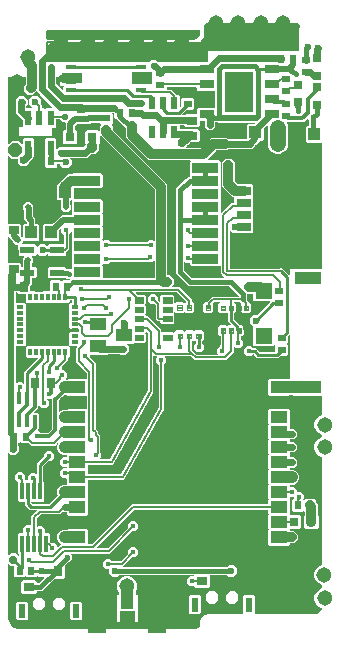
<source format=gbr>
G04 EAGLE Gerber RS-274X export*
G75*
%MOMM*%
%FSLAX34Y34*%
%LPD*%
%INTop Copper*%
%IPPOS*%
%AMOC8*
5,1,8,0,0,1.08239X$1,22.5*%
G01*
%ADD10R,1.803400X1.117600*%
%ADD11R,1.778000X0.965200*%
%ADD12R,0.700000X0.900000*%
%ADD13R,0.600000X0.700000*%
%ADD14R,0.600000X1.200000*%
%ADD15R,0.900000X0.800000*%
%ADD16R,0.800000X0.800000*%
%ADD17R,1.300000X0.700000*%
%ADD18R,2.400000X3.400000*%
%ADD19R,0.850000X0.300000*%
%ADD20R,0.616800X1.000000*%
%ADD21R,1.100000X1.000000*%
%ADD22R,0.900000X0.700000*%
%ADD23R,0.700000X0.600000*%
%ADD24R,1.170900X0.589100*%
%ADD25R,0.545800X1.249800*%
%ADD26P,1.209679X8X112.500000*%
%ADD27C,0.112500*%
%ADD28R,1.524000X4.064000*%
%ADD29R,1.016000X2.032000*%
%ADD30R,1.400000X1.000000*%
%ADD31R,1.411800X1.031800*%
%ADD32R,0.600000X0.300000*%
%ADD33R,0.300000X0.600000*%
%ADD34R,3.300000X3.300000*%
%ADD35R,0.435000X0.435000*%
%ADD36R,1.200000X0.800000*%
%ADD37R,1.200000X0.760000*%
%ADD38R,1.200000X0.700000*%
%ADD39C,0.900000*%
%ADD40R,0.410000X0.988400*%
%ADD41R,2.229100X1.138000*%
%ADD42R,1.400000X1.400000*%
%ADD43C,0.125000*%
%ADD44C,0.050000*%
%ADD45R,2.211800X0.831800*%
%ADD46R,2.200000X1.050000*%
%ADD47R,1.050000X1.000000*%
%ADD48R,1.000000X1.100000*%
%ADD49R,0.300000X1.450000*%
%ADD50C,1.320800*%
%ADD51R,0.450000X0.450000*%
%ADD52C,0.450000*%
%ADD53C,0.609600*%
%ADD54C,0.508000*%
%ADD55C,0.550000*%
%ADD56C,0.152400*%
%ADD57C,0.500000*%
%ADD58C,1.304800*%
%ADD59C,1.016000*%
%ADD60C,0.254000*%
%ADD61C,0.203200*%
%ADD62C,0.406400*%
%ADD63C,0.812800*%
%ADD64C,0.600000*%
%ADD65C,0.200000*%
%ADD66C,0.304800*%
%ADD67C,0.700000*%
%ADD68C,1.270000*%

G36*
X160512Y5028D02*
X160512Y5028D01*
X162568Y5616D01*
X162592Y5629D01*
X162618Y5634D01*
X162686Y5682D01*
X162720Y5700D01*
X162726Y5709D01*
X162737Y5717D01*
X164224Y7255D01*
X164225Y7256D01*
X164226Y7257D01*
X164304Y7380D01*
X164628Y8201D01*
X164630Y8213D01*
X164655Y8340D01*
X164655Y11771D01*
X166901Y15662D01*
X170791Y17908D01*
X200975Y17908D01*
X201000Y17914D01*
X201026Y17911D01*
X201083Y17933D01*
X201144Y17947D01*
X201163Y17964D01*
X201188Y17973D01*
X201230Y18018D01*
X201277Y18057D01*
X201288Y18081D01*
X201305Y18100D01*
X201323Y18159D01*
X201348Y18216D01*
X201347Y18241D01*
X201354Y18266D01*
X201344Y18327D01*
X201342Y18389D01*
X201329Y18411D01*
X201325Y18437D01*
X201277Y18508D01*
X201259Y18541D01*
X201251Y18547D01*
X201244Y18557D01*
X201133Y18667D01*
X201133Y32325D01*
X202305Y33497D01*
X209963Y33497D01*
X211135Y32325D01*
X211135Y18667D01*
X211024Y18557D01*
X211011Y18535D01*
X210991Y18519D01*
X210965Y18462D01*
X210933Y18410D01*
X210930Y18384D01*
X210920Y18360D01*
X210922Y18299D01*
X210916Y18237D01*
X210926Y18213D01*
X210926Y18187D01*
X210956Y18133D01*
X210978Y18075D01*
X210997Y18058D01*
X211009Y18035D01*
X211060Y18000D01*
X211105Y17958D01*
X211130Y17950D01*
X211151Y17935D01*
X211235Y17919D01*
X211271Y17908D01*
X211281Y17910D01*
X211293Y17908D01*
X263334Y17908D01*
X263368Y17916D01*
X263421Y17918D01*
X264596Y18196D01*
X264598Y18196D01*
X264599Y18196D01*
X264731Y18257D01*
X266759Y19720D01*
X266777Y19740D01*
X266800Y19754D01*
X266848Y19822D01*
X266873Y19850D01*
X266876Y19861D01*
X266883Y19872D01*
X267860Y22045D01*
X267871Y22100D01*
X267891Y22153D01*
X267887Y22184D01*
X267893Y22215D01*
X267878Y22269D01*
X267872Y22326D01*
X267856Y22352D01*
X267848Y22382D01*
X267810Y22424D01*
X267780Y22472D01*
X267750Y22492D01*
X267732Y22511D01*
X267701Y22524D01*
X267659Y22552D01*
X265046Y23634D01*
X262648Y26032D01*
X261350Y29165D01*
X261350Y32557D01*
X262648Y35690D01*
X265046Y38088D01*
X267733Y39201D01*
X267784Y39238D01*
X267840Y39268D01*
X267854Y39288D01*
X267873Y39302D01*
X267903Y39358D01*
X267940Y39410D01*
X267945Y39436D01*
X267955Y39455D01*
X267956Y39492D01*
X267967Y39552D01*
X267967Y41877D01*
X267953Y41939D01*
X267946Y42002D01*
X267933Y42022D01*
X267928Y42046D01*
X267887Y42095D01*
X267853Y42148D01*
X267831Y42163D01*
X267818Y42179D01*
X267783Y42195D01*
X267733Y42228D01*
X264792Y43446D01*
X262394Y45844D01*
X261096Y48977D01*
X261096Y52369D01*
X262394Y55502D01*
X264792Y57900D01*
X267733Y59118D01*
X267784Y59155D01*
X267840Y59185D01*
X267854Y59205D01*
X267873Y59219D01*
X267903Y59275D01*
X267940Y59327D01*
X267945Y59353D01*
X267955Y59372D01*
X267956Y59410D01*
X267967Y59469D01*
X267967Y150059D01*
X267953Y150121D01*
X267946Y150184D01*
X267933Y150204D01*
X267928Y150228D01*
X267887Y150277D01*
X267853Y150330D01*
X267831Y150345D01*
X267818Y150361D01*
X267783Y150377D01*
X267733Y150410D01*
X265046Y151523D01*
X262648Y153921D01*
X261350Y157054D01*
X261350Y160446D01*
X262648Y163579D01*
X265046Y165977D01*
X267733Y167090D01*
X267784Y167127D01*
X267840Y167157D01*
X267854Y167177D01*
X267873Y167191D01*
X267903Y167247D01*
X267940Y167299D01*
X267945Y167325D01*
X267955Y167344D01*
X267956Y167381D01*
X267967Y167441D01*
X267967Y169109D01*
X267953Y169171D01*
X267946Y169234D01*
X267933Y169254D01*
X267928Y169278D01*
X267887Y169327D01*
X267853Y169380D01*
X267831Y169395D01*
X267818Y169411D01*
X267783Y169427D01*
X267733Y169460D01*
X265046Y170573D01*
X262648Y172971D01*
X261350Y176104D01*
X261350Y179496D01*
X262648Y182629D01*
X265046Y185027D01*
X267733Y186140D01*
X267784Y186177D01*
X267840Y186207D01*
X267854Y186227D01*
X267873Y186241D01*
X267903Y186297D01*
X267940Y186349D01*
X267945Y186375D01*
X267955Y186394D01*
X267956Y186431D01*
X267967Y186491D01*
X267967Y201878D01*
X267956Y201928D01*
X267954Y201979D01*
X267936Y202011D01*
X267928Y202047D01*
X267895Y202086D01*
X267871Y202131D01*
X267841Y202152D01*
X267818Y202180D01*
X267771Y202201D01*
X267729Y202231D01*
X267687Y202239D01*
X267659Y202251D01*
X267629Y202250D01*
X267587Y202258D01*
X244058Y202258D01*
X243228Y203088D01*
X243164Y203128D01*
X243102Y203172D01*
X243089Y203174D01*
X243081Y203179D01*
X243044Y203183D01*
X242959Y203199D01*
X240304Y203199D01*
X240230Y203182D01*
X240155Y203169D01*
X240145Y203162D01*
X240136Y203160D01*
X240107Y203136D01*
X240035Y203088D01*
X239338Y202390D01*
X223562Y202390D01*
X222390Y203562D01*
X222390Y215538D01*
X223562Y216710D01*
X239338Y216710D01*
X239634Y216413D01*
X239656Y216400D01*
X239672Y216380D01*
X239729Y216355D01*
X239781Y216322D01*
X239807Y216319D01*
X239831Y216309D01*
X239892Y216311D01*
X239954Y216305D01*
X239978Y216315D01*
X240004Y216315D01*
X240058Y216345D01*
X240116Y216367D01*
X240133Y216386D01*
X240156Y216398D01*
X240191Y216449D01*
X240233Y216494D01*
X240241Y216519D01*
X240256Y216540D01*
X240272Y216624D01*
X240283Y216660D01*
X240281Y216670D01*
X240283Y216682D01*
X240283Y253599D01*
X240277Y253624D01*
X240280Y253650D01*
X240258Y253708D01*
X240244Y253768D01*
X240227Y253788D01*
X240218Y253812D01*
X240173Y253854D01*
X240134Y253902D01*
X240110Y253912D01*
X240091Y253930D01*
X240032Y253947D01*
X239975Y253972D01*
X239950Y253971D01*
X239925Y253979D01*
X239864Y253968D01*
X239802Y253966D01*
X239780Y253953D01*
X239754Y253949D01*
X239683Y253901D01*
X239650Y253883D01*
X239644Y253875D01*
X239634Y253868D01*
X239038Y253272D01*
X238998Y253207D01*
X238954Y253145D01*
X238952Y253133D01*
X238947Y253125D01*
X238943Y253088D01*
X238927Y253003D01*
X238927Y247424D01*
X238024Y246522D01*
X237997Y246479D01*
X237963Y246441D01*
X237952Y246406D01*
X237933Y246375D01*
X237928Y246324D01*
X237914Y246275D01*
X237920Y246239D01*
X237916Y246202D01*
X237935Y246155D01*
X237943Y246104D01*
X237967Y246069D01*
X237978Y246040D01*
X238000Y246019D01*
X238024Y245984D01*
X238927Y245082D01*
X238927Y237424D01*
X237755Y236252D01*
X232176Y236252D01*
X232102Y236235D01*
X232027Y236222D01*
X232017Y236215D01*
X232007Y236213D01*
X231978Y236189D01*
X231907Y236141D01*
X230414Y234648D01*
X212609Y234648D01*
X210102Y237155D01*
X210037Y237195D01*
X209975Y237239D01*
X209963Y237241D01*
X209955Y237246D01*
X209918Y237250D01*
X209833Y237266D01*
X209655Y237266D01*
X209581Y237249D01*
X209506Y237236D01*
X209496Y237229D01*
X209487Y237227D01*
X209458Y237203D01*
X209386Y237155D01*
X207788Y235556D01*
X204266Y235556D01*
X201776Y238046D01*
X201776Y241568D01*
X204266Y244058D01*
X207788Y244058D01*
X209386Y242459D01*
X209451Y242419D01*
X209513Y242375D01*
X209525Y242373D01*
X209534Y242368D01*
X209571Y242364D01*
X209655Y242348D01*
X212095Y242348D01*
X214602Y239841D01*
X214667Y239801D01*
X214729Y239757D01*
X214741Y239755D01*
X214749Y239750D01*
X214786Y239746D01*
X214871Y239730D01*
X227545Y239730D01*
X227595Y239741D01*
X227646Y239743D01*
X227678Y239761D01*
X227714Y239769D01*
X227753Y239802D01*
X227798Y239826D01*
X227819Y239856D01*
X227847Y239879D01*
X227868Y239926D01*
X227898Y239968D01*
X227906Y240010D01*
X227918Y240038D01*
X227917Y240068D01*
X227925Y240110D01*
X227925Y245026D01*
X227919Y245051D01*
X227922Y245077D01*
X227900Y245134D01*
X227886Y245195D01*
X227869Y245214D01*
X227860Y245239D01*
X227815Y245281D01*
X227776Y245328D01*
X227752Y245339D01*
X227733Y245356D01*
X227674Y245374D01*
X227617Y245399D01*
X227592Y245398D01*
X227567Y245405D01*
X227506Y245395D01*
X227444Y245393D01*
X227422Y245380D01*
X227396Y245376D01*
X227325Y245327D01*
X227292Y245310D01*
X227286Y245302D01*
X227276Y245295D01*
X226142Y244160D01*
X210484Y244160D01*
X209312Y245332D01*
X209312Y260990D01*
X209319Y260996D01*
X209346Y261039D01*
X209380Y261077D01*
X209391Y261112D01*
X209410Y261143D01*
X209415Y261194D01*
X209429Y261243D01*
X209423Y261279D01*
X209427Y261316D01*
X209409Y261363D01*
X209400Y261414D01*
X209376Y261449D01*
X209365Y261478D01*
X209343Y261499D01*
X209319Y261534D01*
X206974Y263878D01*
X206974Y268021D01*
X209903Y270951D01*
X213225Y270951D01*
X213299Y270968D01*
X213374Y270981D01*
X213384Y270988D01*
X213394Y270990D01*
X213422Y271014D01*
X213494Y271062D01*
X223943Y281511D01*
X223957Y281533D01*
X223977Y281549D01*
X224002Y281606D01*
X224034Y281658D01*
X224037Y281684D01*
X224047Y281708D01*
X224045Y281769D01*
X224051Y281831D01*
X224042Y281855D01*
X224041Y281881D01*
X224011Y281935D01*
X223989Y281993D01*
X223970Y282010D01*
X223958Y282033D01*
X223908Y282068D01*
X223862Y282110D01*
X223837Y282118D01*
X223816Y282133D01*
X223732Y282149D01*
X223696Y282160D01*
X223686Y282158D01*
X223674Y282160D01*
X210484Y282160D01*
X209312Y283332D01*
X209312Y288417D01*
X209301Y288467D01*
X209299Y288518D01*
X209281Y288550D01*
X209273Y288586D01*
X209240Y288625D01*
X209216Y288670D01*
X209186Y288691D01*
X209163Y288719D01*
X209116Y288740D01*
X209074Y288770D01*
X209032Y288778D01*
X209004Y288790D01*
X208974Y288789D01*
X208932Y288797D01*
X204489Y288797D01*
X204439Y288786D01*
X204388Y288784D01*
X204356Y288766D01*
X204320Y288758D01*
X204281Y288725D01*
X204236Y288701D01*
X204215Y288671D01*
X204187Y288648D01*
X204166Y288601D01*
X204136Y288559D01*
X204128Y288517D01*
X204116Y288489D01*
X204117Y288459D01*
X204109Y288417D01*
X204109Y283934D01*
X204126Y283860D01*
X204139Y283785D01*
X204146Y283775D01*
X204148Y283765D01*
X204172Y283736D01*
X204220Y283665D01*
X205839Y282046D01*
X205839Y281612D01*
X205850Y281562D01*
X205852Y281511D01*
X205870Y281479D01*
X205878Y281443D01*
X205911Y281404D01*
X205935Y281359D01*
X205965Y281338D01*
X205988Y281310D01*
X206035Y281289D01*
X206077Y281259D01*
X206119Y281251D01*
X206147Y281239D01*
X206177Y281240D01*
X206219Y281232D01*
X206301Y281232D01*
X207803Y279730D01*
X207803Y273832D01*
X206301Y272330D01*
X200803Y272330D01*
X199301Y273832D01*
X199301Y279730D01*
X199507Y279936D01*
X199534Y279979D01*
X199568Y280017D01*
X199579Y280052D01*
X199598Y280083D01*
X199603Y280134D01*
X199618Y280183D01*
X199611Y280219D01*
X199615Y280255D01*
X199597Y280303D01*
X199588Y280353D01*
X199564Y280389D01*
X199553Y280417D01*
X199531Y280438D01*
X199507Y280473D01*
X198533Y281447D01*
X198469Y281487D01*
X198407Y281531D01*
X198395Y281533D01*
X198386Y281538D01*
X198349Y281542D01*
X198264Y281558D01*
X193893Y281558D01*
X193868Y281552D01*
X193842Y281555D01*
X193784Y281533D01*
X193724Y281519D01*
X193704Y281502D01*
X193680Y281493D01*
X193638Y281448D01*
X193590Y281409D01*
X193580Y281385D01*
X193562Y281366D01*
X193545Y281307D01*
X193519Y281250D01*
X193520Y281225D01*
X193513Y281200D01*
X193524Y281139D01*
X193526Y281077D01*
X193538Y281055D01*
X193543Y281029D01*
X193591Y280958D01*
X193609Y280925D01*
X193617Y280919D01*
X193624Y280909D01*
X194803Y279730D01*
X194803Y273832D01*
X193204Y272233D01*
X193164Y272169D01*
X193120Y272107D01*
X193118Y272094D01*
X193113Y272086D01*
X193109Y272049D01*
X193107Y272037D01*
X193100Y272021D01*
X193100Y272004D01*
X193093Y271964D01*
X193093Y267586D01*
X193110Y267512D01*
X193123Y267437D01*
X193130Y267427D01*
X193132Y267417D01*
X193156Y267388D01*
X193204Y267317D01*
X198578Y261943D01*
X198643Y261903D01*
X198705Y261859D01*
X198717Y261857D01*
X198725Y261852D01*
X198762Y261848D01*
X198847Y261832D01*
X199801Y261832D01*
X201303Y260330D01*
X201303Y254432D01*
X199801Y252930D01*
X199263Y252930D01*
X199213Y252919D01*
X199162Y252917D01*
X199130Y252899D01*
X199094Y252891D01*
X199055Y252858D01*
X199010Y252834D01*
X198989Y252804D01*
X198961Y252781D01*
X198940Y252734D01*
X198910Y252692D01*
X198902Y252650D01*
X198890Y252622D01*
X198891Y252592D01*
X198883Y252550D01*
X198883Y250643D01*
X198895Y250591D01*
X198896Y250554D01*
X198906Y250536D01*
X198913Y250494D01*
X198920Y250484D01*
X198922Y250475D01*
X198946Y250446D01*
X198994Y250374D01*
X200847Y248522D01*
X200847Y245000D01*
X198357Y242510D01*
X194835Y242510D01*
X193758Y243588D01*
X193736Y243601D01*
X193720Y243621D01*
X193663Y243646D01*
X193611Y243679D01*
X193585Y243682D01*
X193561Y243692D01*
X193500Y243690D01*
X193438Y243696D01*
X193414Y243686D01*
X193388Y243686D01*
X193334Y243656D01*
X193276Y243634D01*
X193259Y243615D01*
X193236Y243603D01*
X193201Y243552D01*
X193159Y243507D01*
X193151Y243482D01*
X193136Y243461D01*
X193120Y243377D01*
X193109Y243341D01*
X193111Y243331D01*
X193109Y243319D01*
X193109Y240940D01*
X193125Y240871D01*
X193125Y238872D01*
X186665Y232412D01*
X159710Y232412D01*
X158259Y233863D01*
X156520Y235603D01*
X156455Y235643D01*
X156393Y235687D01*
X156381Y235689D01*
X156372Y235694D01*
X156335Y235698D01*
X156251Y235714D01*
X135268Y235714D01*
X135243Y235708D01*
X135217Y235711D01*
X135160Y235689D01*
X135099Y235675D01*
X135080Y235658D01*
X135055Y235649D01*
X135013Y235604D01*
X134966Y235565D01*
X134955Y235541D01*
X134938Y235522D01*
X134920Y235463D01*
X134895Y235406D01*
X134896Y235381D01*
X134889Y235356D01*
X134899Y235295D01*
X134901Y235233D01*
X134914Y235211D01*
X134918Y235185D01*
X134967Y235114D01*
X134984Y235081D01*
X134992Y235075D01*
X134999Y235065D01*
X135823Y234242D01*
X135823Y230720D01*
X133970Y228868D01*
X133957Y228846D01*
X133938Y228830D01*
X133917Y228785D01*
X133886Y228741D01*
X133884Y228729D01*
X133879Y228720D01*
X133876Y228693D01*
X133867Y228672D01*
X133868Y228646D01*
X133859Y228599D01*
X133859Y191333D01*
X133867Y191295D01*
X133872Y191232D01*
X134028Y190666D01*
X133908Y190455D01*
X133901Y190431D01*
X133886Y190410D01*
X133870Y190325D01*
X133859Y190289D01*
X133861Y190279D01*
X133859Y190267D01*
X133859Y190025D01*
X133444Y189610D01*
X133424Y189577D01*
X133382Y189529D01*
X101192Y132833D01*
X101184Y132809D01*
X101170Y132788D01*
X101153Y132703D01*
X101143Y132667D01*
X101144Y132658D01*
X101142Y132646D01*
X101142Y132403D01*
X100728Y131988D01*
X100707Y131956D01*
X100666Y131907D01*
X100376Y131397D01*
X100142Y131333D01*
X100120Y131320D01*
X100094Y131316D01*
X100022Y131267D01*
X99990Y131250D01*
X99984Y131242D01*
X99974Y131235D01*
X99803Y131063D01*
X99216Y131063D01*
X99179Y131055D01*
X99115Y131050D01*
X98550Y130894D01*
X98339Y131014D01*
X98314Y131021D01*
X98293Y131036D01*
X98208Y131052D01*
X98173Y131063D01*
X98163Y131061D01*
X98151Y131063D01*
X70090Y131063D01*
X70040Y131052D01*
X69989Y131050D01*
X69957Y131032D01*
X69921Y131024D01*
X69882Y130991D01*
X69837Y130967D01*
X69816Y130937D01*
X69788Y130914D01*
X69767Y130867D01*
X69737Y130825D01*
X69729Y130783D01*
X69717Y130755D01*
X69718Y130725D01*
X69710Y130683D01*
X69710Y127362D01*
X69616Y127269D01*
X69589Y127226D01*
X69555Y127188D01*
X69544Y127153D01*
X69525Y127122D01*
X69520Y127071D01*
X69506Y127022D01*
X69512Y126986D01*
X69508Y126949D01*
X69527Y126902D01*
X69535Y126851D01*
X69559Y126816D01*
X69570Y126787D01*
X69592Y126767D01*
X69616Y126731D01*
X69710Y126638D01*
X69710Y114662D01*
X69616Y114569D01*
X69589Y114526D01*
X69555Y114488D01*
X69544Y114453D01*
X69525Y114422D01*
X69520Y114371D01*
X69506Y114322D01*
X69512Y114286D01*
X69508Y114249D01*
X69527Y114202D01*
X69535Y114151D01*
X69559Y114116D01*
X69570Y114087D01*
X69592Y114067D01*
X69616Y114031D01*
X69710Y113938D01*
X69710Y101962D01*
X68538Y100790D01*
X52762Y100790D01*
X51590Y101962D01*
X51590Y103505D01*
X51579Y103555D01*
X51577Y103606D01*
X51559Y103638D01*
X51551Y103674D01*
X51518Y103713D01*
X51494Y103758D01*
X51464Y103779D01*
X51441Y103807D01*
X51394Y103828D01*
X51352Y103858D01*
X51310Y103866D01*
X51282Y103878D01*
X51252Y103877D01*
X51210Y103885D01*
X48044Y103885D01*
X47970Y103868D01*
X47896Y103855D01*
X47885Y103848D01*
X47876Y103846D01*
X47847Y103822D01*
X47775Y103774D01*
X45855Y101853D01*
X29725Y101853D01*
X29651Y101836D01*
X29577Y101823D01*
X29567Y101816D01*
X29557Y101814D01*
X29528Y101790D01*
X29457Y101742D01*
X26274Y98559D01*
X26234Y98495D01*
X26190Y98433D01*
X26188Y98421D01*
X26183Y98412D01*
X26179Y98375D01*
X26163Y98291D01*
X26163Y91766D01*
X26169Y91741D01*
X26166Y91715D01*
X26188Y91658D01*
X26202Y91597D01*
X26219Y91578D01*
X26228Y91553D01*
X26273Y91511D01*
X26312Y91464D01*
X26336Y91453D01*
X26355Y91436D01*
X26414Y91418D01*
X26471Y91393D01*
X26496Y91394D01*
X26521Y91387D01*
X26582Y91397D01*
X26644Y91399D01*
X26666Y91412D01*
X26692Y91416D01*
X26763Y91465D01*
X26796Y91482D01*
X26802Y91490D01*
X26812Y91497D01*
X27449Y92135D01*
X30971Y92135D01*
X33461Y89645D01*
X33461Y86441D01*
X33472Y86391D01*
X33474Y86340D01*
X33492Y86308D01*
X33500Y86272D01*
X33533Y86233D01*
X33557Y86188D01*
X33587Y86167D01*
X33610Y86139D01*
X33657Y86118D01*
X33699Y86088D01*
X33741Y86080D01*
X33769Y86068D01*
X33799Y86069D01*
X33841Y86061D01*
X36459Y86061D01*
X37631Y84889D01*
X37631Y78730D01*
X37648Y78656D01*
X37661Y78581D01*
X37668Y78571D01*
X37670Y78561D01*
X37694Y78533D01*
X37742Y78461D01*
X38333Y77870D01*
X38398Y77830D01*
X38460Y77786D01*
X38472Y77784D01*
X38480Y77779D01*
X38517Y77775D01*
X38602Y77759D01*
X41245Y77759D01*
X43735Y75269D01*
X43735Y74166D01*
X43741Y74141D01*
X43738Y74116D01*
X43760Y74058D01*
X43774Y73998D01*
X43791Y73978D01*
X43800Y73954D01*
X43845Y73912D01*
X43884Y73864D01*
X43908Y73853D01*
X43927Y73836D01*
X43986Y73818D01*
X44043Y73793D01*
X44068Y73794D01*
X44093Y73787D01*
X44154Y73797D01*
X44216Y73800D01*
X44238Y73812D01*
X44264Y73816D01*
X44335Y73865D01*
X44368Y73882D01*
X44374Y73891D01*
X44384Y73898D01*
X45549Y75063D01*
X46858Y76372D01*
X46878Y76404D01*
X46906Y76431D01*
X46923Y76477D01*
X46949Y76519D01*
X46953Y76557D01*
X46966Y76593D01*
X46961Y76642D01*
X46966Y76691D01*
X46952Y76727D01*
X46948Y76765D01*
X46922Y76807D01*
X46904Y76853D01*
X46876Y76879D01*
X46855Y76912D01*
X46805Y76945D01*
X46777Y76971D01*
X46757Y76977D01*
X46735Y76992D01*
X46314Y77166D01*
X44527Y78953D01*
X43560Y81287D01*
X43560Y83813D01*
X44527Y86147D01*
X46314Y87934D01*
X48648Y88901D01*
X51796Y88901D01*
X51870Y88918D01*
X51945Y88931D01*
X51955Y88938D01*
X51964Y88940D01*
X51993Y88964D01*
X52065Y89012D01*
X52762Y89710D01*
X68538Y89710D01*
X69710Y88538D01*
X69710Y76894D01*
X69721Y76844D01*
X69723Y76793D01*
X69741Y76761D01*
X69749Y76725D01*
X69782Y76686D01*
X69806Y76641D01*
X69836Y76620D01*
X69859Y76592D01*
X69906Y76571D01*
X69948Y76541D01*
X69990Y76533D01*
X70018Y76521D01*
X70048Y76522D01*
X70090Y76514D01*
X73122Y76514D01*
X73196Y76531D01*
X73271Y76544D01*
X73281Y76551D01*
X73291Y76553D01*
X73320Y76577D01*
X73391Y76625D01*
X107003Y110237D01*
X222010Y110237D01*
X222060Y110248D01*
X222111Y110250D01*
X222143Y110268D01*
X222179Y110276D01*
X222218Y110309D01*
X222263Y110333D01*
X222284Y110363D01*
X222312Y110386D01*
X222333Y110433D01*
X222363Y110475D01*
X222371Y110517D01*
X222383Y110545D01*
X222382Y110575D01*
X222390Y110617D01*
X222390Y113938D01*
X222484Y114031D01*
X222511Y114074D01*
X222545Y114112D01*
X222556Y114147D01*
X222575Y114178D01*
X222580Y114229D01*
X222594Y114278D01*
X222588Y114314D01*
X222592Y114351D01*
X222573Y114398D01*
X222565Y114449D01*
X222541Y114484D01*
X222530Y114513D01*
X222508Y114534D01*
X222484Y114569D01*
X222390Y114662D01*
X222390Y126638D01*
X222484Y126731D01*
X222511Y126774D01*
X222545Y126812D01*
X222556Y126847D01*
X222575Y126878D01*
X222580Y126929D01*
X222594Y126978D01*
X222588Y127014D01*
X222592Y127051D01*
X222573Y127098D01*
X222565Y127149D01*
X222541Y127184D01*
X222530Y127213D01*
X222508Y127234D01*
X222484Y127269D01*
X222390Y127362D01*
X222390Y139338D01*
X222484Y139431D01*
X222511Y139474D01*
X222545Y139512D01*
X222556Y139547D01*
X222575Y139578D01*
X222580Y139629D01*
X222594Y139678D01*
X222588Y139714D01*
X222592Y139751D01*
X222573Y139798D01*
X222565Y139849D01*
X222541Y139884D01*
X222530Y139913D01*
X222508Y139934D01*
X222484Y139969D01*
X222390Y140062D01*
X222390Y152038D01*
X222484Y152131D01*
X222511Y152174D01*
X222545Y152212D01*
X222556Y152247D01*
X222575Y152278D01*
X222580Y152329D01*
X222594Y152378D01*
X222588Y152414D01*
X222592Y152451D01*
X222573Y152498D01*
X222565Y152549D01*
X222541Y152584D01*
X222530Y152613D01*
X222508Y152634D01*
X222484Y152669D01*
X222390Y152762D01*
X222390Y164738D01*
X222484Y164831D01*
X222497Y164852D01*
X222515Y164868D01*
X222526Y164891D01*
X222545Y164912D01*
X222556Y164947D01*
X222575Y164978D01*
X222578Y165007D01*
X222586Y165026D01*
X222585Y165047D01*
X222594Y165078D01*
X222588Y165114D01*
X222592Y165151D01*
X222580Y165181D01*
X222580Y165199D01*
X222571Y165216D01*
X222565Y165249D01*
X222541Y165284D01*
X222530Y165313D01*
X222508Y165334D01*
X222502Y165342D01*
X222497Y165351D01*
X222495Y165353D01*
X222484Y165369D01*
X222390Y165462D01*
X222390Y177438D01*
X222484Y177531D01*
X222511Y177574D01*
X222545Y177612D01*
X222556Y177647D01*
X222575Y177678D01*
X222580Y177729D01*
X222594Y177778D01*
X222588Y177814D01*
X222592Y177851D01*
X222573Y177898D01*
X222565Y177949D01*
X222541Y177984D01*
X222530Y178013D01*
X222508Y178034D01*
X222484Y178069D01*
X222390Y178162D01*
X222390Y190138D01*
X223562Y191310D01*
X239338Y191310D01*
X240510Y190138D01*
X240510Y178162D01*
X240416Y178069D01*
X240389Y178026D01*
X240355Y177988D01*
X240344Y177953D01*
X240325Y177922D01*
X240320Y177871D01*
X240306Y177822D01*
X240312Y177786D01*
X240308Y177749D01*
X240327Y177702D01*
X240335Y177651D01*
X240359Y177616D01*
X240370Y177587D01*
X240392Y177567D01*
X240416Y177531D01*
X240510Y177438D01*
X240510Y174879D01*
X240521Y174829D01*
X240523Y174778D01*
X240541Y174746D01*
X240549Y174710D01*
X240582Y174671D01*
X240606Y174626D01*
X240636Y174605D01*
X240659Y174577D01*
X240706Y174556D01*
X240748Y174526D01*
X240790Y174518D01*
X240818Y174506D01*
X240848Y174507D01*
X240890Y174499D01*
X243978Y174499D01*
X246508Y171969D01*
X246508Y168391D01*
X243978Y165861D01*
X240890Y165861D01*
X240840Y165850D01*
X240789Y165848D01*
X240757Y165830D01*
X240721Y165822D01*
X240682Y165789D01*
X240637Y165765D01*
X240616Y165735D01*
X240588Y165712D01*
X240567Y165665D01*
X240537Y165623D01*
X240529Y165581D01*
X240517Y165553D01*
X240517Y165551D01*
X240518Y165522D01*
X240510Y165481D01*
X240510Y165462D01*
X240416Y165369D01*
X240398Y165340D01*
X240385Y165329D01*
X240378Y165313D01*
X240355Y165288D01*
X240344Y165253D01*
X240325Y165222D01*
X240322Y165188D01*
X240314Y165171D01*
X240315Y165152D01*
X240306Y165122D01*
X240312Y165086D01*
X240308Y165049D01*
X240320Y165020D01*
X240320Y164997D01*
X240330Y164979D01*
X240335Y164951D01*
X240359Y164916D01*
X240370Y164887D01*
X240391Y164868D01*
X240403Y164845D01*
X240410Y164840D01*
X240416Y164831D01*
X240510Y164738D01*
X240510Y163449D01*
X240521Y163399D01*
X240523Y163348D01*
X240541Y163316D01*
X240549Y163280D01*
X240582Y163241D01*
X240606Y163196D01*
X240636Y163175D01*
X240659Y163147D01*
X240706Y163126D01*
X240748Y163096D01*
X240790Y163088D01*
X240818Y163076D01*
X240848Y163077D01*
X240890Y163069D01*
X243978Y163069D01*
X246508Y160539D01*
X246508Y156961D01*
X243978Y154431D01*
X240890Y154431D01*
X240840Y154420D01*
X240789Y154418D01*
X240757Y154400D01*
X240721Y154392D01*
X240682Y154359D01*
X240637Y154335D01*
X240616Y154305D01*
X240588Y154282D01*
X240567Y154235D01*
X240537Y154193D01*
X240529Y154151D01*
X240517Y154123D01*
X240518Y154093D01*
X240510Y154051D01*
X240510Y152762D01*
X240416Y152669D01*
X240389Y152626D01*
X240355Y152588D01*
X240344Y152553D01*
X240325Y152522D01*
X240320Y152471D01*
X240306Y152422D01*
X240312Y152386D01*
X240308Y152349D01*
X240327Y152302D01*
X240335Y152251D01*
X240359Y152216D01*
X240370Y152187D01*
X240392Y152167D01*
X240416Y152131D01*
X240510Y152038D01*
X240510Y150495D01*
X240521Y150445D01*
X240523Y150394D01*
X240541Y150362D01*
X240549Y150326D01*
X240582Y150287D01*
X240606Y150242D01*
X240636Y150221D01*
X240659Y150193D01*
X240706Y150172D01*
X240748Y150142D01*
X240790Y150134D01*
X240818Y150122D01*
X240848Y150123D01*
X240890Y150115D01*
X243978Y150115D01*
X246508Y147585D01*
X246508Y144007D01*
X243978Y141477D01*
X240890Y141477D01*
X240840Y141466D01*
X240789Y141464D01*
X240757Y141446D01*
X240721Y141438D01*
X240682Y141405D01*
X240637Y141381D01*
X240616Y141351D01*
X240588Y141328D01*
X240567Y141281D01*
X240537Y141239D01*
X240529Y141197D01*
X240517Y141169D01*
X240518Y141139D01*
X240510Y141097D01*
X240510Y140081D01*
X240521Y140031D01*
X240523Y139980D01*
X240541Y139948D01*
X240549Y139912D01*
X240582Y139873D01*
X240606Y139828D01*
X240636Y139807D01*
X240659Y139779D01*
X240706Y139758D01*
X240748Y139728D01*
X240790Y139720D01*
X240818Y139708D01*
X240848Y139709D01*
X240890Y139701D01*
X243452Y139701D01*
X245786Y138734D01*
X247573Y136947D01*
X248540Y134613D01*
X248540Y132087D01*
X247573Y129753D01*
X245786Y127966D01*
X243452Y126999D01*
X240890Y126999D01*
X240840Y126988D01*
X240789Y126986D01*
X240757Y126968D01*
X240721Y126960D01*
X240682Y126927D01*
X240637Y126903D01*
X240616Y126873D01*
X240588Y126850D01*
X240567Y126803D01*
X240537Y126761D01*
X240529Y126719D01*
X240517Y126691D01*
X240518Y126661D01*
X240510Y126619D01*
X240510Y125535D01*
X240521Y125485D01*
X240523Y125434D01*
X240541Y125402D01*
X240549Y125366D01*
X240582Y125327D01*
X240606Y125282D01*
X240636Y125261D01*
X240659Y125233D01*
X240706Y125212D01*
X240748Y125182D01*
X240790Y125174D01*
X240818Y125162D01*
X240848Y125163D01*
X240890Y125155D01*
X243950Y125155D01*
X246440Y122665D01*
X246440Y121255D01*
X246451Y121206D01*
X246453Y121155D01*
X246471Y121122D01*
X246479Y121087D01*
X246512Y121047D01*
X246536Y121003D01*
X246566Y120981D01*
X246589Y120953D01*
X246636Y120932D01*
X246678Y120903D01*
X246720Y120895D01*
X246748Y120882D01*
X246778Y120883D01*
X246820Y120875D01*
X249626Y120875D01*
X252116Y118385D01*
X252116Y114864D01*
X251908Y114655D01*
X251881Y114612D01*
X251846Y114574D01*
X251836Y114539D01*
X251817Y114508D01*
X251812Y114457D01*
X251797Y114408D01*
X251803Y114372D01*
X251800Y114336D01*
X251818Y114288D01*
X251827Y114238D01*
X251851Y114202D01*
X251862Y114174D01*
X251884Y114153D01*
X251908Y114117D01*
X251953Y114072D01*
X251997Y114045D01*
X252034Y114011D01*
X252069Y114000D01*
X252100Y113981D01*
X252151Y113976D01*
X252200Y113962D01*
X252236Y113968D01*
X252273Y113964D01*
X252321Y113983D01*
X252371Y113991D01*
X252406Y114015D01*
X252435Y114026D01*
X252456Y114048D01*
X252491Y114072D01*
X253393Y114975D01*
X261051Y114975D01*
X262223Y113803D01*
X262223Y112175D01*
X262240Y112101D01*
X262253Y112026D01*
X262260Y112016D01*
X262262Y112007D01*
X262286Y111978D01*
X262334Y111906D01*
X264104Y110136D01*
X264104Y101283D01*
X264122Y101209D01*
X264135Y101134D01*
X264141Y101124D01*
X264144Y101115D01*
X264167Y101086D01*
X264216Y101014D01*
X264770Y100460D01*
X264770Y90802D01*
X263598Y89630D01*
X253941Y89630D01*
X252769Y90802D01*
X252769Y100460D01*
X253323Y101014D01*
X253363Y101079D01*
X253407Y101141D01*
X253409Y101153D01*
X253415Y101162D01*
X253418Y101199D01*
X253435Y101283D01*
X253435Y103774D01*
X253417Y103848D01*
X253404Y103923D01*
X253398Y103933D01*
X253395Y103943D01*
X253372Y103972D01*
X253323Y104043D01*
X252491Y104876D01*
X252448Y104903D01*
X252410Y104937D01*
X252375Y104948D01*
X252344Y104967D01*
X252293Y104972D01*
X252244Y104986D01*
X252208Y104980D01*
X252171Y104984D01*
X252124Y104965D01*
X252073Y104957D01*
X252038Y104933D01*
X252009Y104922D01*
X251988Y104900D01*
X251953Y104876D01*
X251051Y103973D01*
X243393Y103973D01*
X242221Y105145D01*
X242221Y113803D01*
X243503Y115085D01*
X243544Y115150D01*
X243587Y115212D01*
X243590Y115224D01*
X243595Y115232D01*
X243598Y115269D01*
X243615Y115354D01*
X243615Y116273D01*
X243603Y116323D01*
X243601Y116374D01*
X243584Y116406D01*
X243575Y116442D01*
X243543Y116481D01*
X243519Y116526D01*
X243489Y116547D01*
X243465Y116575D01*
X243419Y116596D01*
X243377Y116626D01*
X243335Y116634D01*
X243307Y116646D01*
X243276Y116645D01*
X243235Y116653D01*
X240890Y116653D01*
X240840Y116642D01*
X240789Y116640D01*
X240757Y116622D01*
X240721Y116614D01*
X240682Y116581D01*
X240637Y116557D01*
X240616Y116527D01*
X240588Y116504D01*
X240567Y116457D01*
X240537Y116415D01*
X240529Y116373D01*
X240517Y116345D01*
X240518Y116315D01*
X240510Y116273D01*
X240510Y114662D01*
X240416Y114569D01*
X240389Y114526D01*
X240355Y114488D01*
X240344Y114453D01*
X240325Y114422D01*
X240320Y114371D01*
X240306Y114322D01*
X240312Y114286D01*
X240308Y114249D01*
X240327Y114202D01*
X240335Y114151D01*
X240359Y114116D01*
X240370Y114087D01*
X240392Y114067D01*
X240416Y114031D01*
X240510Y113938D01*
X240510Y102012D01*
X240521Y101962D01*
X240523Y101911D01*
X240541Y101879D01*
X240549Y101843D01*
X240582Y101804D01*
X240606Y101759D01*
X240636Y101738D01*
X240659Y101710D01*
X240706Y101689D01*
X240748Y101659D01*
X240790Y101651D01*
X240818Y101639D01*
X240848Y101640D01*
X240890Y101632D01*
X248598Y101632D01*
X249770Y100460D01*
X249770Y90802D01*
X248598Y89630D01*
X240890Y89630D01*
X240840Y89619D01*
X240789Y89617D01*
X240757Y89599D01*
X240721Y89591D01*
X240682Y89558D01*
X240637Y89534D01*
X240616Y89504D01*
X240588Y89481D01*
X240567Y89434D01*
X240537Y89392D01*
X240529Y89350D01*
X240517Y89322D01*
X240518Y89292D01*
X240513Y89265D01*
X240416Y89169D01*
X240389Y89126D01*
X240355Y89088D01*
X240344Y89053D01*
X240325Y89022D01*
X240320Y88971D01*
X240306Y88922D01*
X240312Y88886D01*
X240308Y88849D01*
X240327Y88802D01*
X240335Y88751D01*
X240359Y88716D01*
X240370Y88687D01*
X240392Y88667D01*
X240416Y88631D01*
X240510Y88538D01*
X240510Y88265D01*
X240521Y88215D01*
X240523Y88164D01*
X240541Y88132D01*
X240549Y88096D01*
X240582Y88057D01*
X240606Y88012D01*
X240636Y87991D01*
X240659Y87963D01*
X240706Y87942D01*
X240748Y87912D01*
X240790Y87904D01*
X240818Y87892D01*
X240848Y87893D01*
X240890Y87885D01*
X244399Y87885D01*
X247524Y84760D01*
X247524Y80340D01*
X244399Y77215D01*
X240890Y77215D01*
X240840Y77204D01*
X240789Y77202D01*
X240757Y77184D01*
X240721Y77176D01*
X240682Y77143D01*
X240637Y77119D01*
X240616Y77089D01*
X240588Y77066D01*
X240567Y77019D01*
X240537Y76977D01*
X240529Y76935D01*
X240517Y76907D01*
X240518Y76877D01*
X240510Y76835D01*
X240510Y76562D01*
X239338Y75390D01*
X223562Y75390D01*
X222390Y76562D01*
X222390Y88538D01*
X222484Y88631D01*
X222511Y88674D01*
X222545Y88712D01*
X222556Y88747D01*
X222575Y88778D01*
X222580Y88829D01*
X222594Y88878D01*
X222588Y88914D01*
X222592Y88951D01*
X222573Y88998D01*
X222565Y89049D01*
X222541Y89084D01*
X222530Y89113D01*
X222508Y89134D01*
X222484Y89169D01*
X222390Y89262D01*
X222390Y101238D01*
X222484Y101331D01*
X222496Y101352D01*
X222514Y101366D01*
X222524Y101389D01*
X222545Y101412D01*
X222556Y101447D01*
X222575Y101478D01*
X222578Y101510D01*
X222584Y101524D01*
X222584Y101542D01*
X222594Y101578D01*
X222588Y101614D01*
X222592Y101651D01*
X222578Y101686D01*
X222578Y101697D01*
X222572Y101708D01*
X222565Y101749D01*
X222541Y101784D01*
X222530Y101813D01*
X222508Y101834D01*
X222484Y101869D01*
X222390Y101962D01*
X222390Y105283D01*
X222379Y105333D01*
X222377Y105384D01*
X222359Y105416D01*
X222351Y105452D01*
X222318Y105491D01*
X222294Y105536D01*
X222264Y105557D01*
X222241Y105585D01*
X222194Y105606D01*
X222152Y105636D01*
X222110Y105644D01*
X222082Y105656D01*
X222052Y105655D01*
X222010Y105663D01*
X109055Y105663D01*
X108981Y105646D01*
X108906Y105633D01*
X108896Y105626D01*
X108886Y105624D01*
X108857Y105600D01*
X108786Y105552D01*
X77063Y73829D01*
X77049Y73807D01*
X77029Y73791D01*
X77004Y73734D01*
X76971Y73682D01*
X76969Y73656D01*
X76958Y73632D01*
X76961Y73571D01*
X76955Y73509D01*
X76964Y73485D01*
X76965Y73459D01*
X76994Y73405D01*
X77016Y73347D01*
X77035Y73330D01*
X77048Y73307D01*
X77098Y73272D01*
X77144Y73230D01*
X77168Y73222D01*
X77189Y73207D01*
X77274Y73191D01*
X77310Y73180D01*
X77320Y73182D01*
X77332Y73180D01*
X85881Y73180D01*
X85955Y73197D01*
X86030Y73210D01*
X86040Y73217D01*
X86050Y73219D01*
X86078Y73243D01*
X86150Y73291D01*
X103588Y90729D01*
X103628Y90794D01*
X103672Y90856D01*
X103674Y90868D01*
X103679Y90876D01*
X103683Y90913D01*
X103699Y90998D01*
X103699Y93641D01*
X106189Y96131D01*
X109711Y96131D01*
X112201Y93641D01*
X112201Y90119D01*
X109711Y87629D01*
X107068Y87629D01*
X106994Y87612D01*
X106919Y87599D01*
X106909Y87592D01*
X106899Y87590D01*
X106871Y87566D01*
X106799Y87518D01*
X87920Y68638D01*
X55603Y68638D01*
X55578Y68632D01*
X55552Y68635D01*
X55494Y68613D01*
X55434Y68599D01*
X55414Y68582D01*
X55390Y68573D01*
X55348Y68528D01*
X55300Y68489D01*
X55290Y68465D01*
X55272Y68446D01*
X55255Y68387D01*
X55229Y68330D01*
X55230Y68305D01*
X55223Y68280D01*
X55234Y68219D01*
X55236Y68157D01*
X55248Y68135D01*
X55253Y68109D01*
X55301Y68038D01*
X55319Y68005D01*
X55327Y67999D01*
X55334Y67989D01*
X55903Y67420D01*
X55903Y63898D01*
X53413Y61408D01*
X53246Y61408D01*
X53172Y61391D01*
X53097Y61378D01*
X53087Y61371D01*
X53077Y61369D01*
X53049Y61345D01*
X52977Y61297D01*
X52909Y61229D01*
X49912Y58232D01*
X49872Y58167D01*
X49828Y58105D01*
X49826Y58093D01*
X49821Y58085D01*
X49817Y58048D01*
X49801Y57963D01*
X49801Y48646D01*
X48629Y47474D01*
X41559Y47474D01*
X41485Y47457D01*
X41410Y47444D01*
X41400Y47437D01*
X41390Y47435D01*
X41361Y47411D01*
X41290Y47363D01*
X32706Y38778D01*
X30660Y36732D01*
X26647Y36732D01*
X26598Y36721D01*
X26547Y36719D01*
X26515Y36701D01*
X26479Y36693D01*
X26439Y36660D01*
X26395Y36636D01*
X26373Y36606D01*
X26345Y36583D01*
X26324Y36536D01*
X26295Y36494D01*
X26287Y36452D01*
X26274Y36424D01*
X26275Y36394D01*
X26267Y36352D01*
X26267Y35206D01*
X25095Y34034D01*
X14438Y34034D01*
X13266Y35206D01*
X13266Y44864D01*
X14438Y46036D01*
X25095Y46036D01*
X26267Y44864D01*
X26267Y43718D01*
X26279Y43668D01*
X26281Y43617D01*
X26298Y43585D01*
X26307Y43549D01*
X26339Y43510D01*
X26364Y43465D01*
X26394Y43444D01*
X26417Y43416D01*
X26464Y43395D01*
X26505Y43365D01*
X26547Y43357D01*
X26575Y43345D01*
X26606Y43346D01*
X26647Y43338D01*
X27766Y43338D01*
X27840Y43355D01*
X27915Y43368D01*
X27925Y43375D01*
X27935Y43377D01*
X27963Y43401D01*
X28035Y43449D01*
X32657Y48071D01*
X32670Y48093D01*
X32690Y48109D01*
X32716Y48166D01*
X32748Y48218D01*
X32751Y48244D01*
X32761Y48268D01*
X32759Y48329D01*
X32765Y48391D01*
X32756Y48415D01*
X32755Y48441D01*
X32725Y48495D01*
X32703Y48553D01*
X32684Y48570D01*
X32672Y48593D01*
X32622Y48628D01*
X32576Y48670D01*
X32551Y48678D01*
X32530Y48693D01*
X32446Y48709D01*
X32410Y48720D01*
X32400Y48718D01*
X32388Y48720D01*
X28329Y48720D01*
X27162Y49887D01*
X27119Y49914D01*
X27081Y49948D01*
X27046Y49959D01*
X27015Y49978D01*
X26964Y49983D01*
X26915Y49998D01*
X26879Y49991D01*
X26842Y49995D01*
X26795Y49977D01*
X26744Y49968D01*
X26709Y49944D01*
X26680Y49933D01*
X26660Y49911D01*
X26624Y49887D01*
X25466Y48728D01*
X17808Y48728D01*
X16906Y49631D01*
X16863Y49658D01*
X16825Y49692D01*
X16790Y49703D01*
X16759Y49722D01*
X16708Y49727D01*
X16659Y49741D01*
X16623Y49735D01*
X16586Y49739D01*
X16539Y49720D01*
X16488Y49712D01*
X16453Y49688D01*
X16424Y49677D01*
X16403Y49655D01*
X16368Y49631D01*
X15466Y48728D01*
X7808Y48728D01*
X6636Y49900D01*
X6636Y57619D01*
X6625Y57669D01*
X6623Y57720D01*
X6605Y57752D01*
X6597Y57788D01*
X6564Y57827D01*
X6540Y57872D01*
X6510Y57893D01*
X6487Y57921D01*
X6440Y57942D01*
X6398Y57972D01*
X6356Y57980D01*
X6328Y57992D01*
X6298Y57991D01*
X6256Y57999D01*
X4072Y57999D01*
X2682Y59389D01*
X2660Y59403D01*
X2644Y59422D01*
X2587Y59448D01*
X2535Y59480D01*
X2509Y59483D01*
X2485Y59493D01*
X2424Y59491D01*
X2362Y59497D01*
X2338Y59488D01*
X2312Y59487D01*
X2258Y59457D01*
X2200Y59435D01*
X2183Y59416D01*
X2160Y59404D01*
X2125Y59354D01*
X2083Y59308D01*
X2075Y59283D01*
X2060Y59262D01*
X2044Y59178D01*
X2033Y59142D01*
X2035Y59132D01*
X2033Y59120D01*
X2033Y12942D01*
X2041Y12907D01*
X2044Y12852D01*
X2430Y11273D01*
X2448Y11238D01*
X2472Y11170D01*
X4224Y8211D01*
X4225Y8210D01*
X4226Y8208D01*
X4323Y8100D01*
X7074Y6037D01*
X7076Y6037D01*
X7077Y6035D01*
X7208Y5973D01*
X10538Y5120D01*
X10578Y5119D01*
X10649Y5108D01*
X11662Y5153D01*
X11727Y5171D01*
X11794Y5183D01*
X11812Y5195D01*
X11828Y5199D01*
X11838Y5208D01*
X12528Y5208D01*
X12551Y5213D01*
X12582Y5212D01*
X13246Y5306D01*
X13276Y5284D01*
X13322Y5264D01*
X13362Y5235D01*
X13406Y5227D01*
X13435Y5214D01*
X13464Y5215D01*
X13504Y5208D01*
X158082Y5208D01*
X158111Y5215D01*
X158141Y5212D01*
X158212Y5238D01*
X158250Y5247D01*
X158261Y5256D01*
X158277Y5262D01*
X158426Y5351D01*
X158955Y5219D01*
X158992Y5219D01*
X159047Y5208D01*
X159592Y5208D01*
X159616Y5184D01*
X159662Y5155D01*
X159703Y5119D01*
X159739Y5107D01*
X159763Y5093D01*
X159796Y5090D01*
X159841Y5075D01*
X160364Y5015D01*
X160366Y5016D01*
X160367Y5015D01*
X160512Y5028D01*
G37*
G36*
X239978Y304473D02*
X239978Y304473D01*
X240004Y304474D01*
X240058Y304504D01*
X240116Y304526D01*
X240133Y304545D01*
X240156Y304557D01*
X240191Y304608D01*
X240233Y304653D01*
X240241Y304678D01*
X240256Y304699D01*
X240272Y304783D01*
X240283Y304819D01*
X240281Y304829D01*
X240283Y304841D01*
X240283Y308926D01*
X240730Y309373D01*
X243721Y309373D01*
X243795Y309390D01*
X243870Y309403D01*
X243880Y309410D01*
X243890Y309412D01*
X243919Y309436D01*
X243990Y309484D01*
X244058Y309552D01*
X267587Y309552D01*
X267637Y309563D01*
X267688Y309565D01*
X267720Y309583D01*
X267756Y309591D01*
X267795Y309624D01*
X267840Y309648D01*
X267861Y309678D01*
X267889Y309701D01*
X267910Y309748D01*
X267940Y309790D01*
X267948Y309832D01*
X267960Y309860D01*
X267959Y309890D01*
X267967Y309932D01*
X267967Y416101D01*
X267956Y416150D01*
X267954Y416201D01*
X267936Y416233D01*
X267928Y416269D01*
X267895Y416309D01*
X267871Y416353D01*
X267841Y416375D01*
X267818Y416403D01*
X267771Y416424D01*
X267729Y416453D01*
X267687Y416461D01*
X267659Y416474D01*
X267629Y416473D01*
X267587Y416481D01*
X254965Y416481D01*
X253793Y417653D01*
X253793Y429310D01*
X254965Y430482D01*
X256667Y430482D01*
X256717Y430494D01*
X256768Y430496D01*
X256800Y430513D01*
X256836Y430522D01*
X256875Y430554D01*
X256920Y430579D01*
X256941Y430609D01*
X256969Y430632D01*
X256990Y430679D01*
X257020Y430720D01*
X257028Y430762D01*
X257040Y430790D01*
X257039Y430818D01*
X257040Y430820D01*
X257040Y430826D01*
X257047Y430862D01*
X257047Y435284D01*
X257030Y435358D01*
X257017Y435433D01*
X257010Y435443D01*
X257008Y435452D01*
X256984Y435481D01*
X256936Y435553D01*
X256099Y436389D01*
X256099Y437373D01*
X256093Y437398D01*
X256096Y437424D01*
X256086Y437450D01*
X256086Y437458D01*
X256077Y437474D01*
X256074Y437482D01*
X256060Y437542D01*
X256043Y437562D01*
X256034Y437586D01*
X255989Y437628D01*
X255950Y437676D01*
X255926Y437686D01*
X255907Y437704D01*
X255848Y437721D01*
X255791Y437747D01*
X255766Y437746D01*
X255741Y437753D01*
X255680Y437742D01*
X255618Y437740D01*
X255596Y437728D01*
X255570Y437723D01*
X255499Y437675D01*
X255466Y437657D01*
X255460Y437649D01*
X255450Y437642D01*
X252215Y434407D01*
X241948Y434407D01*
X241874Y434390D01*
X241799Y434377D01*
X241789Y434370D01*
X241779Y434368D01*
X241750Y434344D01*
X241679Y434296D01*
X241628Y434245D01*
X237972Y434245D01*
X237946Y434239D01*
X237921Y434242D01*
X237863Y434220D01*
X237803Y434206D01*
X237783Y434189D01*
X237759Y434180D01*
X237717Y434135D01*
X237669Y434096D01*
X237659Y434072D01*
X237641Y434053D01*
X237624Y433994D01*
X237598Y433937D01*
X237599Y433912D01*
X237592Y433887D01*
X237603Y433826D01*
X237605Y433764D01*
X237617Y433742D01*
X237622Y433716D01*
X237657Y433664D01*
X238983Y430464D01*
X238983Y413832D01*
X237673Y410670D01*
X236353Y409350D01*
X236078Y409323D01*
X236073Y409318D01*
X236069Y409321D01*
X235037Y409008D01*
X235033Y409003D01*
X235028Y409005D01*
X234077Y408497D01*
X234074Y408490D01*
X234069Y408491D01*
X233236Y407807D01*
X233234Y407800D01*
X233229Y407800D01*
X232745Y407211D01*
X232090Y406939D01*
X228666Y406939D01*
X225504Y408249D01*
X223083Y410670D01*
X221773Y413832D01*
X221773Y430530D01*
X221767Y430555D01*
X221770Y430580D01*
X221760Y430606D01*
X221760Y430613D01*
X221752Y430628D01*
X221748Y430638D01*
X221734Y430698D01*
X221717Y430718D01*
X221708Y430742D01*
X221663Y430784D01*
X221624Y430832D01*
X221600Y430843D01*
X221581Y430860D01*
X221522Y430878D01*
X221465Y430903D01*
X221440Y430902D01*
X221415Y430909D01*
X221354Y430899D01*
X221292Y430896D01*
X221270Y430884D01*
X221244Y430880D01*
X221173Y430831D01*
X221140Y430814D01*
X221134Y430805D01*
X221124Y430799D01*
X218995Y428669D01*
X218955Y428604D01*
X218911Y428542D01*
X218909Y428530D01*
X218903Y428522D01*
X218900Y428485D01*
X218883Y428400D01*
X218883Y419558D01*
X217711Y418386D01*
X215183Y418386D01*
X215109Y418368D01*
X215034Y418355D01*
X215024Y418349D01*
X215014Y418346D01*
X214985Y418323D01*
X214914Y418274D01*
X211412Y414772D01*
X211372Y414707D01*
X211328Y414645D01*
X211326Y414633D01*
X211320Y414625D01*
X211317Y414588D01*
X211300Y414503D01*
X211300Y413942D01*
X208378Y411020D01*
X188803Y411020D01*
X188729Y411002D01*
X188654Y410989D01*
X188644Y410983D01*
X188635Y410980D01*
X188606Y410957D01*
X188534Y410908D01*
X187630Y410004D01*
X178082Y410004D01*
X178008Y409986D01*
X177933Y409973D01*
X177923Y409967D01*
X177913Y409964D01*
X177885Y409941D01*
X177813Y409892D01*
X170139Y402218D01*
X170125Y402196D01*
X170105Y402180D01*
X170080Y402123D01*
X170047Y402071D01*
X170045Y402045D01*
X170034Y402021D01*
X170037Y401960D01*
X170031Y401898D01*
X170040Y401874D01*
X170041Y401848D01*
X170070Y401794D01*
X170092Y401736D01*
X170111Y401719D01*
X170124Y401696D01*
X170174Y401661D01*
X170219Y401619D01*
X170244Y401611D01*
X170265Y401596D01*
X170350Y401580D01*
X170386Y401569D01*
X170395Y401571D01*
X170407Y401569D01*
X180887Y401569D01*
X182059Y400397D01*
X182059Y390421D01*
X181815Y390178D01*
X181788Y390134D01*
X181754Y390097D01*
X181743Y390062D01*
X181724Y390031D01*
X181719Y389980D01*
X181705Y389931D01*
X181711Y389895D01*
X181707Y389858D01*
X181726Y389811D01*
X181734Y389760D01*
X181758Y389725D01*
X181769Y389696D01*
X181791Y389675D01*
X181815Y389640D01*
X182059Y389397D01*
X182059Y379421D01*
X181815Y379178D01*
X181788Y379134D01*
X181754Y379097D01*
X181743Y379062D01*
X181724Y379031D01*
X181719Y378980D01*
X181705Y378931D01*
X181711Y378895D01*
X181707Y378858D01*
X181726Y378811D01*
X181734Y378760D01*
X181758Y378725D01*
X181769Y378696D01*
X181791Y378675D01*
X181815Y378640D01*
X182059Y378397D01*
X182059Y368421D01*
X181815Y368178D01*
X181788Y368134D01*
X181754Y368097D01*
X181743Y368062D01*
X181724Y368031D01*
X181719Y367980D01*
X181705Y367931D01*
X181711Y367895D01*
X181707Y367858D01*
X181726Y367811D01*
X181734Y367760D01*
X181758Y367725D01*
X181769Y367696D01*
X181791Y367675D01*
X181815Y367640D01*
X182059Y367397D01*
X182059Y357384D01*
X182065Y357359D01*
X182062Y357333D01*
X182084Y357275D01*
X182098Y357215D01*
X182115Y357195D01*
X182124Y357171D01*
X182169Y357129D01*
X182208Y357082D01*
X182232Y357071D01*
X182251Y357054D01*
X182310Y357036D01*
X182367Y357011D01*
X182392Y357012D01*
X182417Y357004D01*
X182478Y357015D01*
X182540Y357017D01*
X182562Y357030D01*
X182588Y357034D01*
X182659Y357082D01*
X182692Y357100D01*
X182698Y357108D01*
X182708Y357115D01*
X183321Y357728D01*
X191083Y365491D01*
X192975Y365491D01*
X193025Y365502D01*
X193076Y365504D01*
X193108Y365522D01*
X193144Y365530D01*
X193183Y365563D01*
X193228Y365587D01*
X193249Y365617D01*
X193277Y365640D01*
X193298Y365687D01*
X193328Y365729D01*
X193336Y365771D01*
X193348Y365799D01*
X193347Y365829D01*
X193355Y365871D01*
X193355Y370165D01*
X193344Y370215D01*
X193342Y370266D01*
X193324Y370298D01*
X193316Y370334D01*
X193283Y370373D01*
X193259Y370418D01*
X193229Y370439D01*
X193206Y370467D01*
X193159Y370488D01*
X193117Y370518D01*
X193075Y370526D01*
X193047Y370538D01*
X193017Y370537D01*
X192975Y370545D01*
X192160Y370545D01*
X183133Y379572D01*
X183133Y399847D01*
X186258Y402972D01*
X190678Y402972D01*
X193803Y399847D01*
X193803Y384149D01*
X193820Y384075D01*
X193833Y384000D01*
X193840Y383990D01*
X193842Y383980D01*
X193866Y383952D01*
X193914Y383880D01*
X196002Y381792D01*
X196067Y381752D01*
X196129Y381708D01*
X196141Y381706D01*
X196149Y381701D01*
X196186Y381697D01*
X196271Y381681D01*
X208185Y381681D01*
X209357Y380509D01*
X209357Y371251D01*
X209004Y370899D01*
X208977Y370856D01*
X208943Y370818D01*
X208932Y370783D01*
X208913Y370752D01*
X208908Y370701D01*
X208894Y370652D01*
X208900Y370616D01*
X208896Y370579D01*
X208915Y370532D01*
X208923Y370481D01*
X208947Y370446D01*
X208958Y370417D01*
X208980Y370396D01*
X209004Y370361D01*
X209357Y370009D01*
X209357Y361351D01*
X208954Y360949D01*
X208927Y360906D01*
X208893Y360868D01*
X208882Y360833D01*
X208863Y360802D01*
X208858Y360751D01*
X208844Y360702D01*
X208850Y360666D01*
X208846Y360629D01*
X208865Y360582D01*
X208873Y360531D01*
X208897Y360496D01*
X208908Y360467D01*
X208930Y360446D01*
X208954Y360411D01*
X209357Y360009D01*
X209357Y351351D01*
X209004Y350999D01*
X208977Y350955D01*
X208943Y350918D01*
X208932Y350883D01*
X208913Y350852D01*
X208908Y350801D01*
X208894Y350752D01*
X208900Y350716D01*
X208896Y350679D01*
X208915Y350632D01*
X208923Y350581D01*
X208947Y350546D01*
X208958Y350517D01*
X208980Y350496D01*
X209004Y350461D01*
X209357Y350109D01*
X209357Y340851D01*
X208185Y339679D01*
X194527Y339679D01*
X193879Y340328D01*
X193814Y340368D01*
X193752Y340412D01*
X193740Y340414D01*
X193731Y340419D01*
X193694Y340423D01*
X193610Y340439D01*
X191604Y340439D01*
X190508Y341535D01*
X190486Y341549D01*
X190470Y341569D01*
X190413Y341594D01*
X190361Y341626D01*
X190335Y341629D01*
X190311Y341639D01*
X190250Y341637D01*
X190188Y341643D01*
X190164Y341634D01*
X190138Y341633D01*
X190084Y341603D01*
X190026Y341581D01*
X190009Y341562D01*
X189986Y341550D01*
X189951Y341500D01*
X189909Y341454D01*
X189901Y341429D01*
X189886Y341408D01*
X189870Y341324D01*
X189859Y341288D01*
X189861Y341278D01*
X189859Y341266D01*
X189859Y310245D01*
X189870Y310195D01*
X189872Y310144D01*
X189890Y310112D01*
X189898Y310076D01*
X189931Y310037D01*
X189955Y309992D01*
X189985Y309971D01*
X190008Y309943D01*
X190055Y309922D01*
X190097Y309892D01*
X190139Y309884D01*
X190167Y309872D01*
X190197Y309873D01*
X190239Y309865D01*
X231539Y309865D01*
X231613Y309882D01*
X231688Y309895D01*
X231698Y309902D01*
X231708Y309904D01*
X231737Y309928D01*
X231808Y309976D01*
X231967Y310135D01*
X234072Y310135D01*
X239105Y305101D01*
X239634Y304572D01*
X239656Y304559D01*
X239672Y304539D01*
X239729Y304513D01*
X239781Y304481D01*
X239807Y304478D01*
X239831Y304468D01*
X239892Y304470D01*
X239954Y304464D01*
X239978Y304473D01*
G37*
G36*
X26592Y328086D02*
X26592Y328086D01*
X26654Y328088D01*
X26676Y328100D01*
X26702Y328105D01*
X26773Y328153D01*
X26806Y328171D01*
X26812Y328179D01*
X26822Y328186D01*
X29010Y330375D01*
X33153Y330375D01*
X34805Y328723D01*
X34827Y328709D01*
X34843Y328689D01*
X34900Y328664D01*
X34952Y328632D01*
X34978Y328629D01*
X35001Y328619D01*
X35063Y328621D01*
X35125Y328615D01*
X35149Y328624D01*
X35175Y328625D01*
X35229Y328655D01*
X35287Y328677D01*
X35304Y328696D01*
X35327Y328708D01*
X35362Y328758D01*
X35404Y328804D01*
X35412Y328829D01*
X35427Y328850D01*
X35443Y328934D01*
X35454Y328970D01*
X35452Y328980D01*
X35454Y328992D01*
X35454Y329345D01*
X36626Y330517D01*
X48786Y330517D01*
X48836Y330529D01*
X48887Y330531D01*
X48919Y330549D01*
X48955Y330557D01*
X48995Y330589D01*
X49039Y330614D01*
X49060Y330644D01*
X49089Y330667D01*
X49110Y330714D01*
X49139Y330755D01*
X49147Y330797D01*
X49160Y330825D01*
X49159Y330856D01*
X49167Y330898D01*
X49167Y338237D01*
X49149Y338311D01*
X49136Y338386D01*
X49129Y338396D01*
X49127Y338406D01*
X49103Y338435D01*
X49055Y338506D01*
X46930Y340631D01*
X46930Y343019D01*
X46924Y343044D01*
X46927Y343070D01*
X46905Y343128D01*
X46891Y343188D01*
X46874Y343208D01*
X46865Y343232D01*
X46820Y343274D01*
X46781Y343321D01*
X46757Y343332D01*
X46738Y343350D01*
X46679Y343367D01*
X46622Y343392D01*
X46597Y343391D01*
X46572Y343399D01*
X46511Y343388D01*
X46449Y343386D01*
X46427Y343373D01*
X46401Y343369D01*
X46330Y343321D01*
X46297Y343303D01*
X46291Y343295D01*
X46281Y343288D01*
X45330Y342337D01*
X45290Y342272D01*
X45246Y342210D01*
X45244Y342198D01*
X45239Y342190D01*
X45235Y342153D01*
X45219Y342068D01*
X45219Y334285D01*
X44047Y333113D01*
X32389Y333113D01*
X31217Y334285D01*
X31217Y346943D01*
X32389Y348115D01*
X40172Y348115D01*
X40246Y348132D01*
X40321Y348145D01*
X40331Y348152D01*
X40341Y348154D01*
X40370Y348178D01*
X40441Y348226D01*
X46136Y353921D01*
X46197Y353921D01*
X46271Y353938D01*
X46345Y353951D01*
X46355Y353958D01*
X46365Y353960D01*
X46394Y353984D01*
X46465Y354032D01*
X47653Y355220D01*
X55559Y355220D01*
X55609Y355231D01*
X55660Y355233D01*
X55692Y355251D01*
X55728Y355259D01*
X55767Y355292D01*
X55812Y355316D01*
X55833Y355346D01*
X55861Y355369D01*
X55882Y355416D01*
X55912Y355458D01*
X55920Y355500D01*
X55932Y355528D01*
X55932Y355531D01*
X55931Y355559D01*
X55939Y355600D01*
X55939Y356397D01*
X56183Y356640D01*
X56210Y356684D01*
X56244Y356721D01*
X56255Y356756D01*
X56274Y356787D01*
X56279Y356838D01*
X56293Y356887D01*
X56287Y356923D01*
X56291Y356960D01*
X56272Y357007D01*
X56264Y357058D01*
X56240Y357093D01*
X56229Y357122D01*
X56207Y357143D01*
X56183Y357178D01*
X55939Y357421D01*
X55939Y367269D01*
X55928Y367319D01*
X55926Y367370D01*
X55908Y367402D01*
X55900Y367438D01*
X55867Y367477D01*
X55843Y367522D01*
X55813Y367543D01*
X55790Y367571D01*
X55743Y367592D01*
X55701Y367622D01*
X55659Y367630D01*
X55631Y367642D01*
X55601Y367641D01*
X55559Y367649D01*
X54991Y367649D01*
X54941Y367638D01*
X54890Y367636D01*
X54858Y367618D01*
X54822Y367610D01*
X54783Y367577D01*
X54738Y367553D01*
X54717Y367523D01*
X54689Y367500D01*
X54668Y367453D01*
X54638Y367411D01*
X54630Y367369D01*
X54618Y367341D01*
X54619Y367311D01*
X54611Y367269D01*
X54611Y364350D01*
X54624Y364295D01*
X54625Y364248D01*
X54636Y364228D01*
X54641Y364201D01*
X54648Y364191D01*
X54650Y364182D01*
X54674Y364153D01*
X54692Y364126D01*
X54708Y364096D01*
X54716Y364091D01*
X54722Y364081D01*
X55093Y363711D01*
X55093Y360189D01*
X52603Y357699D01*
X49081Y357699D01*
X46591Y360189D01*
X46591Y363711D01*
X46878Y363997D01*
X46918Y364062D01*
X46962Y364124D01*
X46964Y364136D01*
X46969Y364145D01*
X46973Y364182D01*
X46989Y364266D01*
X46989Y367269D01*
X46978Y367319D01*
X46976Y367370D01*
X46958Y367402D01*
X46950Y367438D01*
X46917Y367477D01*
X46893Y367522D01*
X46863Y367543D01*
X46840Y367571D01*
X46793Y367592D01*
X46751Y367622D01*
X46709Y367630D01*
X46681Y367642D01*
X46651Y367641D01*
X46609Y367649D01*
X44223Y367649D01*
X43051Y368821D01*
X43051Y380479D01*
X44223Y381651D01*
X44775Y381651D01*
X44849Y381668D01*
X44924Y381681D01*
X44934Y381688D01*
X44943Y381690D01*
X44972Y381714D01*
X45044Y381762D01*
X53025Y389744D01*
X56129Y389744D01*
X56203Y389761D01*
X56278Y389774D01*
X56288Y389781D01*
X56297Y389783D01*
X56326Y389807D01*
X56398Y389855D01*
X57111Y390569D01*
X80887Y390569D01*
X82059Y389397D01*
X82059Y379421D01*
X80887Y378249D01*
X57933Y378249D01*
X57883Y378238D01*
X57832Y378236D01*
X57800Y378218D01*
X57764Y378210D01*
X57725Y378177D01*
X57680Y378153D01*
X57659Y378123D01*
X57631Y378100D01*
X57610Y378053D01*
X57580Y378011D01*
X57572Y377969D01*
X57560Y377941D01*
X57561Y377911D01*
X57553Y377869D01*
X57553Y368949D01*
X57564Y368899D01*
X57566Y368848D01*
X57584Y368816D01*
X57592Y368780D01*
X57625Y368741D01*
X57649Y368696D01*
X57679Y368675D01*
X57702Y368647D01*
X57749Y368626D01*
X57791Y368596D01*
X57833Y368588D01*
X57861Y368576D01*
X57891Y368577D01*
X57933Y368569D01*
X80887Y368569D01*
X82059Y367397D01*
X82059Y357421D01*
X81815Y357178D01*
X81788Y357135D01*
X81754Y357097D01*
X81743Y357062D01*
X81724Y357031D01*
X81719Y356980D01*
X81705Y356931D01*
X81711Y356895D01*
X81707Y356858D01*
X81726Y356811D01*
X81734Y356760D01*
X81758Y356725D01*
X81769Y356696D01*
X81791Y356676D01*
X81815Y356640D01*
X82059Y356397D01*
X82059Y346421D01*
X81815Y346178D01*
X81788Y346135D01*
X81754Y346097D01*
X81743Y346062D01*
X81724Y346031D01*
X81719Y345980D01*
X81705Y345931D01*
X81711Y345895D01*
X81707Y345858D01*
X81726Y345811D01*
X81734Y345760D01*
X81758Y345725D01*
X81769Y345696D01*
X81791Y345676D01*
X81815Y345640D01*
X82059Y345397D01*
X82059Y335421D01*
X81815Y335178D01*
X81788Y335135D01*
X81754Y335097D01*
X81743Y335062D01*
X81724Y335031D01*
X81719Y334980D01*
X81705Y334931D01*
X81711Y334895D01*
X81707Y334858D01*
X81726Y334811D01*
X81734Y334760D01*
X81758Y334725D01*
X81769Y334696D01*
X81791Y334676D01*
X81815Y334640D01*
X82059Y334397D01*
X82059Y333903D01*
X82065Y333878D01*
X82062Y333852D01*
X82084Y333795D01*
X82098Y333734D01*
X82115Y333715D01*
X82124Y333690D01*
X82169Y333648D01*
X82208Y333601D01*
X82232Y333590D01*
X82251Y333573D01*
X82310Y333555D01*
X82367Y333530D01*
X82392Y333531D01*
X82417Y333524D01*
X82478Y333534D01*
X82540Y333536D01*
X82562Y333549D01*
X82588Y333553D01*
X82659Y333602D01*
X82692Y333619D01*
X82698Y333627D01*
X82708Y333634D01*
X83270Y334197D01*
X86792Y334197D01*
X88644Y332344D01*
X88709Y332304D01*
X88771Y332260D01*
X88783Y332258D01*
X88792Y332253D01*
X88829Y332249D01*
X88913Y332233D01*
X119054Y332233D01*
X119128Y332250D01*
X119203Y332263D01*
X119213Y332270D01*
X119222Y332272D01*
X119251Y332296D01*
X119323Y332344D01*
X121175Y334197D01*
X124697Y334197D01*
X125334Y333559D01*
X125356Y333546D01*
X125372Y333526D01*
X125429Y333501D01*
X125481Y333468D01*
X125507Y333465D01*
X125531Y333455D01*
X125592Y333457D01*
X125654Y333451D01*
X125678Y333461D01*
X125704Y333461D01*
X125758Y333491D01*
X125816Y333513D01*
X125833Y333532D01*
X125856Y333544D01*
X125891Y333595D01*
X125933Y333640D01*
X125941Y333665D01*
X125956Y333686D01*
X125972Y333770D01*
X125983Y333806D01*
X125981Y333816D01*
X125983Y333828D01*
X125983Y376855D01*
X125966Y376929D01*
X125953Y377004D01*
X125946Y377014D01*
X125944Y377023D01*
X125920Y377052D01*
X125872Y377124D01*
X81054Y421942D01*
X80989Y421982D01*
X80927Y422026D01*
X80915Y422028D01*
X80906Y422033D01*
X80869Y422037D01*
X80785Y422053D01*
X80761Y422053D01*
X80031Y422784D01*
X80009Y422797D01*
X79993Y422817D01*
X79936Y422842D01*
X79884Y422875D01*
X79858Y422878D01*
X79834Y422888D01*
X79773Y422886D01*
X79711Y422892D01*
X79687Y422882D01*
X79661Y422882D01*
X79607Y422852D01*
X79549Y422830D01*
X79532Y422811D01*
X79509Y422799D01*
X79474Y422748D01*
X79432Y422703D01*
X79424Y422678D01*
X79409Y422657D01*
X79393Y422573D01*
X79382Y422537D01*
X79384Y422527D01*
X79382Y422515D01*
X79382Y416241D01*
X78827Y415687D01*
X78787Y415622D01*
X78743Y415560D01*
X78741Y415548D01*
X78736Y415539D01*
X78732Y415502D01*
X78716Y415418D01*
X78716Y409880D01*
X75489Y406653D01*
X72050Y406653D01*
X71976Y406636D01*
X71902Y406623D01*
X71891Y406616D01*
X71882Y406614D01*
X71853Y406590D01*
X71782Y406542D01*
X69099Y403859D01*
X54981Y403859D01*
X54956Y403853D01*
X54930Y403856D01*
X54872Y403834D01*
X54812Y403820D01*
X54792Y403803D01*
X54768Y403794D01*
X54726Y403749D01*
X54678Y403710D01*
X54668Y403686D01*
X54650Y403667D01*
X54633Y403608D01*
X54608Y403551D01*
X54609Y403526D01*
X54601Y403501D01*
X54612Y403440D01*
X54614Y403378D01*
X54626Y403356D01*
X54631Y403330D01*
X54679Y403259D01*
X54697Y403226D01*
X54705Y403220D01*
X54712Y403210D01*
X55801Y402121D01*
X55801Y397979D01*
X52871Y395049D01*
X48729Y395049D01*
X45799Y397979D01*
X45799Y398272D01*
X45788Y398322D01*
X45786Y398373D01*
X45768Y398405D01*
X45760Y398441D01*
X45727Y398480D01*
X45703Y398525D01*
X45673Y398546D01*
X45650Y398574D01*
X45603Y398595D01*
X45561Y398625D01*
X45519Y398633D01*
X45491Y398645D01*
X45461Y398644D01*
X45419Y398652D01*
X43718Y398652D01*
X43669Y398641D01*
X43618Y398639D01*
X43586Y398621D01*
X43550Y398613D01*
X43510Y398580D01*
X43466Y398556D01*
X43444Y398526D01*
X43416Y398503D01*
X43395Y398456D01*
X43366Y398414D01*
X43358Y398372D01*
X43345Y398344D01*
X43346Y398314D01*
X43338Y398272D01*
X43338Y396356D01*
X42166Y395184D01*
X34509Y395184D01*
X33337Y396356D01*
X33337Y404898D01*
X33319Y404972D01*
X33306Y405047D01*
X33300Y405057D01*
X33297Y405067D01*
X33282Y405086D01*
X33282Y419266D01*
X34454Y420438D01*
X41569Y420438D01*
X42741Y419266D01*
X42741Y411820D01*
X42747Y411795D01*
X42745Y411769D01*
X42767Y411711D01*
X42781Y411651D01*
X42797Y411631D01*
X42806Y411607D01*
X42852Y411565D01*
X42891Y411517D01*
X42914Y411507D01*
X42933Y411489D01*
X42993Y411472D01*
X43049Y411446D01*
X43075Y411447D01*
X43100Y411440D01*
X43160Y411451D01*
X43222Y411453D01*
X43245Y411465D01*
X43270Y411470D01*
X43342Y411518D01*
X43374Y411536D01*
X43380Y411544D01*
X43390Y411551D01*
X44768Y412929D01*
X48704Y412929D01*
X49024Y412608D01*
X49089Y412568D01*
X49151Y412524D01*
X49163Y412522D01*
X49172Y412517D01*
X49209Y412513D01*
X49293Y412497D01*
X65364Y412497D01*
X65438Y412514D01*
X65512Y412527D01*
X65523Y412534D01*
X65532Y412536D01*
X65561Y412560D01*
X65632Y412608D01*
X67935Y414911D01*
X67975Y414975D01*
X68019Y415037D01*
X68021Y415049D01*
X68026Y415058D01*
X68030Y415095D01*
X68046Y415179D01*
X68046Y415418D01*
X68029Y415492D01*
X68016Y415567D01*
X68009Y415577D01*
X68007Y415587D01*
X67983Y415615D01*
X67935Y415687D01*
X67380Y416241D01*
X67380Y425899D01*
X68552Y427071D01*
X78210Y427071D01*
X78940Y426340D01*
X78962Y426327D01*
X78978Y426307D01*
X79035Y426282D01*
X79087Y426249D01*
X79113Y426246D01*
X79137Y426236D01*
X79198Y426238D01*
X79260Y426232D01*
X79284Y426242D01*
X79310Y426242D01*
X79364Y426272D01*
X79422Y426294D01*
X79439Y426313D01*
X79462Y426325D01*
X79497Y426376D01*
X79539Y426421D01*
X79547Y426446D01*
X79562Y426467D01*
X79578Y426551D01*
X79589Y426587D01*
X79587Y426597D01*
X79589Y426609D01*
X79589Y430883D01*
X80492Y431785D01*
X80501Y431800D01*
X80505Y431803D01*
X80510Y431815D01*
X80519Y431828D01*
X80553Y431866D01*
X80564Y431901D01*
X80583Y431932D01*
X80588Y431983D01*
X80602Y432032D01*
X80596Y432068D01*
X80600Y432105D01*
X80581Y432153D01*
X80573Y432203D01*
X80549Y432238D01*
X80538Y432267D01*
X80516Y432288D01*
X80492Y432323D01*
X79683Y433132D01*
X79618Y433172D01*
X79556Y433216D01*
X79544Y433218D01*
X79535Y433223D01*
X79498Y433227D01*
X79414Y433243D01*
X72021Y433243D01*
X71947Y433226D01*
X71873Y433213D01*
X71863Y433206D01*
X71853Y433204D01*
X71824Y433180D01*
X71753Y433132D01*
X71340Y432719D01*
X60441Y432719D01*
X60367Y432702D01*
X60292Y432689D01*
X60282Y432682D01*
X60272Y432680D01*
X60243Y432656D01*
X60172Y432608D01*
X58303Y430739D01*
X58263Y430674D01*
X58219Y430612D01*
X58217Y430600D01*
X58212Y430592D01*
X58208Y430555D01*
X58192Y430470D01*
X58192Y427451D01*
X58203Y427401D01*
X58205Y427350D01*
X58223Y427318D01*
X58231Y427282D01*
X58264Y427243D01*
X58288Y427198D01*
X58318Y427177D01*
X58341Y427149D01*
X58388Y427128D01*
X58430Y427098D01*
X58472Y427090D01*
X58500Y427078D01*
X58530Y427079D01*
X58572Y427071D01*
X59210Y427071D01*
X60382Y425899D01*
X60382Y416241D01*
X59210Y415069D01*
X49552Y415069D01*
X48380Y416241D01*
X48380Y425899D01*
X49552Y427071D01*
X50190Y427071D01*
X50240Y427082D01*
X50291Y427084D01*
X50323Y427102D01*
X50359Y427110D01*
X50398Y427143D01*
X50443Y427167D01*
X50464Y427197D01*
X50492Y427220D01*
X50513Y427267D01*
X50543Y427309D01*
X50551Y427351D01*
X50563Y427379D01*
X50563Y427397D01*
X50563Y427398D01*
X50563Y427412D01*
X50570Y427451D01*
X50570Y433272D01*
X50559Y433322D01*
X50557Y433373D01*
X50539Y433405D01*
X50531Y433441D01*
X50498Y433480D01*
X50474Y433525D01*
X50444Y433546D01*
X50421Y433574D01*
X50374Y433595D01*
X50332Y433625D01*
X50290Y433633D01*
X50262Y433645D01*
X50232Y433644D01*
X50190Y433652D01*
X48198Y433652D01*
X45592Y436259D01*
X45527Y436299D01*
X45465Y436343D01*
X45453Y436345D01*
X45444Y436350D01*
X45407Y436354D01*
X45323Y436370D01*
X43121Y436370D01*
X43072Y436359D01*
X43021Y436357D01*
X42989Y436339D01*
X42953Y436331D01*
X42913Y436298D01*
X42869Y436274D01*
X42847Y436244D01*
X42819Y436221D01*
X42798Y436174D01*
X42769Y436132D01*
X42761Y436090D01*
X42748Y436062D01*
X42749Y436032D01*
X42741Y435990D01*
X42741Y430237D01*
X41569Y429065D01*
X39179Y429065D01*
X39130Y429053D01*
X39079Y429051D01*
X39047Y429034D01*
X39011Y429025D01*
X38971Y428993D01*
X38927Y428968D01*
X38905Y428938D01*
X38877Y428915D01*
X38856Y428868D01*
X38827Y428827D01*
X38819Y428785D01*
X38806Y428757D01*
X38807Y428726D01*
X38799Y428685D01*
X38799Y422179D01*
X10795Y422179D01*
X10794Y422179D01*
X10794Y429959D01*
X10795Y429959D01*
X13902Y429959D01*
X13951Y429971D01*
X14002Y429973D01*
X14034Y429990D01*
X14070Y429999D01*
X14110Y430031D01*
X14154Y430056D01*
X14176Y430086D01*
X14204Y430109D01*
X14225Y430156D01*
X14254Y430197D01*
X14262Y430239D01*
X14275Y430267D01*
X14274Y430298D01*
X14282Y430339D01*
X14282Y435779D01*
X14264Y435853D01*
X14251Y435928D01*
X14245Y435938D01*
X14242Y435948D01*
X14219Y435977D01*
X14170Y436048D01*
X11081Y439137D01*
X8440Y441779D01*
X8440Y452921D01*
X11369Y455851D01*
X15512Y455851D01*
X18441Y452921D01*
X18441Y448779D01*
X17189Y447526D01*
X17158Y447477D01*
X17155Y447474D01*
X17152Y447466D01*
X17149Y447461D01*
X17105Y447399D01*
X17103Y447387D01*
X17097Y447379D01*
X17094Y447342D01*
X17092Y447334D01*
X17084Y447316D01*
X17085Y447297D01*
X17077Y447257D01*
X17077Y445944D01*
X17089Y445895D01*
X17091Y445844D01*
X17108Y445812D01*
X17117Y445776D01*
X17149Y445736D01*
X17174Y445692D01*
X17204Y445670D01*
X17227Y445642D01*
X17274Y445621D01*
X17315Y445592D01*
X17357Y445584D01*
X17385Y445571D01*
X17416Y445572D01*
X17457Y445564D01*
X22305Y445564D01*
X22330Y445570D01*
X22355Y445568D01*
X22413Y445590D01*
X22473Y445604D01*
X22493Y445620D01*
X22517Y445629D01*
X22559Y445675D01*
X22607Y445714D01*
X22618Y445737D01*
X22635Y445756D01*
X22653Y445816D01*
X22678Y445872D01*
X22677Y445898D01*
X22684Y445923D01*
X22674Y445983D01*
X22671Y446045D01*
X22659Y446068D01*
X22655Y446093D01*
X22606Y446165D01*
X22589Y446197D01*
X22580Y446203D01*
X22573Y446213D01*
X19569Y449218D01*
X19569Y453361D01*
X22498Y456290D01*
X26641Y456290D01*
X29570Y453361D01*
X29570Y449321D01*
X29588Y449247D01*
X29601Y449172D01*
X29607Y449162D01*
X29610Y449152D01*
X29633Y449123D01*
X29682Y449052D01*
X30412Y448321D01*
X30412Y445944D01*
X30424Y445895D01*
X30426Y445844D01*
X30443Y445812D01*
X30452Y445776D01*
X30484Y445736D01*
X30509Y445692D01*
X30538Y445670D01*
X30562Y445642D01*
X30609Y445621D01*
X30650Y445592D01*
X30692Y445584D01*
X30720Y445571D01*
X30751Y445572D01*
X30792Y445564D01*
X32069Y445564D01*
X32993Y444641D01*
X33036Y444614D01*
X33073Y444579D01*
X33109Y444569D01*
X33140Y444549D01*
X33191Y444545D01*
X33240Y444530D01*
X33276Y444536D01*
X33312Y444533D01*
X33360Y444551D01*
X33410Y444560D01*
X33446Y444584D01*
X33474Y444595D01*
X33495Y444617D01*
X33530Y444641D01*
X34454Y445564D01*
X39916Y445564D01*
X39941Y445570D01*
X39967Y445568D01*
X40025Y445590D01*
X40085Y445604D01*
X40105Y445620D01*
X40129Y445629D01*
X40171Y445675D01*
X40219Y445714D01*
X40229Y445737D01*
X40247Y445756D01*
X40264Y445816D01*
X40289Y445872D01*
X40288Y445898D01*
X40296Y445923D01*
X40285Y445983D01*
X40283Y446045D01*
X40271Y446068D01*
X40266Y446093D01*
X40218Y446165D01*
X40200Y446197D01*
X40192Y446203D01*
X40185Y446213D01*
X29184Y457215D01*
X29183Y457215D01*
X26451Y459948D01*
X26407Y459975D01*
X26370Y460009D01*
X26335Y460020D01*
X26304Y460039D01*
X26253Y460044D01*
X26204Y460058D01*
X26168Y460052D01*
X26131Y460056D01*
X26083Y460037D01*
X26033Y460029D01*
X25998Y460005D01*
X25969Y459994D01*
X25948Y459971D01*
X25913Y459948D01*
X23292Y457326D01*
X18872Y457326D01*
X15747Y460451D01*
X15747Y464871D01*
X16906Y466029D01*
X16946Y466094D01*
X16990Y466156D01*
X16992Y466168D01*
X16997Y466177D01*
X17001Y466214D01*
X17017Y466298D01*
X17017Y472059D01*
X17006Y472109D01*
X17004Y472160D01*
X16986Y472192D01*
X16978Y472228D01*
X16945Y472267D01*
X16921Y472312D01*
X16891Y472333D01*
X16868Y472361D01*
X16821Y472382D01*
X16779Y472412D01*
X16737Y472420D01*
X16709Y472432D01*
X16679Y472431D01*
X16637Y472439D01*
X2413Y472439D01*
X2363Y472428D01*
X2312Y472426D01*
X2280Y472408D01*
X2244Y472400D01*
X2205Y472367D01*
X2160Y472343D01*
X2139Y472313D01*
X2111Y472290D01*
X2090Y472243D01*
X2060Y472201D01*
X2052Y472159D01*
X2040Y472131D01*
X2041Y472101D01*
X2033Y472059D01*
X2033Y416082D01*
X2039Y416057D01*
X2036Y416031D01*
X2058Y415974D01*
X2072Y415914D01*
X2089Y415894D01*
X2098Y415870D01*
X2143Y415828D01*
X2182Y415780D01*
X2206Y415769D01*
X2225Y415752D01*
X2284Y415734D01*
X2341Y415709D01*
X2366Y415710D01*
X2391Y415703D01*
X2452Y415713D01*
X2514Y415716D01*
X2536Y415728D01*
X2562Y415732D01*
X2633Y415781D01*
X2666Y415798D01*
X2672Y415807D01*
X2682Y415813D01*
X4858Y417989D01*
X11144Y417989D01*
X13633Y415501D01*
X13655Y415487D01*
X13671Y415467D01*
X13727Y415442D01*
X13780Y415410D01*
X13805Y415407D01*
X13829Y415397D01*
X13891Y415399D01*
X13952Y415393D01*
X13976Y415402D01*
X14002Y415403D01*
X14057Y415433D01*
X14114Y415455D01*
X14132Y415474D01*
X14154Y415486D01*
X14190Y415536D01*
X14232Y415582D01*
X14239Y415606D01*
X14254Y415628D01*
X14271Y415712D01*
X14281Y415748D01*
X14279Y415758D01*
X14282Y415770D01*
X14282Y419266D01*
X15454Y420438D01*
X22569Y420438D01*
X23741Y419266D01*
X23741Y405111D01*
X23442Y404811D01*
X23402Y404747D01*
X23358Y404685D01*
X23356Y404672D01*
X23350Y404664D01*
X23347Y404627D01*
X23330Y404542D01*
X23330Y403832D01*
X20077Y400578D01*
X20037Y400514D01*
X19993Y400452D01*
X19991Y400440D01*
X19985Y400431D01*
X19982Y400394D01*
X19965Y400310D01*
X19965Y399503D01*
X17036Y396573D01*
X12893Y396573D01*
X9964Y399503D01*
X9964Y402432D01*
X9952Y402481D01*
X9950Y402532D01*
X9933Y402564D01*
X9924Y402600D01*
X9892Y402640D01*
X9867Y402684D01*
X9837Y402706D01*
X9814Y402734D01*
X9767Y402755D01*
X9726Y402784D01*
X9684Y402792D01*
X9656Y402805D01*
X9625Y402804D01*
X9584Y402812D01*
X4858Y402812D01*
X2682Y404988D01*
X2660Y405001D01*
X2644Y405021D01*
X2587Y405046D01*
X2535Y405079D01*
X2509Y405081D01*
X2485Y405092D01*
X2424Y405090D01*
X2362Y405096D01*
X2338Y405086D01*
X2312Y405085D01*
X2258Y405056D01*
X2200Y405034D01*
X2183Y405015D01*
X2160Y405003D01*
X2125Y404952D01*
X2083Y404907D01*
X2075Y404882D01*
X2060Y404861D01*
X2044Y404776D01*
X2033Y404741D01*
X2035Y404731D01*
X2033Y404719D01*
X2033Y348250D01*
X2044Y348200D01*
X2046Y348149D01*
X2064Y348117D01*
X2072Y348081D01*
X2105Y348042D01*
X2129Y347997D01*
X2159Y347976D01*
X2182Y347948D01*
X2229Y347927D01*
X2271Y347897D01*
X2313Y347889D01*
X2341Y347877D01*
X2371Y347878D01*
X2413Y347870D01*
X11869Y347870D01*
X13041Y346698D01*
X13041Y338040D01*
X12924Y337923D01*
X12897Y337879D01*
X12862Y337842D01*
X12852Y337807D01*
X12832Y337775D01*
X12827Y337725D01*
X12813Y337676D01*
X12819Y337640D01*
X12816Y337603D01*
X12834Y337555D01*
X12843Y337505D01*
X12866Y337470D01*
X12877Y337441D01*
X12900Y337420D01*
X12924Y337385D01*
X13568Y336740D01*
X13590Y336727D01*
X13606Y336707D01*
X13663Y336682D01*
X13715Y336649D01*
X13741Y336646D01*
X13765Y336636D01*
X13826Y336638D01*
X13888Y336632D01*
X13912Y336642D01*
X13938Y336642D01*
X13992Y336672D01*
X14050Y336694D01*
X14067Y336713D01*
X14090Y336725D01*
X14125Y336776D01*
X14167Y336821D01*
X14175Y336846D01*
X14190Y336867D01*
X14206Y336951D01*
X14217Y336987D01*
X14215Y336997D01*
X14217Y337009D01*
X14217Y346943D01*
X15389Y348115D01*
X17535Y348115D01*
X17585Y348126D01*
X17636Y348128D01*
X17668Y348146D01*
X17704Y348154D01*
X17743Y348187D01*
X17788Y348211D01*
X17809Y348241D01*
X17837Y348264D01*
X17858Y348311D01*
X17888Y348353D01*
X17896Y348395D01*
X17908Y348423D01*
X17907Y348453D01*
X17915Y348495D01*
X17915Y348820D01*
X17898Y348894D01*
X17885Y348968D01*
X17878Y348978D01*
X17876Y348988D01*
X17852Y349017D01*
X17804Y349088D01*
X15701Y351191D01*
X15701Y359130D01*
X15684Y359204D01*
X15671Y359279D01*
X15664Y359289D01*
X15662Y359298D01*
X15638Y359327D01*
X15590Y359399D01*
X14799Y360189D01*
X14799Y363711D01*
X17289Y366201D01*
X20811Y366201D01*
X23301Y363711D01*
X23301Y363246D01*
X23318Y363172D01*
X23323Y363145D01*
X23323Y354505D01*
X23340Y354431D01*
X23353Y354357D01*
X23360Y354347D01*
X23362Y354337D01*
X23386Y354308D01*
X23434Y354237D01*
X25029Y352642D01*
X25029Y349485D01*
X24632Y349088D01*
X24592Y349024D01*
X24548Y348962D01*
X24546Y348950D01*
X24541Y348941D01*
X24537Y348904D01*
X24521Y348820D01*
X24521Y348495D01*
X24532Y348445D01*
X24534Y348394D01*
X24552Y348362D01*
X24560Y348326D01*
X24593Y348287D01*
X24617Y348242D01*
X24647Y348221D01*
X24670Y348193D01*
X24717Y348172D01*
X24759Y348142D01*
X24801Y348134D01*
X24829Y348122D01*
X24859Y348123D01*
X24901Y348115D01*
X27047Y348115D01*
X28219Y346943D01*
X28219Y334285D01*
X27047Y333113D01*
X15389Y333113D01*
X15314Y333189D01*
X15292Y333202D01*
X15276Y333222D01*
X15219Y333248D01*
X15167Y333280D01*
X15141Y333283D01*
X15117Y333293D01*
X15056Y333291D01*
X14994Y333297D01*
X14970Y333287D01*
X14944Y333287D01*
X14890Y333257D01*
X14832Y333235D01*
X14815Y333216D01*
X14792Y333204D01*
X14757Y333153D01*
X14715Y333108D01*
X14707Y333083D01*
X14692Y333062D01*
X14676Y332978D01*
X14665Y332942D01*
X14667Y332932D01*
X14665Y332920D01*
X14665Y332122D01*
X13709Y331167D01*
X13695Y331145D01*
X13676Y331128D01*
X13650Y331072D01*
X13618Y331019D01*
X13615Y330994D01*
X13605Y330970D01*
X13607Y330908D01*
X13601Y330847D01*
X13610Y330823D01*
X13611Y330797D01*
X13641Y330743D01*
X13663Y330685D01*
X13682Y330667D01*
X13694Y330645D01*
X13744Y330609D01*
X13790Y330567D01*
X13815Y330560D01*
X13836Y330545D01*
X13920Y330529D01*
X13956Y330518D01*
X13966Y330520D01*
X13978Y330517D01*
X25001Y330517D01*
X26173Y329345D01*
X26173Y328455D01*
X26178Y328430D01*
X26176Y328404D01*
X26198Y328346D01*
X26212Y328286D01*
X26228Y328266D01*
X26238Y328242D01*
X26283Y328200D01*
X26322Y328152D01*
X26346Y328142D01*
X26365Y328124D01*
X26424Y328107D01*
X26480Y328082D01*
X26506Y328083D01*
X26531Y328075D01*
X26592Y328086D01*
G37*
G36*
X121493Y484897D02*
X121493Y484897D01*
X121505Y484895D01*
X121590Y484917D01*
X121675Y484934D01*
X121686Y484942D01*
X121698Y484945D01*
X121833Y485041D01*
X123254Y486462D01*
X127190Y486462D01*
X127476Y486176D01*
X127486Y486169D01*
X127494Y486159D01*
X127568Y486114D01*
X127641Y486066D01*
X127654Y486064D01*
X127665Y486057D01*
X127829Y486030D01*
X128027Y486030D01*
X129016Y485041D01*
X129026Y485034D01*
X129034Y485024D01*
X129108Y484980D01*
X129181Y484931D01*
X129194Y484929D01*
X129205Y484922D01*
X129369Y484895D01*
X170942Y484895D01*
X170950Y484896D01*
X170959Y484895D01*
X171047Y484916D01*
X171137Y484934D01*
X171144Y484939D01*
X171152Y484941D01*
X171225Y484995D01*
X171301Y485047D01*
X171305Y485054D01*
X171312Y485059D01*
X171359Y485137D01*
X171408Y485214D01*
X171409Y485223D01*
X171414Y485230D01*
X171441Y485394D01*
X171441Y494420D01*
X247650Y494420D01*
X247658Y494421D01*
X247667Y494420D01*
X247755Y494441D01*
X247845Y494459D01*
X247852Y494464D01*
X247860Y494466D01*
X247933Y494520D01*
X248009Y494572D01*
X248013Y494579D01*
X248020Y494584D01*
X248067Y494662D01*
X248116Y494739D01*
X248117Y494748D01*
X248122Y494755D01*
X248149Y494919D01*
X248149Y514993D01*
X248148Y515001D01*
X248149Y515010D01*
X248128Y515098D01*
X248110Y515188D01*
X248105Y515195D01*
X248103Y515203D01*
X248049Y515276D01*
X247997Y515352D01*
X247990Y515356D01*
X247985Y515363D01*
X247907Y515410D01*
X247830Y515459D01*
X247821Y515460D01*
X247814Y515465D01*
X247650Y515492D01*
X173037Y515492D01*
X173010Y515487D01*
X172972Y515488D01*
X171984Y515358D01*
X171970Y515353D01*
X171956Y515353D01*
X171800Y515295D01*
X170088Y514307D01*
X170053Y514276D01*
X170011Y514253D01*
X169970Y514203D01*
X169939Y514175D01*
X169928Y514151D01*
X169905Y514124D01*
X168917Y512413D01*
X168913Y512399D01*
X168903Y512387D01*
X168855Y512228D01*
X168725Y511240D01*
X168726Y511212D01*
X168720Y511175D01*
X168720Y506916D01*
X166049Y502289D01*
X161422Y499617D01*
X34925Y499617D01*
X34917Y499616D01*
X34908Y499617D01*
X34820Y499596D01*
X34730Y499578D01*
X34723Y499573D01*
X34715Y499571D01*
X34642Y499517D01*
X34566Y499465D01*
X34562Y499458D01*
X34555Y499453D01*
X34508Y499375D01*
X34459Y499298D01*
X34458Y499289D01*
X34453Y499282D01*
X34426Y499118D01*
X34426Y485394D01*
X34427Y485386D01*
X34426Y485377D01*
X34447Y485289D01*
X34465Y485199D01*
X34470Y485192D01*
X34472Y485184D01*
X34526Y485111D01*
X34578Y485035D01*
X34585Y485031D01*
X34590Y485024D01*
X34668Y484977D01*
X34745Y484928D01*
X34754Y484927D01*
X34761Y484922D01*
X34925Y484895D01*
X121480Y484895D01*
X121493Y484897D01*
G37*
G36*
X179655Y236992D02*
X179655Y236992D01*
X179681Y236989D01*
X179738Y237011D01*
X179799Y237025D01*
X179818Y237042D01*
X179843Y237051D01*
X179885Y237096D01*
X179932Y237135D01*
X179943Y237159D01*
X179960Y237178D01*
X179978Y237237D01*
X180003Y237294D01*
X180002Y237319D01*
X180009Y237344D01*
X179999Y237405D01*
X179997Y237467D01*
X179984Y237489D01*
X179980Y237515D01*
X179931Y237586D01*
X179914Y237619D01*
X179906Y237625D01*
X179899Y237635D01*
X179010Y238523D01*
X179010Y242045D01*
X181528Y244563D01*
X181534Y244566D01*
X181570Y244574D01*
X181609Y244607D01*
X181654Y244631D01*
X181675Y244661D01*
X181703Y244684D01*
X181724Y244731D01*
X181754Y244773D01*
X181762Y244815D01*
X181774Y244843D01*
X181773Y244873D01*
X181774Y244877D01*
X181774Y244878D01*
X181774Y244879D01*
X181781Y244915D01*
X181781Y252550D01*
X181770Y252600D01*
X181768Y252651D01*
X181750Y252683D01*
X181742Y252719D01*
X181709Y252758D01*
X181685Y252803D01*
X181655Y252824D01*
X181632Y252852D01*
X181585Y252873D01*
X181543Y252903D01*
X181501Y252911D01*
X181473Y252923D01*
X181443Y252922D01*
X181401Y252930D01*
X181303Y252930D01*
X179801Y254432D01*
X179801Y260330D01*
X181303Y261832D01*
X186801Y261832D01*
X187033Y261600D01*
X187077Y261573D01*
X187114Y261538D01*
X187149Y261528D01*
X187180Y261508D01*
X187231Y261504D01*
X187280Y261489D01*
X187316Y261495D01*
X187353Y261492D01*
X187400Y261510D01*
X187451Y261519D01*
X187486Y261543D01*
X187515Y261554D01*
X187536Y261576D01*
X187571Y261600D01*
X187803Y261832D01*
X190585Y261832D01*
X190610Y261838D01*
X190636Y261835D01*
X190694Y261857D01*
X190754Y261871D01*
X190774Y261888D01*
X190798Y261897D01*
X190840Y261942D01*
X190888Y261981D01*
X190898Y262005D01*
X190916Y262024D01*
X190933Y262083D01*
X190958Y262140D01*
X190957Y262165D01*
X190965Y262190D01*
X190954Y262251D01*
X190952Y262313D01*
X190939Y262335D01*
X190935Y262361D01*
X190887Y262432D01*
X190869Y262465D01*
X190861Y262471D01*
X190854Y262481D01*
X188011Y265324D01*
X188011Y271964D01*
X187999Y272017D01*
X187998Y272049D01*
X187989Y272064D01*
X187981Y272113D01*
X187974Y272123D01*
X187972Y272133D01*
X187948Y272162D01*
X187900Y272233D01*
X187571Y272562D01*
X187528Y272589D01*
X187490Y272624D01*
X187455Y272634D01*
X187424Y272654D01*
X187373Y272658D01*
X187324Y272673D01*
X187288Y272667D01*
X187251Y272670D01*
X187204Y272652D01*
X187153Y272643D01*
X187118Y272619D01*
X187089Y272608D01*
X187069Y272586D01*
X187033Y272562D01*
X186801Y272330D01*
X181303Y272330D01*
X179801Y273832D01*
X179801Y279730D01*
X180980Y280909D01*
X180994Y280931D01*
X181014Y280947D01*
X181039Y281004D01*
X181072Y281056D01*
X181074Y281082D01*
X181085Y281106D01*
X181082Y281167D01*
X181088Y281229D01*
X181079Y281253D01*
X181078Y281279D01*
X181048Y281333D01*
X181027Y281391D01*
X181008Y281408D01*
X180995Y281431D01*
X180945Y281466D01*
X180899Y281508D01*
X180875Y281516D01*
X180854Y281531D01*
X180769Y281547D01*
X180733Y281558D01*
X180723Y281556D01*
X180711Y281558D01*
X176424Y281558D01*
X176350Y281541D01*
X176275Y281528D01*
X176265Y281521D01*
X176255Y281519D01*
X176226Y281495D01*
X176155Y281447D01*
X175508Y280800D01*
X175481Y280757D01*
X175446Y280719D01*
X175436Y280684D01*
X175417Y280653D01*
X175412Y280602D01*
X175397Y280553D01*
X175404Y280517D01*
X175400Y280480D01*
X175418Y280433D01*
X175427Y280382D01*
X175451Y280347D01*
X175462Y280318D01*
X175484Y280298D01*
X175508Y280262D01*
X175759Y280012D01*
X175759Y274086D01*
X174221Y272548D01*
X168295Y272548D01*
X166757Y274086D01*
X166757Y280012D01*
X168295Y281550D01*
X169672Y281550D01*
X169722Y281561D01*
X169773Y281563D01*
X169805Y281581D01*
X169841Y281589D01*
X169880Y281622D01*
X169925Y281646D01*
X169946Y281676D01*
X169974Y281699D01*
X169995Y281746D01*
X170017Y281777D01*
X174372Y286132D01*
X197123Y286132D01*
X197173Y286143D01*
X197224Y286145D01*
X197256Y286163D01*
X197292Y286171D01*
X197331Y286204D01*
X197376Y286228D01*
X197397Y286258D01*
X197425Y286281D01*
X197446Y286328D01*
X197476Y286370D01*
X197484Y286412D01*
X197496Y286440D01*
X197495Y286470D01*
X197503Y286512D01*
X197503Y286618D01*
X197486Y286692D01*
X197473Y286767D01*
X197466Y286777D01*
X197464Y286787D01*
X197440Y286816D01*
X197392Y286887D01*
X189243Y295036D01*
X189179Y295076D01*
X189117Y295120D01*
X189105Y295122D01*
X189096Y295127D01*
X189059Y295131D01*
X188974Y295147D01*
X154842Y295147D01*
X144271Y305718D01*
X144271Y377542D01*
X152141Y385412D01*
X152181Y385476D01*
X152225Y385538D01*
X152227Y385550D01*
X152232Y385559D01*
X152236Y385596D01*
X152252Y385681D01*
X152252Y385777D01*
X154187Y387712D01*
X155559Y387712D01*
X155609Y387723D01*
X155660Y387725D01*
X155692Y387743D01*
X155728Y387751D01*
X155767Y387784D01*
X155812Y387808D01*
X155833Y387838D01*
X155861Y387861D01*
X155882Y387908D01*
X155912Y387950D01*
X155920Y387992D01*
X155932Y388020D01*
X155931Y388050D01*
X155939Y388092D01*
X155939Y389397D01*
X156183Y389640D01*
X156210Y389683D01*
X156244Y389721D01*
X156255Y389756D01*
X156274Y389787D01*
X156279Y389838D01*
X156293Y389887D01*
X156287Y389923D01*
X156291Y389960D01*
X156272Y390007D01*
X156264Y390058D01*
X156240Y390093D01*
X156229Y390122D01*
X156207Y390142D01*
X156183Y390178D01*
X155939Y390421D01*
X155939Y400397D01*
X156382Y400840D01*
X156396Y400862D01*
X156416Y400878D01*
X156441Y400935D01*
X156474Y400987D01*
X156476Y401013D01*
X156487Y401036D01*
X156485Y401098D01*
X156490Y401160D01*
X156481Y401184D01*
X156480Y401209D01*
X156451Y401264D01*
X156429Y401321D01*
X156410Y401339D01*
X156398Y401362D01*
X156347Y401397D01*
X156302Y401439D01*
X156277Y401447D01*
X156256Y401461D01*
X156171Y401478D01*
X156136Y401488D01*
X156126Y401487D01*
X156114Y401489D01*
X120938Y401489D01*
X101726Y420700D01*
X101726Y429004D01*
X101714Y429057D01*
X101713Y429092D01*
X101704Y429109D01*
X101696Y429153D01*
X101689Y429163D01*
X101687Y429173D01*
X101663Y429202D01*
X101615Y429273D01*
X94540Y436348D01*
X94476Y436388D01*
X94414Y436432D01*
X94402Y436434D01*
X94393Y436439D01*
X94356Y436443D01*
X94271Y436459D01*
X92962Y436459D01*
X91790Y437631D01*
X91790Y441608D01*
X91772Y441682D01*
X91759Y441757D01*
X91753Y441767D01*
X91750Y441777D01*
X91727Y441805D01*
X91678Y441877D01*
X91654Y441901D01*
X91641Y441910D01*
X91640Y441910D01*
X91638Y441911D01*
X91589Y441941D01*
X91527Y441985D01*
X91515Y441987D01*
X91507Y441993D01*
X91470Y441996D01*
X91385Y442013D01*
X90379Y442013D01*
X90354Y442007D01*
X90328Y442009D01*
X90270Y441987D01*
X90210Y441973D01*
X90190Y441957D01*
X90166Y441948D01*
X90124Y441902D01*
X90076Y441863D01*
X90066Y441840D01*
X90048Y441821D01*
X90031Y441761D01*
X90005Y441705D01*
X90006Y441679D01*
X89999Y441654D01*
X90010Y441594D01*
X90012Y441532D01*
X90024Y441509D01*
X90029Y441484D01*
X90077Y441412D01*
X90095Y441380D01*
X90103Y441374D01*
X90110Y441364D01*
X90591Y440883D01*
X90591Y433225D01*
X89688Y432323D01*
X89661Y432280D01*
X89627Y432242D01*
X89616Y432207D01*
X89597Y432176D01*
X89592Y432125D01*
X89578Y432076D01*
X89584Y432040D01*
X89580Y432003D01*
X89599Y431956D01*
X89607Y431905D01*
X89631Y431870D01*
X89642Y431841D01*
X89664Y431820D01*
X89688Y431785D01*
X90591Y430883D01*
X90591Y427651D01*
X90608Y427577D01*
X90621Y427502D01*
X90628Y427492D01*
X90630Y427483D01*
X90654Y427454D01*
X90702Y427382D01*
X136653Y381432D01*
X136653Y304585D01*
X136664Y304535D01*
X136666Y304484D01*
X136684Y304452D01*
X136692Y304416D01*
X136725Y304377D01*
X136749Y304332D01*
X136779Y304311D01*
X136802Y304283D01*
X136849Y304262D01*
X136891Y304232D01*
X136933Y304224D01*
X136961Y304212D01*
X136991Y304213D01*
X137033Y304205D01*
X138930Y304205D01*
X142153Y300982D01*
X142153Y296426D01*
X140763Y295036D01*
X140749Y295014D01*
X140730Y294998D01*
X140704Y294941D01*
X140672Y294889D01*
X140669Y294863D01*
X140659Y294839D01*
X140661Y294778D01*
X140655Y294716D01*
X140664Y294692D01*
X140665Y294666D01*
X140695Y294612D01*
X140717Y294554D01*
X140736Y294537D01*
X140748Y294514D01*
X140798Y294479D01*
X140844Y294437D01*
X140869Y294429D01*
X140890Y294414D01*
X140974Y294398D01*
X141010Y294387D01*
X141020Y294389D01*
X141032Y294387D01*
X146997Y294387D01*
X157545Y283839D01*
X157545Y281930D01*
X157556Y281880D01*
X157558Y281829D01*
X157576Y281797D01*
X157584Y281761D01*
X157617Y281722D01*
X157641Y281677D01*
X157671Y281656D01*
X157694Y281628D01*
X157741Y281607D01*
X157783Y281577D01*
X157825Y281569D01*
X157853Y281557D01*
X157883Y281558D01*
X157925Y281550D01*
X158221Y281550D01*
X159759Y280012D01*
X159759Y274086D01*
X158221Y272548D01*
X152295Y272548D01*
X151427Y273417D01*
X151384Y273444D01*
X151346Y273478D01*
X151311Y273489D01*
X151280Y273508D01*
X151229Y273513D01*
X151180Y273528D01*
X151144Y273521D01*
X151107Y273525D01*
X151060Y273507D01*
X151009Y273498D01*
X150974Y273474D01*
X150945Y273463D01*
X150924Y273441D01*
X150889Y273417D01*
X150021Y272548D01*
X144095Y272548D01*
X143364Y273280D01*
X143342Y273293D01*
X143326Y273313D01*
X143269Y273339D01*
X143217Y273371D01*
X143191Y273374D01*
X143167Y273384D01*
X143106Y273382D01*
X143044Y273388D01*
X143020Y273379D01*
X142994Y273378D01*
X142940Y273348D01*
X142882Y273326D01*
X142865Y273307D01*
X142842Y273295D01*
X142807Y273244D01*
X142765Y273199D01*
X142757Y273174D01*
X142742Y273153D01*
X142726Y273069D01*
X142715Y273033D01*
X142717Y273023D01*
X142715Y273011D01*
X142715Y272280D01*
X142166Y271731D01*
X142139Y271688D01*
X142104Y271650D01*
X142094Y271615D01*
X142075Y271584D01*
X142070Y271533D01*
X142055Y271484D01*
X142061Y271448D01*
X142058Y271411D01*
X142076Y271364D01*
X142085Y271313D01*
X142109Y271278D01*
X142120Y271249D01*
X142142Y271228D01*
X142166Y271193D01*
X142715Y270644D01*
X142715Y264280D01*
X141396Y262961D01*
X132032Y262961D01*
X130713Y264280D01*
X130713Y264795D01*
X130702Y264845D01*
X130700Y264896D01*
X130682Y264928D01*
X130674Y264964D01*
X130641Y265003D01*
X130617Y265048D01*
X130587Y265069D01*
X130564Y265097D01*
X130517Y265118D01*
X130475Y265148D01*
X130433Y265156D01*
X130405Y265168D01*
X130375Y265167D01*
X130333Y265175D01*
X129163Y265175D01*
X126807Y267531D01*
X126807Y278572D01*
X126790Y278646D01*
X126777Y278721D01*
X126770Y278731D01*
X126768Y278741D01*
X126744Y278770D01*
X126696Y278841D01*
X126086Y279451D01*
X126021Y279491D01*
X125959Y279535D01*
X125947Y279537D01*
X125939Y279542D01*
X125902Y279546D01*
X125817Y279562D01*
X123197Y279562D01*
X120707Y282052D01*
X120707Y285574D01*
X123197Y288064D01*
X126718Y288064D01*
X129208Y285574D01*
X129208Y282954D01*
X129221Y282900D01*
X129222Y282875D01*
X129229Y282863D01*
X129239Y282805D01*
X129246Y282795D01*
X129248Y282785D01*
X129272Y282756D01*
X129320Y282685D01*
X130064Y281940D01*
X130086Y281927D01*
X130102Y281907D01*
X130156Y281883D01*
X130185Y281863D01*
X130192Y281861D01*
X130211Y281849D01*
X130237Y281847D01*
X130261Y281836D01*
X130311Y281838D01*
X130327Y281835D01*
X130333Y281835D01*
X130341Y281837D01*
X130384Y281832D01*
X130408Y281842D01*
X130434Y281843D01*
X130485Y281870D01*
X130502Y281874D01*
X130509Y281880D01*
X130546Y281894D01*
X130563Y281913D01*
X130586Y281925D01*
X130617Y281969D01*
X130635Y281985D01*
X130641Y281997D01*
X130663Y282021D01*
X130671Y282046D01*
X130686Y282067D01*
X130696Y282119D01*
X130706Y282143D01*
X130706Y282163D01*
X130713Y282187D01*
X130711Y282197D01*
X130713Y282209D01*
X130713Y286644D01*
X132032Y287963D01*
X141396Y287963D01*
X142715Y286644D01*
X142715Y281087D01*
X142721Y281062D01*
X142718Y281036D01*
X142740Y280979D01*
X142754Y280918D01*
X142771Y280898D01*
X142780Y280874D01*
X142825Y280832D01*
X142864Y280785D01*
X142888Y280774D01*
X142907Y280757D01*
X142966Y280739D01*
X143023Y280714D01*
X143048Y280715D01*
X143073Y280707D01*
X143134Y280718D01*
X143196Y280720D01*
X143218Y280733D01*
X143244Y280737D01*
X143315Y280785D01*
X143348Y280803D01*
X143354Y280811D01*
X143364Y280818D01*
X144095Y281550D01*
X150021Y281550D01*
X150889Y280681D01*
X150932Y280654D01*
X150970Y280620D01*
X151005Y280609D01*
X151036Y280590D01*
X151087Y280585D01*
X151136Y280570D01*
X151172Y280577D01*
X151209Y280573D01*
X151256Y280591D01*
X151307Y280600D01*
X151342Y280624D01*
X151371Y280635D01*
X151392Y280657D01*
X151427Y280681D01*
X152295Y281550D01*
X152448Y281550D01*
X152473Y281556D01*
X152499Y281553D01*
X152557Y281575D01*
X152617Y281589D01*
X152637Y281606D01*
X152661Y281615D01*
X152703Y281660D01*
X152751Y281699D01*
X152761Y281723D01*
X152779Y281742D01*
X152796Y281801D01*
X152822Y281858D01*
X152821Y281883D01*
X152828Y281908D01*
X152817Y281969D01*
X152815Y282031D01*
X152803Y282053D01*
X152798Y282079D01*
X152750Y282150D01*
X152732Y282183D01*
X152724Y282189D01*
X152717Y282199D01*
X145214Y289702D01*
X145150Y289742D01*
X145088Y289786D01*
X145075Y289788D01*
X145067Y289793D01*
X145030Y289797D01*
X144945Y289813D01*
X110492Y289813D01*
X110467Y289807D01*
X110441Y289810D01*
X110384Y289788D01*
X110323Y289774D01*
X110303Y289757D01*
X110279Y289748D01*
X110237Y289703D01*
X110190Y289664D01*
X110179Y289640D01*
X110162Y289621D01*
X110144Y289562D01*
X110119Y289505D01*
X110120Y289480D01*
X110112Y289455D01*
X110123Y289394D01*
X110125Y289332D01*
X110138Y289310D01*
X110142Y289284D01*
X110190Y289213D01*
X110208Y289180D01*
X110216Y289174D01*
X110223Y289164D01*
X111313Y288074D01*
X111378Y288034D01*
X111440Y287990D01*
X111452Y287988D01*
X111460Y287983D01*
X111497Y287979D01*
X111582Y287963D01*
X117396Y287963D01*
X118715Y286644D01*
X118715Y280280D01*
X118166Y279731D01*
X118139Y279688D01*
X118104Y279650D01*
X118094Y279615D01*
X118075Y279584D01*
X118070Y279533D01*
X118055Y279484D01*
X118061Y279448D01*
X118058Y279411D01*
X118076Y279364D01*
X118085Y279313D01*
X118109Y279278D01*
X118120Y279249D01*
X118142Y279228D01*
X118166Y279193D01*
X118715Y278644D01*
X118715Y272280D01*
X118166Y271731D01*
X118139Y271688D01*
X118104Y271650D01*
X118094Y271615D01*
X118075Y271584D01*
X118070Y271533D01*
X118055Y271484D01*
X118061Y271448D01*
X118058Y271411D01*
X118076Y271364D01*
X118085Y271313D01*
X118109Y271278D01*
X118120Y271249D01*
X118142Y271228D01*
X118166Y271193D01*
X118715Y270644D01*
X118715Y270113D01*
X118726Y270063D01*
X118728Y270012D01*
X118746Y269980D01*
X118754Y269944D01*
X118787Y269905D01*
X118811Y269860D01*
X118841Y269839D01*
X118864Y269811D01*
X118911Y269790D01*
X118953Y269760D01*
X118995Y269752D01*
X119023Y269740D01*
X119053Y269741D01*
X119095Y269733D01*
X120315Y269733D01*
X131684Y258364D01*
X131684Y256343D01*
X131695Y256293D01*
X131697Y256242D01*
X131715Y256210D01*
X131723Y256174D01*
X131756Y256135D01*
X131780Y256090D01*
X131810Y256069D01*
X131833Y256041D01*
X131880Y256020D01*
X131922Y255990D01*
X131964Y255982D01*
X131992Y255970D01*
X132022Y255971D01*
X132064Y255963D01*
X141396Y255963D01*
X142108Y255251D01*
X142130Y255237D01*
X142146Y255217D01*
X142203Y255192D01*
X142255Y255159D01*
X142281Y255157D01*
X142305Y255146D01*
X142366Y255149D01*
X142428Y255143D01*
X142452Y255152D01*
X142478Y255153D01*
X142532Y255183D01*
X142590Y255205D01*
X142607Y255223D01*
X142630Y255236D01*
X142665Y255286D01*
X142707Y255332D01*
X142715Y255356D01*
X142730Y255377D01*
X142746Y255462D01*
X142757Y255498D01*
X142755Y255508D01*
X142757Y255520D01*
X142757Y256012D01*
X144295Y257550D01*
X150221Y257550D01*
X150989Y256781D01*
X151032Y256754D01*
X151070Y256720D01*
X151105Y256709D01*
X151136Y256690D01*
X151187Y256685D01*
X151236Y256670D01*
X151272Y256677D01*
X151309Y256673D01*
X151356Y256691D01*
X151407Y256700D01*
X151442Y256724D01*
X151471Y256735D01*
X151492Y256757D01*
X151527Y256781D01*
X152295Y257550D01*
X158221Y257550D01*
X158989Y256781D01*
X159032Y256754D01*
X159070Y256720D01*
X159105Y256709D01*
X159136Y256690D01*
X159187Y256685D01*
X159236Y256670D01*
X159272Y256677D01*
X159309Y256673D01*
X159356Y256691D01*
X159407Y256700D01*
X159442Y256724D01*
X159471Y256735D01*
X159492Y256757D01*
X159527Y256781D01*
X160295Y257550D01*
X166221Y257550D01*
X167759Y256012D01*
X167759Y250086D01*
X166228Y248556D01*
X166188Y248491D01*
X166144Y248429D01*
X166142Y248417D01*
X166137Y248409D01*
X166133Y248372D01*
X166117Y248287D01*
X166117Y247409D01*
X166134Y247335D01*
X166147Y247260D01*
X166154Y247250D01*
X166156Y247240D01*
X166180Y247212D01*
X166228Y247140D01*
X167827Y245542D01*
X167827Y242020D01*
X165337Y239530D01*
X161815Y239530D01*
X159325Y242020D01*
X159325Y245542D01*
X160924Y247140D01*
X160964Y247205D01*
X161008Y247267D01*
X161010Y247279D01*
X161015Y247288D01*
X161019Y247325D01*
X161035Y247409D01*
X161035Y248168D01*
X161024Y248218D01*
X161022Y248269D01*
X161004Y248301D01*
X160996Y248337D01*
X160963Y248376D01*
X160939Y248421D01*
X160909Y248442D01*
X160886Y248470D01*
X160839Y248491D01*
X160797Y248521D01*
X160755Y248529D01*
X160727Y248541D01*
X160697Y248540D01*
X160655Y248548D01*
X160295Y248548D01*
X159527Y249317D01*
X159484Y249344D01*
X159446Y249378D01*
X159411Y249389D01*
X159380Y249408D01*
X159329Y249413D01*
X159280Y249428D01*
X159244Y249421D01*
X159207Y249425D01*
X159160Y249407D01*
X159109Y249398D01*
X159074Y249374D01*
X159045Y249363D01*
X159024Y249341D01*
X158989Y249317D01*
X158221Y248548D01*
X157925Y248548D01*
X157875Y248537D01*
X157824Y248535D01*
X157792Y248517D01*
X157756Y248509D01*
X157717Y248476D01*
X157672Y248452D01*
X157651Y248422D01*
X157623Y248399D01*
X157602Y248352D01*
X157572Y248310D01*
X157564Y248268D01*
X157552Y248240D01*
X157553Y248210D01*
X157545Y248168D01*
X157545Y241203D01*
X157562Y241129D01*
X157575Y241054D01*
X157582Y241044D01*
X157584Y241034D01*
X157608Y241006D01*
X157656Y240934D01*
X158191Y240399D01*
X159754Y238837D01*
X161493Y237097D01*
X161558Y237057D01*
X161620Y237013D01*
X161632Y237011D01*
X161641Y237006D01*
X161678Y237002D01*
X161762Y236986D01*
X179630Y236986D01*
X179655Y236992D01*
G37*
G36*
X87975Y148347D02*
X87975Y148347D01*
X88018Y148346D01*
X88058Y148366D01*
X88102Y148376D01*
X88135Y148404D01*
X88174Y148423D01*
X88208Y148464D01*
X88235Y148486D01*
X88245Y148509D01*
X88252Y148517D01*
X88266Y148534D01*
X120221Y206823D01*
X120228Y206845D01*
X120241Y206864D01*
X120259Y206958D01*
X120268Y206990D01*
X120267Y206997D01*
X120268Y207006D01*
X120268Y243227D01*
X120284Y243310D01*
X120284Y255442D01*
X120267Y255516D01*
X120254Y255591D01*
X120247Y255601D01*
X120245Y255611D01*
X120221Y255639D01*
X120173Y255711D01*
X119364Y256520D01*
X119342Y256533D01*
X119326Y256553D01*
X119269Y256579D01*
X119217Y256611D01*
X119191Y256614D01*
X119167Y256624D01*
X119106Y256622D01*
X119044Y256628D01*
X119020Y256619D01*
X118994Y256618D01*
X118940Y256588D01*
X118882Y256566D01*
X118865Y256547D01*
X118842Y256535D01*
X118807Y256484D01*
X118765Y256439D01*
X118757Y256414D01*
X118742Y256393D01*
X118726Y256309D01*
X118718Y256283D01*
X118166Y255731D01*
X118139Y255688D01*
X118104Y255650D01*
X118094Y255615D01*
X118075Y255584D01*
X118070Y255533D01*
X118055Y255484D01*
X118061Y255448D01*
X118058Y255411D01*
X118076Y255364D01*
X118085Y255313D01*
X118109Y255278D01*
X118120Y255249D01*
X118142Y255228D01*
X118166Y255193D01*
X118715Y254644D01*
X118715Y248280D01*
X117396Y246961D01*
X108483Y246961D01*
X108409Y246944D01*
X108334Y246931D01*
X108324Y246924D01*
X108315Y246922D01*
X108286Y246898D01*
X108214Y246850D01*
X107856Y246491D01*
X102748Y246491D01*
X102723Y246485D01*
X102697Y246488D01*
X102639Y246466D01*
X102579Y246452D01*
X102559Y246435D01*
X102535Y246426D01*
X102493Y246381D01*
X102445Y246342D01*
X102435Y246318D01*
X102417Y246299D01*
X102400Y246240D01*
X102375Y246183D01*
X102376Y246158D01*
X102368Y246133D01*
X102379Y246072D01*
X102381Y246010D01*
X102393Y245988D01*
X102398Y245962D01*
X102446Y245891D01*
X102464Y245858D01*
X102472Y245852D01*
X102479Y245842D01*
X104061Y244260D01*
X104061Y240118D01*
X101131Y237188D01*
X96989Y237188D01*
X96418Y237759D01*
X96353Y237799D01*
X96291Y237843D01*
X96279Y237845D01*
X96271Y237850D01*
X96234Y237854D01*
X96149Y237870D01*
X86892Y237870D01*
X86818Y237853D01*
X86743Y237840D01*
X86733Y237833D01*
X86724Y237831D01*
X86695Y237807D01*
X86623Y237759D01*
X85856Y236991D01*
X71532Y236991D01*
X71482Y236980D01*
X71431Y236978D01*
X71399Y236960D01*
X71363Y236952D01*
X71324Y236919D01*
X71279Y236895D01*
X71258Y236865D01*
X71230Y236842D01*
X71209Y236795D01*
X71179Y236753D01*
X71171Y236711D01*
X71159Y236683D01*
X71160Y236660D01*
X71159Y236658D01*
X71159Y236649D01*
X71152Y236611D01*
X71152Y235462D01*
X71169Y235388D01*
X71182Y235313D01*
X71189Y235303D01*
X71191Y235293D01*
X71215Y235264D01*
X71263Y235193D01*
X76250Y230207D01*
X76250Y174769D01*
X76267Y174695D01*
X76280Y174620D01*
X76287Y174610D01*
X76289Y174600D01*
X76313Y174572D01*
X76361Y174500D01*
X78471Y172391D01*
X78471Y169922D01*
X78488Y169848D01*
X78501Y169773D01*
X78508Y169763D01*
X78510Y169753D01*
X78534Y169724D01*
X78582Y169653D01*
X80020Y168215D01*
X80020Y154749D01*
X80037Y154675D01*
X80050Y154600D01*
X80057Y154590D01*
X80059Y154580D01*
X80083Y154552D01*
X80131Y154480D01*
X80451Y154161D01*
X80451Y150639D01*
X78797Y148986D01*
X78784Y148964D01*
X78764Y148948D01*
X78739Y148891D01*
X78706Y148839D01*
X78703Y148813D01*
X78693Y148789D01*
X78695Y148728D01*
X78689Y148666D01*
X78699Y148642D01*
X78699Y148616D01*
X78729Y148562D01*
X78751Y148504D01*
X78770Y148487D01*
X78782Y148464D01*
X78833Y148429D01*
X78878Y148387D01*
X78903Y148379D01*
X78924Y148364D01*
X79008Y148348D01*
X79044Y148337D01*
X79054Y148339D01*
X79066Y148337D01*
X87933Y148337D01*
X87975Y148347D01*
G37*
G36*
X11284Y66590D02*
X11284Y66590D01*
X11310Y66591D01*
X11364Y66621D01*
X11422Y66643D01*
X11439Y66662D01*
X11462Y66674D01*
X11497Y66724D01*
X11539Y66770D01*
X11547Y66795D01*
X11562Y66816D01*
X11578Y66900D01*
X11589Y66936D01*
X11587Y66946D01*
X11589Y66958D01*
X11589Y67614D01*
X11572Y67688D01*
X11559Y67763D01*
X11552Y67773D01*
X11550Y67782D01*
X11526Y67811D01*
X11478Y67883D01*
X10629Y68731D01*
X10629Y84889D01*
X11801Y86061D01*
X14520Y86061D01*
X14545Y86067D01*
X14571Y86064D01*
X14628Y86086D01*
X14689Y86100D01*
X14708Y86117D01*
X14733Y86126D01*
X14775Y86171D01*
X14822Y86210D01*
X14833Y86234D01*
X14850Y86253D01*
X14868Y86312D01*
X14893Y86369D01*
X14892Y86394D01*
X14899Y86419D01*
X14889Y86480D01*
X14887Y86542D01*
X14874Y86564D01*
X14870Y86590D01*
X14821Y86661D01*
X14804Y86694D01*
X14796Y86700D01*
X14789Y86710D01*
X14359Y87139D01*
X14359Y90661D01*
X16849Y93151D01*
X20371Y93151D01*
X20940Y92581D01*
X20962Y92568D01*
X20978Y92548D01*
X21026Y92527D01*
X21066Y92498D01*
X21078Y92496D01*
X21087Y92490D01*
X21113Y92487D01*
X21137Y92477D01*
X21169Y92478D01*
X21209Y92470D01*
X21233Y92476D01*
X21260Y92473D01*
X21284Y92483D01*
X21310Y92483D01*
X21343Y92502D01*
X21378Y92510D01*
X21397Y92525D01*
X21422Y92535D01*
X21439Y92554D01*
X21462Y92566D01*
X21484Y92597D01*
X21511Y92620D01*
X21522Y92643D01*
X21539Y92662D01*
X21547Y92687D01*
X21562Y92708D01*
X21570Y92751D01*
X21582Y92778D01*
X21581Y92804D01*
X21589Y92828D01*
X21587Y92838D01*
X21589Y92850D01*
X21589Y100342D01*
X23040Y101793D01*
X26007Y104760D01*
X26018Y104778D01*
X26030Y104788D01*
X26031Y104791D01*
X26040Y104798D01*
X26066Y104855D01*
X26098Y104907D01*
X26101Y104933D01*
X26111Y104957D01*
X26109Y105018D01*
X26115Y105080D01*
X26106Y105104D01*
X26105Y105130D01*
X26075Y105184D01*
X26053Y105242D01*
X26034Y105259D01*
X26022Y105282D01*
X25972Y105317D01*
X25926Y105359D01*
X25901Y105367D01*
X25880Y105382D01*
X25796Y105398D01*
X25760Y105409D01*
X25750Y105407D01*
X25738Y105409D01*
X20538Y105409D01*
X16589Y109358D01*
X16589Y111679D01*
X16578Y111729D01*
X16576Y111780D01*
X16558Y111812D01*
X16550Y111848D01*
X16517Y111887D01*
X16493Y111932D01*
X16463Y111953D01*
X16440Y111981D01*
X16393Y112002D01*
X16351Y112032D01*
X16309Y112040D01*
X16281Y112052D01*
X16251Y112051D01*
X16209Y112059D01*
X11801Y112059D01*
X10629Y113231D01*
X10629Y128719D01*
X10618Y128769D01*
X10616Y128820D01*
X10598Y128852D01*
X10590Y128888D01*
X10557Y128927D01*
X10533Y128972D01*
X10503Y128993D01*
X10480Y129021D01*
X10433Y129042D01*
X10391Y129072D01*
X10349Y129080D01*
X10321Y129092D01*
X10291Y129091D01*
X10249Y129099D01*
X10109Y129099D01*
X7619Y131589D01*
X7619Y135111D01*
X10109Y137601D01*
X13631Y137601D01*
X16121Y135111D01*
X16121Y132468D01*
X16138Y132394D01*
X16151Y132319D01*
X16158Y132309D01*
X16160Y132299D01*
X16184Y132271D01*
X16232Y132199D01*
X16401Y132031D01*
X16401Y130941D01*
X16412Y130891D01*
X16414Y130840D01*
X16432Y130808D01*
X16440Y130772D01*
X16473Y130733D01*
X16497Y130688D01*
X16527Y130667D01*
X16550Y130639D01*
X16597Y130618D01*
X16639Y130588D01*
X16681Y130580D01*
X16709Y130568D01*
X16739Y130569D01*
X16781Y130561D01*
X18471Y130561D01*
X18521Y130572D01*
X18572Y130574D01*
X18604Y130592D01*
X18640Y130600D01*
X18679Y130633D01*
X18724Y130657D01*
X18745Y130687D01*
X18773Y130710D01*
X18794Y130757D01*
X18824Y130799D01*
X18832Y130841D01*
X18844Y130869D01*
X18843Y130899D01*
X18851Y130941D01*
X18851Y134603D01*
X21341Y137093D01*
X24863Y137093D01*
X25940Y136015D01*
X25962Y136002D01*
X25978Y135982D01*
X26035Y135957D01*
X26087Y135924D01*
X26113Y135921D01*
X26137Y135911D01*
X26198Y135913D01*
X26260Y135907D01*
X26284Y135917D01*
X26310Y135917D01*
X26364Y135947D01*
X26422Y135969D01*
X26439Y135988D01*
X26462Y136000D01*
X26497Y136051D01*
X26539Y136096D01*
X26547Y136121D01*
X26562Y136142D01*
X26578Y136226D01*
X26589Y136262D01*
X26587Y136272D01*
X26589Y136284D01*
X26589Y145117D01*
X31960Y150488D01*
X32000Y150553D01*
X32044Y150615D01*
X32046Y150627D01*
X32051Y150635D01*
X32055Y150672D01*
X32071Y150757D01*
X32071Y153018D01*
X34561Y155508D01*
X38083Y155508D01*
X40573Y153018D01*
X40573Y149496D01*
X38083Y147006D01*
X35822Y147006D01*
X35748Y146989D01*
X35673Y146976D01*
X35663Y146969D01*
X35653Y146967D01*
X35624Y146943D01*
X35553Y146895D01*
X31782Y143124D01*
X31742Y143059D01*
X31698Y142997D01*
X31696Y142985D01*
X31691Y142977D01*
X31687Y142940D01*
X31671Y142855D01*
X31671Y130506D01*
X31688Y130432D01*
X31701Y130357D01*
X31708Y130347D01*
X31710Y130337D01*
X31734Y130309D01*
X31775Y130248D01*
X31778Y130242D01*
X31779Y130241D01*
X31782Y130237D01*
X32631Y129389D01*
X32631Y113231D01*
X31459Y112059D01*
X26696Y112059D01*
X26652Y112072D01*
X26616Y112066D01*
X26580Y112070D01*
X26552Y112059D01*
X22051Y112059D01*
X22001Y112048D01*
X21950Y112046D01*
X21918Y112028D01*
X21882Y112020D01*
X21843Y111987D01*
X21798Y111963D01*
X21777Y111933D01*
X21749Y111910D01*
X21728Y111863D01*
X21698Y111821D01*
X21690Y111779D01*
X21678Y111751D01*
X21679Y111721D01*
X21671Y111679D01*
X21671Y111620D01*
X21688Y111546D01*
X21701Y111471D01*
X21708Y111461D01*
X21710Y111451D01*
X21734Y111422D01*
X21782Y111351D01*
X22531Y110602D01*
X22596Y110562D01*
X22658Y110518D01*
X22670Y110516D01*
X22678Y110511D01*
X22715Y110507D01*
X22800Y110491D01*
X36001Y110491D01*
X36075Y110508D01*
X36150Y110521D01*
X36160Y110528D01*
X36170Y110530D01*
X36199Y110554D01*
X36270Y110602D01*
X43818Y118150D01*
X43852Y118204D01*
X43892Y118254D01*
X43897Y118277D01*
X43910Y118298D01*
X43916Y118361D01*
X43930Y118423D01*
X43924Y118449D01*
X43926Y118470D01*
X43913Y118505D01*
X43901Y118565D01*
X43560Y119387D01*
X43560Y121913D01*
X44527Y124247D01*
X46314Y126034D01*
X48648Y127001D01*
X51210Y127001D01*
X51260Y127012D01*
X51311Y127014D01*
X51343Y127032D01*
X51379Y127040D01*
X51418Y127073D01*
X51463Y127097D01*
X51484Y127127D01*
X51512Y127150D01*
X51533Y127197D01*
X51563Y127239D01*
X51571Y127281D01*
X51583Y127309D01*
X51582Y127339D01*
X51590Y127381D01*
X51590Y131894D01*
X51579Y131944D01*
X51577Y131995D01*
X51559Y132027D01*
X51551Y132063D01*
X51518Y132102D01*
X51494Y132147D01*
X51464Y132168D01*
X51441Y132196D01*
X51394Y132217D01*
X51352Y132247D01*
X51310Y132255D01*
X51282Y132267D01*
X51252Y132266D01*
X51210Y132274D01*
X48150Y132274D01*
X45660Y134764D01*
X45660Y138286D01*
X48150Y140776D01*
X51210Y140776D01*
X51260Y140787D01*
X51311Y140789D01*
X51343Y140807D01*
X51379Y140815D01*
X51418Y140848D01*
X51463Y140872D01*
X51484Y140902D01*
X51512Y140925D01*
X51533Y140972D01*
X51563Y141014D01*
X51571Y141056D01*
X51583Y141084D01*
X51582Y141114D01*
X51590Y141156D01*
X51590Y141419D01*
X51579Y141469D01*
X51577Y141520D01*
X51559Y141552D01*
X51551Y141588D01*
X51518Y141627D01*
X51494Y141672D01*
X51464Y141693D01*
X51441Y141721D01*
X51394Y141742D01*
X51352Y141772D01*
X51310Y141780D01*
X51282Y141792D01*
X51252Y141791D01*
X51210Y141799D01*
X48150Y141799D01*
X45660Y144289D01*
X45660Y147811D01*
X48150Y150301D01*
X51210Y150301D01*
X51260Y150312D01*
X51311Y150314D01*
X51343Y150332D01*
X51379Y150340D01*
X51418Y150373D01*
X51463Y150397D01*
X51484Y150427D01*
X51512Y150450D01*
X51533Y150497D01*
X51563Y150539D01*
X51571Y150581D01*
X51583Y150609D01*
X51582Y150639D01*
X51590Y150681D01*
X51590Y152019D01*
X51579Y152069D01*
X51577Y152120D01*
X51559Y152152D01*
X51551Y152188D01*
X51518Y152227D01*
X51494Y152272D01*
X51464Y152293D01*
X51441Y152321D01*
X51394Y152342D01*
X51352Y152372D01*
X51310Y152380D01*
X51282Y152392D01*
X51252Y152391D01*
X51210Y152399D01*
X48648Y152399D01*
X46314Y153366D01*
X44527Y155153D01*
X43560Y157487D01*
X43560Y160013D01*
X44138Y161409D01*
X44140Y161422D01*
X44147Y161433D01*
X44154Y161506D01*
X44166Y161580D01*
X44163Y161592D01*
X44164Y161605D01*
X44137Y161675D01*
X44116Y161745D01*
X44107Y161755D01*
X44102Y161767D01*
X44048Y161818D01*
X43997Y161871D01*
X43985Y161876D01*
X43975Y161885D01*
X43904Y161906D01*
X43834Y161932D01*
X43821Y161930D01*
X43809Y161934D01*
X43736Y161921D01*
X43662Y161913D01*
X43651Y161907D01*
X43638Y161904D01*
X43518Y161823D01*
X41714Y160019D01*
X21388Y160019D01*
X19507Y161901D01*
X19442Y161941D01*
X19380Y161985D01*
X19368Y161987D01*
X19359Y161992D01*
X19322Y161996D01*
X19238Y162012D01*
X13300Y162012D01*
X12397Y162915D01*
X12354Y162942D01*
X12317Y162976D01*
X12281Y162987D01*
X12250Y163006D01*
X12199Y163011D01*
X12150Y163025D01*
X12114Y163019D01*
X12078Y163023D01*
X12030Y163004D01*
X11980Y162996D01*
X11944Y162972D01*
X11916Y162961D01*
X11895Y162939D01*
X11860Y162915D01*
X10938Y161993D01*
X10916Y161981D01*
X10880Y161973D01*
X10841Y161940D01*
X10796Y161916D01*
X10775Y161886D01*
X10747Y161863D01*
X10726Y161816D01*
X10696Y161774D01*
X10688Y161732D01*
X10676Y161704D01*
X10677Y161674D01*
X10669Y161632D01*
X10669Y160171D01*
X10686Y160097D01*
X10699Y160022D01*
X10706Y160012D01*
X10708Y160002D01*
X10732Y159973D01*
X10780Y159902D01*
X11351Y159331D01*
X11351Y155189D01*
X8421Y152259D01*
X4279Y152259D01*
X2682Y153856D01*
X2660Y153870D01*
X2644Y153889D01*
X2587Y153915D01*
X2535Y153947D01*
X2509Y153950D01*
X2485Y153960D01*
X2424Y153958D01*
X2362Y153964D01*
X2338Y153955D01*
X2312Y153954D01*
X2258Y153924D01*
X2200Y153902D01*
X2183Y153883D01*
X2160Y153871D01*
X2125Y153821D01*
X2083Y153775D01*
X2075Y153750D01*
X2060Y153729D01*
X2044Y153645D01*
X2033Y153609D01*
X2035Y153599D01*
X2033Y153587D01*
X2033Y67880D01*
X2039Y67855D01*
X2036Y67829D01*
X2058Y67771D01*
X2072Y67711D01*
X2089Y67691D01*
X2098Y67667D01*
X2143Y67625D01*
X2182Y67578D01*
X2206Y67567D01*
X2225Y67549D01*
X2284Y67532D01*
X2341Y67507D01*
X2366Y67508D01*
X2391Y67500D01*
X2452Y67511D01*
X2514Y67513D01*
X2536Y67526D01*
X2562Y67530D01*
X2633Y67578D01*
X2666Y67596D01*
X2672Y67604D01*
X2682Y67611D01*
X4072Y69001D01*
X8628Y69001D01*
X10940Y66689D01*
X10962Y66675D01*
X10978Y66656D01*
X11035Y66630D01*
X11087Y66598D01*
X11113Y66595D01*
X11137Y66585D01*
X11198Y66587D01*
X11260Y66581D01*
X11284Y66590D01*
G37*
G36*
X15061Y212430D02*
X15061Y212430D01*
X15087Y212430D01*
X15141Y212460D01*
X15199Y212482D01*
X15216Y212501D01*
X15239Y212513D01*
X15274Y212564D01*
X15316Y212609D01*
X15324Y212634D01*
X15339Y212655D01*
X15355Y212739D01*
X15366Y212775D01*
X15364Y212785D01*
X15366Y212797D01*
X15366Y222481D01*
X26871Y233986D01*
X26885Y234008D01*
X26905Y234024D01*
X26930Y234081D01*
X26962Y234133D01*
X26965Y234159D01*
X26975Y234183D01*
X26973Y234244D01*
X26979Y234306D01*
X26970Y234330D01*
X26969Y234356D01*
X26939Y234410D01*
X26917Y234468D01*
X26898Y234485D01*
X26886Y234508D01*
X26836Y234543D01*
X26790Y234585D01*
X26765Y234593D01*
X26744Y234608D01*
X26660Y234624D01*
X26624Y234635D01*
X26614Y234633D01*
X26602Y234635D01*
X22999Y234635D01*
X22954Y234648D01*
X22918Y234642D01*
X22882Y234646D01*
X22855Y234635D01*
X18104Y234635D01*
X16932Y235807D01*
X16932Y243465D01*
X18104Y244637D01*
X22867Y244637D01*
X22911Y244624D01*
X22947Y244630D01*
X22983Y244626D01*
X23011Y244637D01*
X27867Y244637D01*
X27911Y244624D01*
X27947Y244630D01*
X27983Y244626D01*
X28011Y244637D01*
X32867Y244637D01*
X32911Y244624D01*
X32947Y244630D01*
X32983Y244626D01*
X33011Y244637D01*
X37867Y244637D01*
X37911Y244624D01*
X37947Y244630D01*
X37983Y244626D01*
X38011Y244637D01*
X42867Y244637D01*
X42911Y244624D01*
X42947Y244630D01*
X42983Y244626D01*
X43011Y244637D01*
X47867Y244637D01*
X47911Y244624D01*
X47947Y244630D01*
X47983Y244626D01*
X48011Y244637D01*
X52762Y244637D01*
X53934Y243465D01*
X53934Y235807D01*
X52748Y234622D01*
X52745Y234622D01*
X52713Y234604D01*
X52677Y234596D01*
X52638Y234563D01*
X52593Y234539D01*
X52572Y234509D01*
X52544Y234486D01*
X52523Y234439D01*
X52493Y234397D01*
X52485Y234355D01*
X52473Y234327D01*
X52474Y234297D01*
X52466Y234255D01*
X52466Y231939D01*
X47811Y227284D01*
X47771Y227220D01*
X47727Y227158D01*
X47725Y227146D01*
X47719Y227137D01*
X47716Y227100D01*
X47699Y227015D01*
X47699Y224273D01*
X47711Y224223D01*
X47713Y224172D01*
X47731Y224140D01*
X47739Y224104D01*
X47771Y224065D01*
X47796Y224020D01*
X47826Y223999D01*
X47849Y223971D01*
X47896Y223950D01*
X47937Y223920D01*
X47979Y223912D01*
X48007Y223900D01*
X48038Y223901D01*
X48080Y223893D01*
X49445Y223893D01*
X51935Y221403D01*
X51935Y217881D01*
X50603Y216550D01*
X50590Y216528D01*
X50570Y216512D01*
X50544Y216455D01*
X50512Y216403D01*
X50509Y216377D01*
X50499Y216353D01*
X50501Y216292D01*
X50495Y216230D01*
X50504Y216206D01*
X50505Y216180D01*
X50535Y216126D01*
X50557Y216068D01*
X50576Y216051D01*
X50588Y216028D01*
X50639Y215993D01*
X50684Y215951D01*
X50709Y215943D01*
X50730Y215928D01*
X50814Y215912D01*
X50850Y215901D01*
X50860Y215903D01*
X50872Y215901D01*
X51796Y215901D01*
X51870Y215918D01*
X51945Y215931D01*
X51955Y215938D01*
X51965Y215940D01*
X51993Y215964D01*
X52065Y216012D01*
X52762Y216710D01*
X68058Y216710D01*
X68108Y216721D01*
X68159Y216723D01*
X68191Y216741D01*
X68227Y216749D01*
X68266Y216782D01*
X68311Y216806D01*
X68332Y216836D01*
X68360Y216859D01*
X68381Y216906D01*
X68411Y216948D01*
X68419Y216990D01*
X68431Y217018D01*
X68430Y217048D01*
X68438Y217090D01*
X68438Y221204D01*
X68421Y221278D01*
X68408Y221352D01*
X68401Y221362D01*
X68399Y221372D01*
X68375Y221401D01*
X68327Y221472D01*
X59380Y230419D01*
X59380Y242603D01*
X60264Y243486D01*
X60277Y243508D01*
X60297Y243524D01*
X60323Y243581D01*
X60355Y243633D01*
X60358Y243659D01*
X60368Y243683D01*
X60366Y243744D01*
X60372Y243806D01*
X60363Y243830D01*
X60362Y243856D01*
X60332Y243910D01*
X60310Y243968D01*
X60291Y243985D01*
X60279Y244008D01*
X60228Y244043D01*
X60183Y244085D01*
X60158Y244093D01*
X60137Y244108D01*
X60053Y244124D01*
X60017Y244135D01*
X60007Y244133D01*
X59995Y244135D01*
X54604Y244135D01*
X53432Y245307D01*
X53432Y250070D01*
X53445Y250114D01*
X53439Y250150D01*
X53443Y250186D01*
X53432Y250214D01*
X53432Y254965D01*
X54604Y256137D01*
X61788Y256137D01*
X61838Y256148D01*
X61889Y256150D01*
X61921Y256168D01*
X61957Y256176D01*
X61996Y256209D01*
X62041Y256233D01*
X62062Y256263D01*
X62090Y256286D01*
X62111Y256333D01*
X62141Y256375D01*
X62149Y256417D01*
X62161Y256445D01*
X62160Y256475D01*
X62168Y256517D01*
X62168Y258755D01*
X62157Y258805D01*
X62155Y258856D01*
X62137Y258888D01*
X62129Y258924D01*
X62096Y258963D01*
X62072Y259008D01*
X62042Y259029D01*
X62019Y259057D01*
X61972Y259078D01*
X61930Y259108D01*
X61888Y259116D01*
X61860Y259128D01*
X61830Y259127D01*
X61788Y259135D01*
X54604Y259135D01*
X53432Y260307D01*
X53432Y265070D01*
X53445Y265114D01*
X53439Y265150D01*
X53443Y265186D01*
X53432Y265214D01*
X53432Y270070D01*
X53445Y270114D01*
X53439Y270150D01*
X53443Y270186D01*
X53432Y270214D01*
X53432Y275070D01*
X53445Y275114D01*
X53439Y275150D01*
X53443Y275186D01*
X53432Y275214D01*
X53432Y279965D01*
X54604Y281137D01*
X55512Y281137D01*
X55562Y281148D01*
X55613Y281150D01*
X55645Y281168D01*
X55681Y281176D01*
X55720Y281209D01*
X55765Y281233D01*
X55786Y281263D01*
X55814Y281286D01*
X55835Y281333D01*
X55865Y281375D01*
X55873Y281417D01*
X55885Y281445D01*
X55884Y281475D01*
X55892Y281517D01*
X55892Y282829D01*
X55881Y282879D01*
X55879Y282930D01*
X55861Y282962D01*
X55853Y282998D01*
X55820Y283037D01*
X55796Y283082D01*
X55766Y283103D01*
X55743Y283131D01*
X55696Y283152D01*
X55654Y283182D01*
X55612Y283190D01*
X55584Y283202D01*
X55554Y283201D01*
X55512Y283209D01*
X54314Y283209D01*
X54264Y283198D01*
X54213Y283196D01*
X54181Y283178D01*
X54145Y283170D01*
X54106Y283137D01*
X54061Y283113D01*
X54040Y283083D01*
X54012Y283060D01*
X53991Y283013D01*
X53961Y282971D01*
X53953Y282929D01*
X53941Y282901D01*
X53942Y282871D01*
X53934Y282829D01*
X53934Y281807D01*
X52762Y280635D01*
X47999Y280635D01*
X47955Y280648D01*
X47919Y280642D01*
X47883Y280646D01*
X47855Y280635D01*
X42999Y280635D01*
X42955Y280648D01*
X42919Y280642D01*
X42883Y280646D01*
X42855Y280635D01*
X37999Y280635D01*
X37955Y280648D01*
X37919Y280642D01*
X37883Y280646D01*
X37855Y280635D01*
X32999Y280635D01*
X32955Y280648D01*
X32919Y280642D01*
X32883Y280646D01*
X32855Y280635D01*
X27999Y280635D01*
X27955Y280648D01*
X27919Y280642D01*
X27883Y280646D01*
X27855Y280635D01*
X22999Y280635D01*
X22955Y280648D01*
X22919Y280642D01*
X22883Y280646D01*
X22855Y280635D01*
X18104Y280635D01*
X16932Y281807D01*
X16932Y287759D01*
X16921Y287809D01*
X16919Y287860D01*
X16901Y287892D01*
X16893Y287928D01*
X16860Y287967D01*
X16836Y288012D01*
X16806Y288033D01*
X16783Y288061D01*
X16736Y288082D01*
X16694Y288112D01*
X16652Y288120D01*
X16624Y288132D01*
X16594Y288131D01*
X16552Y288139D01*
X10761Y288139D01*
X9589Y289311D01*
X9589Y289941D01*
X9578Y289991D01*
X9576Y290042D01*
X9558Y290074D01*
X9550Y290110D01*
X9517Y290149D01*
X9493Y290194D01*
X9463Y290215D01*
X9440Y290243D01*
X9393Y290264D01*
X9351Y290294D01*
X9309Y290302D01*
X9281Y290314D01*
X9251Y290313D01*
X9209Y290321D01*
X8881Y290321D01*
X8831Y290310D01*
X8780Y290308D01*
X8748Y290290D01*
X8712Y290282D01*
X8673Y290249D01*
X8628Y290225D01*
X8607Y290195D01*
X8579Y290172D01*
X8558Y290125D01*
X8528Y290083D01*
X8520Y290041D01*
X8508Y290013D01*
X8509Y289983D01*
X8501Y289941D01*
X8501Y281517D01*
X8512Y281467D01*
X8514Y281416D01*
X8532Y281384D01*
X8540Y281348D01*
X8573Y281309D01*
X8597Y281264D01*
X8627Y281243D01*
X8650Y281215D01*
X8697Y281194D01*
X8739Y281164D01*
X8781Y281156D01*
X8809Y281144D01*
X8839Y281145D01*
X8881Y281137D01*
X16262Y281137D01*
X17434Y279965D01*
X17434Y275202D01*
X17421Y275158D01*
X17427Y275122D01*
X17423Y275086D01*
X17434Y275058D01*
X17434Y270202D01*
X17421Y270158D01*
X17427Y270122D01*
X17423Y270086D01*
X17434Y270058D01*
X17434Y265202D01*
X17421Y265158D01*
X17427Y265122D01*
X17423Y265086D01*
X17434Y265058D01*
X17434Y260202D01*
X17421Y260158D01*
X17427Y260122D01*
X17423Y260086D01*
X17434Y260058D01*
X17434Y255202D01*
X17421Y255157D01*
X17427Y255121D01*
X17423Y255085D01*
X17434Y255058D01*
X17434Y250202D01*
X17421Y250158D01*
X17427Y250122D01*
X17423Y250086D01*
X17434Y250058D01*
X17434Y245307D01*
X16262Y244135D01*
X8881Y244135D01*
X8831Y244124D01*
X8780Y244122D01*
X8748Y244104D01*
X8712Y244096D01*
X8673Y244063D01*
X8628Y244039D01*
X8607Y244009D01*
X8579Y243986D01*
X8558Y243939D01*
X8528Y243897D01*
X8520Y243855D01*
X8508Y243827D01*
X8509Y243797D01*
X8501Y243755D01*
X8501Y213296D01*
X8507Y213271D01*
X8504Y213245D01*
X8526Y213188D01*
X8540Y213127D01*
X8557Y213108D01*
X8566Y213083D01*
X8611Y213041D01*
X8650Y212994D01*
X8674Y212983D01*
X8693Y212966D01*
X8752Y212948D01*
X8809Y212923D01*
X8834Y212924D01*
X8859Y212917D01*
X8920Y212927D01*
X8982Y212929D01*
X9004Y212942D01*
X9030Y212946D01*
X9101Y212995D01*
X9134Y213012D01*
X9140Y213020D01*
X9150Y213027D01*
X9923Y213801D01*
X13445Y213801D01*
X14717Y212528D01*
X14739Y212515D01*
X14755Y212495D01*
X14812Y212470D01*
X14864Y212437D01*
X14890Y212434D01*
X14914Y212424D01*
X14975Y212426D01*
X15037Y212420D01*
X15061Y212430D01*
G37*
%LPC*%
G36*
X160805Y39495D02*
X160805Y39495D01*
X159628Y40673D01*
X159622Y40699D01*
X159620Y40750D01*
X159602Y40782D01*
X159594Y40818D01*
X159561Y40857D01*
X159537Y40902D01*
X159507Y40923D01*
X159484Y40951D01*
X159437Y40972D01*
X159395Y41002D01*
X159353Y41010D01*
X159325Y41022D01*
X159295Y41021D01*
X159253Y41029D01*
X155973Y41029D01*
X153483Y43519D01*
X153483Y47041D01*
X155973Y49531D01*
X159253Y49531D01*
X159303Y49542D01*
X159354Y49544D01*
X159386Y49562D01*
X159422Y49570D01*
X159461Y49603D01*
X159506Y49627D01*
X159527Y49657D01*
X159555Y49680D01*
X159576Y49727D01*
X159606Y49769D01*
X159614Y49811D01*
X159626Y49839D01*
X159625Y49869D01*
X159633Y49911D01*
X159633Y50292D01*
X159622Y50342D01*
X159620Y50393D01*
X159602Y50425D01*
X159594Y50461D01*
X159561Y50500D01*
X159537Y50545D01*
X159507Y50566D01*
X159484Y50594D01*
X159437Y50615D01*
X159395Y50645D01*
X159353Y50653D01*
X159325Y50665D01*
X159295Y50664D01*
X159253Y50672D01*
X96002Y50672D01*
X95928Y50655D01*
X95853Y50642D01*
X95843Y50635D01*
X95833Y50633D01*
X95804Y50609D01*
X95733Y50561D01*
X94146Y48974D01*
X90004Y48974D01*
X87074Y51904D01*
X87074Y55360D01*
X87063Y55410D01*
X87061Y55461D01*
X87043Y55493D01*
X87035Y55529D01*
X87002Y55569D01*
X86978Y55613D01*
X86948Y55634D01*
X86925Y55663D01*
X86878Y55684D01*
X86836Y55713D01*
X86794Y55721D01*
X86766Y55734D01*
X86736Y55733D01*
X86694Y55741D01*
X84552Y55741D01*
X82062Y58231D01*
X82062Y61752D01*
X84552Y64242D01*
X88073Y64242D01*
X89958Y62357D01*
X90023Y62317D01*
X90085Y62273D01*
X90097Y62271D01*
X90106Y62266D01*
X90143Y62262D01*
X90227Y62246D01*
X96977Y62246D01*
X97051Y62263D01*
X97126Y62276D01*
X97136Y62283D01*
X97146Y62285D01*
X97174Y62309D01*
X97246Y62357D01*
X103588Y68699D01*
X103628Y68764D01*
X103672Y68826D01*
X103674Y68838D01*
X103679Y68846D01*
X103683Y68883D01*
X103699Y68968D01*
X103699Y71611D01*
X106189Y74101D01*
X109711Y74101D01*
X112201Y71611D01*
X112201Y68089D01*
X109711Y65599D01*
X107068Y65599D01*
X106994Y65582D01*
X106919Y65569D01*
X106909Y65562D01*
X106899Y65560D01*
X106871Y65536D01*
X106799Y65488D01*
X99238Y57927D01*
X99225Y57905D01*
X99205Y57889D01*
X99179Y57832D01*
X99147Y57780D01*
X99144Y57754D01*
X99134Y57730D01*
X99136Y57669D01*
X99130Y57607D01*
X99139Y57583D01*
X99140Y57557D01*
X99170Y57503D01*
X99192Y57445D01*
X99211Y57428D01*
X99223Y57405D01*
X99274Y57370D01*
X99319Y57328D01*
X99344Y57320D01*
X99365Y57305D01*
X99449Y57289D01*
X99485Y57278D01*
X99495Y57280D01*
X99507Y57278D01*
X187081Y57278D01*
X187155Y57295D01*
X187230Y57308D01*
X187240Y57315D01*
X187250Y57317D01*
X187279Y57341D01*
X187350Y57389D01*
X188937Y58976D01*
X193079Y58976D01*
X196009Y56046D01*
X196009Y51904D01*
X193079Y48974D01*
X188937Y48974D01*
X187350Y50561D01*
X187285Y50601D01*
X187223Y50645D01*
X187211Y50647D01*
X187203Y50652D01*
X187166Y50656D01*
X187081Y50672D01*
X173015Y50672D01*
X172965Y50661D01*
X172914Y50659D01*
X172882Y50641D01*
X172846Y50633D01*
X172807Y50600D01*
X172762Y50576D01*
X172741Y50546D01*
X172713Y50523D01*
X172692Y50476D01*
X172662Y50434D01*
X172654Y50392D01*
X172642Y50364D01*
X172643Y50337D01*
X172642Y50335D01*
X172642Y50329D01*
X172635Y50292D01*
X172635Y40667D01*
X171463Y39495D01*
X160805Y39495D01*
G37*
%LPD*%
G36*
X97342Y135646D02*
X97342Y135646D01*
X97383Y135645D01*
X97425Y135665D01*
X97472Y135676D01*
X97503Y135702D01*
X97539Y135719D01*
X97577Y135763D01*
X97605Y135786D01*
X97614Y135807D01*
X97633Y135829D01*
X129236Y191488D01*
X129243Y191513D01*
X129258Y191534D01*
X129274Y191619D01*
X129285Y191655D01*
X129283Y191664D01*
X129285Y191676D01*
X129285Y228599D01*
X129272Y228654D01*
X129271Y228701D01*
X129260Y228721D01*
X129255Y228748D01*
X129248Y228758D01*
X129246Y228767D01*
X129222Y228796D01*
X129204Y228823D01*
X129188Y228853D01*
X129180Y228858D01*
X129174Y228868D01*
X127321Y230720D01*
X127321Y234242D01*
X128145Y235065D01*
X128158Y235087D01*
X128178Y235103D01*
X128203Y235160D01*
X128236Y235212D01*
X128239Y235238D01*
X128249Y235262D01*
X128247Y235323D01*
X128253Y235385D01*
X128243Y235409D01*
X128243Y235435D01*
X128213Y235489D01*
X128191Y235547D01*
X128172Y235564D01*
X128160Y235587D01*
X128109Y235622D01*
X128064Y235664D01*
X128039Y235672D01*
X128018Y235687D01*
X127934Y235703D01*
X127898Y235714D01*
X127888Y235712D01*
X127876Y235714D01*
X125796Y235714D01*
X125491Y236019D01*
X125469Y236033D01*
X125453Y236053D01*
X125396Y236078D01*
X125344Y236111D01*
X125318Y236113D01*
X125294Y236124D01*
X125233Y236121D01*
X125171Y236127D01*
X125147Y236118D01*
X125121Y236117D01*
X125067Y236088D01*
X125009Y236066D01*
X124992Y236047D01*
X124969Y236034D01*
X124934Y235984D01*
X124892Y235938D01*
X124884Y235914D01*
X124869Y235893D01*
X124853Y235808D01*
X124842Y235772D01*
X124844Y235762D01*
X124842Y235750D01*
X124842Y206704D01*
X124851Y206666D01*
X124857Y206598D01*
X125016Y206054D01*
X124889Y205823D01*
X124882Y205801D01*
X124869Y205782D01*
X124851Y205688D01*
X124842Y205656D01*
X124843Y205649D01*
X124842Y205640D01*
X124842Y205376D01*
X124442Y204976D01*
X124421Y204942D01*
X124377Y204889D01*
X91846Y145550D01*
X91840Y145528D01*
X91827Y145509D01*
X91808Y145415D01*
X91799Y145383D01*
X91801Y145376D01*
X91799Y145367D01*
X91799Y145103D01*
X91399Y144703D01*
X91378Y144669D01*
X91334Y144617D01*
X91062Y144120D01*
X90809Y144046D01*
X90789Y144035D01*
X90766Y144031D01*
X90687Y143978D01*
X90658Y143961D01*
X90654Y143955D01*
X90646Y143950D01*
X90460Y143763D01*
X89894Y143763D01*
X89856Y143754D01*
X89787Y143748D01*
X89244Y143589D01*
X89012Y143716D01*
X88990Y143723D01*
X88971Y143736D01*
X88878Y143754D01*
X88845Y143763D01*
X88838Y143762D01*
X88829Y143763D01*
X70090Y143763D01*
X70040Y143752D01*
X69989Y143750D01*
X69957Y143732D01*
X69921Y143724D01*
X69882Y143691D01*
X69837Y143667D01*
X69816Y143637D01*
X69788Y143614D01*
X69767Y143567D01*
X69737Y143525D01*
X69729Y143483D01*
X69717Y143455D01*
X69718Y143425D01*
X69710Y143383D01*
X69710Y140062D01*
X69616Y139969D01*
X69589Y139926D01*
X69555Y139888D01*
X69544Y139853D01*
X69525Y139822D01*
X69520Y139771D01*
X69506Y139722D01*
X69512Y139686D01*
X69508Y139649D01*
X69527Y139602D01*
X69535Y139551D01*
X69559Y139516D01*
X69570Y139487D01*
X69592Y139467D01*
X69616Y139431D01*
X69710Y139338D01*
X69710Y136017D01*
X69721Y135967D01*
X69723Y135916D01*
X69741Y135884D01*
X69749Y135848D01*
X69782Y135809D01*
X69806Y135764D01*
X69836Y135743D01*
X69859Y135715D01*
X69906Y135694D01*
X69948Y135664D01*
X69990Y135656D01*
X70018Y135644D01*
X70048Y135645D01*
X70090Y135637D01*
X97303Y135637D01*
X97342Y135646D01*
G37*
G36*
X158778Y503688D02*
X158778Y503688D01*
X158815Y503687D01*
X160214Y503871D01*
X160228Y503876D01*
X160243Y503876D01*
X160305Y503899D01*
X160339Y503906D01*
X160357Y503918D01*
X160399Y503934D01*
X162822Y505333D01*
X162857Y505364D01*
X162899Y505387D01*
X162940Y505437D01*
X162971Y505465D01*
X162982Y505489D01*
X163005Y505516D01*
X164404Y507939D01*
X164408Y507953D01*
X164417Y507964D01*
X164426Y507991D01*
X164437Y508009D01*
X164445Y508052D01*
X164466Y508123D01*
X164650Y509522D01*
X164649Y509551D01*
X164655Y509587D01*
X164655Y511175D01*
X164653Y511183D01*
X164654Y511192D01*
X164633Y511280D01*
X164615Y511370D01*
X164610Y511377D01*
X164608Y511385D01*
X164555Y511458D01*
X164503Y511534D01*
X164496Y511538D01*
X164491Y511545D01*
X164412Y511592D01*
X164335Y511641D01*
X164327Y511642D01*
X164320Y511647D01*
X164156Y511674D01*
X34925Y511674D01*
X34917Y511673D01*
X34909Y511674D01*
X34820Y511653D01*
X34730Y511635D01*
X34723Y511630D01*
X34715Y511628D01*
X34642Y511574D01*
X34566Y511522D01*
X34562Y511515D01*
X34555Y511510D01*
X34508Y511432D01*
X34459Y511355D01*
X34458Y511346D01*
X34453Y511339D01*
X34426Y511175D01*
X34426Y504182D01*
X34427Y504174D01*
X34426Y504165D01*
X34447Y504076D01*
X34465Y503987D01*
X34470Y503980D01*
X34472Y503972D01*
X34526Y503899D01*
X34578Y503823D01*
X34585Y503819D01*
X34590Y503812D01*
X34668Y503765D01*
X34745Y503716D01*
X34754Y503715D01*
X34761Y503710D01*
X34925Y503683D01*
X158750Y503683D01*
X158778Y503688D01*
G37*
G36*
X32948Y290630D02*
X32948Y290630D01*
X32984Y290626D01*
X33011Y290637D01*
X36736Y290637D01*
X36786Y290648D01*
X36837Y290650D01*
X36869Y290668D01*
X36905Y290676D01*
X36944Y290709D01*
X36989Y290733D01*
X37010Y290763D01*
X37038Y290786D01*
X37059Y290833D01*
X37089Y290875D01*
X37097Y290917D01*
X37109Y290945D01*
X37108Y290975D01*
X37116Y291017D01*
X37116Y298969D01*
X38288Y300141D01*
X45946Y300141D01*
X46848Y299238D01*
X46891Y299211D01*
X46929Y299177D01*
X46964Y299166D01*
X46995Y299147D01*
X47046Y299142D01*
X47095Y299128D01*
X47131Y299134D01*
X47168Y299130D01*
X47215Y299149D01*
X47266Y299157D01*
X47301Y299181D01*
X47330Y299192D01*
X47351Y299214D01*
X47386Y299238D01*
X48288Y300141D01*
X53551Y300141D01*
X53625Y300158D01*
X53700Y300171D01*
X53710Y300178D01*
X53720Y300180D01*
X53749Y300204D01*
X53820Y300252D01*
X54094Y300526D01*
X54108Y300548D01*
X54128Y300564D01*
X54153Y300621D01*
X54186Y300673D01*
X54188Y300699D01*
X54199Y300723D01*
X54196Y300784D01*
X54202Y300846D01*
X54193Y300870D01*
X54192Y300896D01*
X54163Y300950D01*
X54141Y301008D01*
X54122Y301025D01*
X54109Y301048D01*
X54059Y301083D01*
X54014Y301125D01*
X53989Y301133D01*
X53968Y301148D01*
X53883Y301164D01*
X53847Y301175D01*
X53838Y301173D01*
X53826Y301175D01*
X51389Y301175D01*
X50735Y301830D01*
X50692Y301857D01*
X50654Y301891D01*
X50619Y301902D01*
X50588Y301921D01*
X50537Y301926D01*
X50488Y301940D01*
X50452Y301934D01*
X50415Y301938D01*
X50368Y301919D01*
X50317Y301911D01*
X50282Y301887D01*
X50253Y301876D01*
X50233Y301853D01*
X50197Y301830D01*
X49993Y301625D01*
X36626Y301625D01*
X35454Y302797D01*
X35454Y310345D01*
X36626Y311517D01*
X49993Y311517D01*
X51165Y310345D01*
X51165Y310254D01*
X51176Y310205D01*
X51178Y310154D01*
X51196Y310121D01*
X51204Y310086D01*
X51237Y310046D01*
X51261Y310001D01*
X51291Y309980D01*
X51314Y309952D01*
X51361Y309931D01*
X51403Y309902D01*
X51444Y309893D01*
X51472Y309881D01*
X51503Y309882D01*
X51545Y309874D01*
X53373Y309874D01*
X53459Y309788D01*
X53523Y309748D01*
X53585Y309704D01*
X53597Y309702D01*
X53606Y309697D01*
X53643Y309693D01*
X53728Y309677D01*
X54911Y309677D01*
X55290Y309297D01*
X55312Y309284D01*
X55328Y309264D01*
X55385Y309239D01*
X55437Y309206D01*
X55463Y309203D01*
X55487Y309193D01*
X55548Y309195D01*
X55610Y309189D01*
X55634Y309199D01*
X55660Y309199D01*
X55714Y309229D01*
X55772Y309251D01*
X55789Y309270D01*
X55812Y309282D01*
X55847Y309333D01*
X55889Y309378D01*
X55897Y309403D01*
X55912Y309424D01*
X55928Y309508D01*
X55930Y309517D01*
X55932Y309521D01*
X55932Y309523D01*
X55939Y309544D01*
X55937Y309554D01*
X55939Y309566D01*
X55939Y312397D01*
X56183Y312640D01*
X56210Y312684D01*
X56244Y312721D01*
X56255Y312756D01*
X56274Y312787D01*
X56279Y312838D01*
X56293Y312887D01*
X56287Y312923D01*
X56291Y312960D01*
X56272Y313007D01*
X56264Y313058D01*
X56240Y313093D01*
X56229Y313122D01*
X56207Y313143D01*
X56183Y313178D01*
X55939Y313421D01*
X55939Y323397D01*
X56183Y323640D01*
X56210Y323684D01*
X56244Y323721D01*
X56255Y323756D01*
X56274Y323787D01*
X56279Y323838D01*
X56293Y323887D01*
X56287Y323923D01*
X56291Y323960D01*
X56272Y324007D01*
X56264Y324058D01*
X56240Y324093D01*
X56229Y324122D01*
X56207Y324143D01*
X56183Y324178D01*
X55939Y324421D01*
X55939Y334397D01*
X56183Y334640D01*
X56210Y334684D01*
X56244Y334721D01*
X56255Y334756D01*
X56274Y334787D01*
X56279Y334838D01*
X56293Y334887D01*
X56287Y334923D01*
X56291Y334960D01*
X56272Y335007D01*
X56264Y335058D01*
X56240Y335093D01*
X56229Y335122D01*
X56207Y335143D01*
X56183Y335178D01*
X55939Y335421D01*
X55939Y340221D01*
X55933Y340246D01*
X55936Y340272D01*
X55914Y340329D01*
X55900Y340390D01*
X55883Y340409D01*
X55874Y340434D01*
X55829Y340476D01*
X55790Y340523D01*
X55766Y340534D01*
X55747Y340551D01*
X55688Y340569D01*
X55631Y340594D01*
X55606Y340593D01*
X55581Y340600D01*
X55520Y340590D01*
X55458Y340588D01*
X55436Y340575D01*
X55410Y340571D01*
X55339Y340523D01*
X55306Y340505D01*
X55300Y340497D01*
X55290Y340490D01*
X53819Y339019D01*
X53779Y338954D01*
X53736Y338892D01*
X53733Y338880D01*
X53728Y338872D01*
X53725Y338835D01*
X53708Y338750D01*
X53708Y326155D01*
X51276Y323723D01*
X51236Y323658D01*
X51192Y323596D01*
X51190Y323584D01*
X51185Y323575D01*
X51181Y323538D01*
X51165Y323454D01*
X51165Y321797D01*
X49993Y320625D01*
X36626Y320625D01*
X35450Y321801D01*
X35451Y321807D01*
X35429Y321865D01*
X35415Y321925D01*
X35398Y321945D01*
X35389Y321969D01*
X35344Y322011D01*
X35304Y322059D01*
X35281Y322069D01*
X35262Y322087D01*
X35203Y322104D01*
X35146Y322129D01*
X35121Y322128D01*
X35096Y322136D01*
X35035Y322125D01*
X34973Y322123D01*
X34951Y322111D01*
X34925Y322106D01*
X34854Y322058D01*
X34821Y322040D01*
X34815Y322032D01*
X34805Y322025D01*
X33153Y320373D01*
X29010Y320373D01*
X26822Y322562D01*
X26800Y322576D01*
X26783Y322596D01*
X26727Y322621D01*
X26675Y322653D01*
X26649Y322656D01*
X26625Y322666D01*
X26564Y322664D01*
X26502Y322670D01*
X26478Y322661D01*
X26452Y322660D01*
X26398Y322630D01*
X26340Y322608D01*
X26323Y322589D01*
X26300Y322577D01*
X26264Y322527D01*
X26222Y322481D01*
X26215Y322456D01*
X26200Y322435D01*
X26184Y322351D01*
X26173Y322315D01*
X26175Y322305D01*
X26173Y322293D01*
X26173Y321797D01*
X25001Y320625D01*
X22854Y320625D01*
X22829Y320619D01*
X22804Y320622D01*
X22746Y320600D01*
X22686Y320586D01*
X22666Y320569D01*
X22642Y320560D01*
X22600Y320515D01*
X22552Y320475D01*
X22541Y320452D01*
X22524Y320433D01*
X22506Y320374D01*
X22481Y320317D01*
X22482Y320291D01*
X22475Y320267D01*
X22485Y320206D01*
X22488Y320144D01*
X22500Y320121D01*
X22504Y320096D01*
X22553Y320024D01*
X22570Y319992D01*
X22574Y319989D01*
X22575Y319987D01*
X22580Y319984D01*
X22586Y319976D01*
X23301Y319261D01*
X23301Y315739D01*
X22239Y314678D01*
X22199Y314613D01*
X22156Y314551D01*
X22153Y314539D01*
X22148Y314531D01*
X22145Y314494D01*
X22128Y314409D01*
X22128Y311898D01*
X22140Y311848D01*
X22142Y311797D01*
X22159Y311765D01*
X22168Y311729D01*
X22200Y311690D01*
X22224Y311645D01*
X22254Y311624D01*
X22278Y311595D01*
X22324Y311574D01*
X22366Y311545D01*
X22408Y311537D01*
X22436Y311524D01*
X22466Y311526D01*
X22508Y311517D01*
X25001Y311517D01*
X26173Y310345D01*
X26173Y302797D01*
X25001Y301625D01*
X22508Y301625D01*
X22459Y301613D01*
X22408Y301611D01*
X22375Y301594D01*
X22340Y301586D01*
X22300Y301553D01*
X22255Y301529D01*
X22234Y301499D01*
X22206Y301475D01*
X22185Y301429D01*
X22156Y301387D01*
X22148Y301345D01*
X22135Y301317D01*
X22136Y301301D01*
X22135Y301300D01*
X22136Y301284D01*
X22128Y301245D01*
X22128Y296289D01*
X20702Y294863D01*
X20662Y294798D01*
X20618Y294736D01*
X20616Y294724D01*
X20611Y294716D01*
X20607Y294679D01*
X20591Y294594D01*
X20591Y291017D01*
X20602Y290967D01*
X20604Y290916D01*
X20622Y290884D01*
X20630Y290848D01*
X20663Y290809D01*
X20687Y290764D01*
X20717Y290743D01*
X20740Y290715D01*
X20787Y290694D01*
X20829Y290664D01*
X20871Y290656D01*
X20899Y290644D01*
X20929Y290645D01*
X20971Y290637D01*
X22867Y290637D01*
X22912Y290624D01*
X22948Y290630D01*
X22984Y290626D01*
X23011Y290637D01*
X27867Y290637D01*
X27912Y290624D01*
X27948Y290630D01*
X27984Y290626D01*
X28011Y290637D01*
X32867Y290637D01*
X32912Y290624D01*
X32948Y290630D01*
G37*
G36*
X164907Y412176D02*
X164907Y412176D01*
X164982Y412189D01*
X164992Y412196D01*
X165002Y412198D01*
X165030Y412222D01*
X165102Y412270D01*
X173505Y420673D01*
X187630Y420673D01*
X188534Y419769D01*
X188599Y419729D01*
X188661Y419685D01*
X188673Y419683D01*
X188682Y419677D01*
X188719Y419674D01*
X188803Y419657D01*
X203502Y419657D01*
X203551Y419669D01*
X203602Y419671D01*
X203634Y419688D01*
X203670Y419697D01*
X203710Y419729D01*
X203754Y419754D01*
X203776Y419784D01*
X203804Y419807D01*
X203825Y419854D01*
X203854Y419895D01*
X203862Y419937D01*
X203875Y419965D01*
X203874Y419996D01*
X203882Y420037D01*
X203882Y431215D01*
X205054Y432387D01*
X210340Y432387D01*
X210414Y432405D01*
X210489Y432418D01*
X210499Y432424D01*
X210509Y432427D01*
X210538Y432450D01*
X210609Y432499D01*
X211080Y432970D01*
X211094Y432991D01*
X211113Y433008D01*
X211139Y433064D01*
X211171Y433117D01*
X211174Y433142D01*
X211184Y433166D01*
X211182Y433228D01*
X211188Y433289D01*
X211179Y433313D01*
X211178Y433339D01*
X211148Y433393D01*
X211126Y433451D01*
X211107Y433469D01*
X211095Y433491D01*
X211045Y433527D01*
X210999Y433569D01*
X210974Y433576D01*
X210953Y433591D01*
X210869Y433607D01*
X210833Y433618D01*
X210823Y433616D01*
X210811Y433619D01*
X179331Y433619D01*
X179271Y433656D01*
X179209Y433700D01*
X179197Y433702D01*
X179189Y433707D01*
X179152Y433711D01*
X179067Y433727D01*
X177641Y433727D01*
X177592Y433716D01*
X177541Y433714D01*
X177508Y433696D01*
X177473Y433688D01*
X177433Y433655D01*
X177388Y433631D01*
X177367Y433601D01*
X177339Y433577D01*
X177318Y433531D01*
X177289Y433489D01*
X177280Y433447D01*
X177268Y433419D01*
X177269Y433389D01*
X177261Y433347D01*
X177261Y429725D01*
X174731Y427196D01*
X171153Y427196D01*
X168624Y429725D01*
X168624Y434555D01*
X168612Y434605D01*
X168610Y434656D01*
X168592Y434688D01*
X168584Y434724D01*
X168552Y434763D01*
X168527Y434808D01*
X168497Y434829D01*
X168474Y434857D01*
X168427Y434878D01*
X168386Y434908D01*
X168344Y434916D01*
X168316Y434928D01*
X168285Y434927D01*
X168243Y434935D01*
X164615Y434935D01*
X164565Y434924D01*
X164514Y434922D01*
X164482Y434904D01*
X164446Y434896D01*
X164407Y434863D01*
X164362Y434839D01*
X164341Y434809D01*
X164313Y434786D01*
X164292Y434739D01*
X164262Y434697D01*
X164254Y434655D01*
X164242Y434627D01*
X164243Y434597D01*
X164235Y434555D01*
X164235Y430987D01*
X163063Y429815D01*
X152405Y429815D01*
X151220Y431000D01*
X151220Y431012D01*
X151202Y431044D01*
X151194Y431080D01*
X151161Y431119D01*
X151137Y431164D01*
X151107Y431185D01*
X151084Y431213D01*
X151037Y431234D01*
X150995Y431264D01*
X150953Y431272D01*
X150925Y431284D01*
X150895Y431283D01*
X150853Y431291D01*
X147934Y431291D01*
X147884Y431280D01*
X147833Y431278D01*
X147801Y431260D01*
X147765Y431252D01*
X147726Y431219D01*
X147681Y431195D01*
X147660Y431165D01*
X147632Y431142D01*
X147611Y431095D01*
X147581Y431053D01*
X147573Y431011D01*
X147561Y430983D01*
X147561Y430967D01*
X147561Y430965D01*
X147561Y430950D01*
X147554Y430911D01*
X147554Y428367D01*
X147565Y428317D01*
X147567Y428266D01*
X147585Y428234D01*
X147593Y428198D01*
X147626Y428159D01*
X147650Y428114D01*
X147680Y428093D01*
X147703Y428065D01*
X147750Y428044D01*
X147792Y428014D01*
X147834Y428006D01*
X147862Y427994D01*
X147892Y427995D01*
X147934Y427987D01*
X158170Y427987D01*
X158229Y427928D01*
X158294Y427887D01*
X158356Y427844D01*
X158368Y427842D01*
X158377Y427836D01*
X158414Y427833D01*
X158498Y427816D01*
X163063Y427816D01*
X164235Y426644D01*
X164235Y417987D01*
X163063Y416815D01*
X156544Y416815D01*
X156470Y416797D01*
X156395Y416784D01*
X156385Y416778D01*
X156375Y416775D01*
X156347Y416752D01*
X156275Y416703D01*
X154189Y414617D01*
X154061Y414617D01*
X154011Y414605D01*
X153960Y414603D01*
X153928Y414586D01*
X153892Y414578D01*
X153853Y414545D01*
X153808Y414521D01*
X153787Y414491D01*
X153758Y414467D01*
X153737Y414421D01*
X153708Y414379D01*
X153700Y414337D01*
X153687Y414309D01*
X153689Y414279D01*
X153680Y414237D01*
X153680Y413816D01*
X152672Y412808D01*
X152658Y412786D01*
X152638Y412769D01*
X152613Y412713D01*
X152580Y412660D01*
X152578Y412635D01*
X152567Y412611D01*
X152570Y412549D01*
X152564Y412488D01*
X152573Y412464D01*
X152574Y412438D01*
X152603Y412384D01*
X152625Y412326D01*
X152644Y412308D01*
X152657Y412286D01*
X152707Y412250D01*
X152752Y412208D01*
X152777Y412201D01*
X152798Y412186D01*
X152883Y412170D01*
X152919Y412159D01*
X152929Y412161D01*
X152941Y412158D01*
X164833Y412158D01*
X164907Y412176D01*
G37*
G36*
X125653Y302278D02*
X125653Y302278D01*
X125704Y302280D01*
X125736Y302298D01*
X125772Y302306D01*
X125811Y302339D01*
X125856Y302363D01*
X125877Y302393D01*
X125905Y302416D01*
X125926Y302463D01*
X125956Y302505D01*
X125964Y302547D01*
X125976Y302575D01*
X125975Y302605D01*
X125983Y302647D01*
X125983Y316412D01*
X125977Y316437D01*
X125980Y316463D01*
X125958Y316520D01*
X125944Y316581D01*
X125927Y316600D01*
X125918Y316625D01*
X125873Y316667D01*
X125834Y316714D01*
X125810Y316725D01*
X125791Y316742D01*
X125732Y316760D01*
X125675Y316785D01*
X125650Y316784D01*
X125625Y316791D01*
X125564Y316781D01*
X125502Y316779D01*
X125480Y316766D01*
X125454Y316762D01*
X125383Y316714D01*
X125350Y316696D01*
X125344Y316688D01*
X125334Y316681D01*
X124189Y315535D01*
X121569Y315535D01*
X121495Y315518D01*
X121420Y315505D01*
X121410Y315498D01*
X121400Y315496D01*
X121371Y315472D01*
X121364Y315467D01*
X88727Y315467D01*
X88653Y315450D01*
X88578Y315437D01*
X88568Y315430D01*
X88559Y315428D01*
X88530Y315404D01*
X88458Y315356D01*
X86606Y313503D01*
X83084Y313503D01*
X82708Y313880D01*
X82686Y313893D01*
X82670Y313913D01*
X82613Y313938D01*
X82561Y313971D01*
X82535Y313974D01*
X82511Y313984D01*
X82450Y313982D01*
X82388Y313988D01*
X82364Y313978D01*
X82338Y313978D01*
X82284Y313948D01*
X82226Y313926D01*
X82209Y313907D01*
X82186Y313895D01*
X82151Y313844D01*
X82109Y313799D01*
X82101Y313774D01*
X82086Y313753D01*
X82070Y313669D01*
X82059Y313633D01*
X82061Y313623D01*
X82059Y313611D01*
X82059Y313421D01*
X81815Y313178D01*
X81788Y313135D01*
X81754Y313097D01*
X81743Y313062D01*
X81724Y313031D01*
X81719Y312980D01*
X81705Y312931D01*
X81711Y312895D01*
X81707Y312858D01*
X81726Y312811D01*
X81734Y312760D01*
X81758Y312725D01*
X81769Y312696D01*
X81791Y312676D01*
X81815Y312640D01*
X82059Y312397D01*
X82059Y302647D01*
X82070Y302597D01*
X82072Y302546D01*
X82090Y302514D01*
X82098Y302478D01*
X82131Y302439D01*
X82155Y302394D01*
X82185Y302373D01*
X82208Y302345D01*
X82255Y302324D01*
X82297Y302294D01*
X82339Y302286D01*
X82367Y302274D01*
X82397Y302275D01*
X82439Y302267D01*
X125603Y302267D01*
X125653Y302278D01*
G37*
%LPC*%
G36*
X94234Y10921D02*
X94234Y10921D01*
X94233Y10922D01*
X94233Y33782D01*
X94234Y33783D01*
X95409Y33783D01*
X95459Y33794D01*
X95510Y33796D01*
X95542Y33814D01*
X95578Y33822D01*
X95617Y33855D01*
X95662Y33879D01*
X95683Y33909D01*
X95711Y33932D01*
X95732Y33979D01*
X95762Y34021D01*
X95770Y34063D01*
X95782Y34091D01*
X95781Y34121D01*
X95789Y34163D01*
X95789Y35507D01*
X95772Y35581D01*
X95759Y35656D01*
X95752Y35666D01*
X95750Y35676D01*
X95726Y35705D01*
X95678Y35776D01*
X95389Y36065D01*
X94091Y39198D01*
X94091Y42590D01*
X95389Y45723D01*
X97787Y48121D01*
X100920Y49419D01*
X104312Y49419D01*
X107445Y48121D01*
X109843Y45723D01*
X111141Y42590D01*
X111141Y39198D01*
X109980Y36395D01*
X109979Y36393D01*
X109978Y36392D01*
X109951Y36250D01*
X109951Y34163D01*
X109962Y34113D01*
X109964Y34062D01*
X109982Y34030D01*
X109990Y33994D01*
X110023Y33955D01*
X110047Y33910D01*
X110077Y33889D01*
X110100Y33861D01*
X110147Y33840D01*
X110189Y33810D01*
X110231Y33802D01*
X110259Y33790D01*
X110289Y33791D01*
X110331Y33783D01*
X111506Y33783D01*
X111507Y33782D01*
X111507Y10922D01*
X111506Y10921D01*
X109220Y10921D01*
X109219Y10922D01*
X109219Y19717D01*
X109208Y19767D01*
X109206Y19818D01*
X109188Y19850D01*
X109180Y19886D01*
X109147Y19925D01*
X109123Y19970D01*
X109093Y19991D01*
X109070Y20019D01*
X109023Y20040D01*
X108981Y20070D01*
X108939Y20078D01*
X108911Y20090D01*
X108881Y20089D01*
X108839Y20097D01*
X96901Y20097D01*
X96851Y20086D01*
X96800Y20084D01*
X96768Y20066D01*
X96732Y20058D01*
X96693Y20025D01*
X96648Y20001D01*
X96627Y19971D01*
X96599Y19948D01*
X96578Y19901D01*
X96548Y19859D01*
X96540Y19817D01*
X96528Y19789D01*
X96529Y19759D01*
X96521Y19717D01*
X96521Y10922D01*
X96520Y10921D01*
X94234Y10921D01*
G37*
%LPD*%
G36*
X151434Y439946D02*
X151434Y439946D01*
X151509Y439959D01*
X151519Y439966D01*
X151529Y439968D01*
X151558Y439992D01*
X151629Y440040D01*
X152405Y440816D01*
X161104Y440816D01*
X161154Y440828D01*
X161205Y440830D01*
X161237Y440847D01*
X161273Y440856D01*
X161312Y440888D01*
X161357Y440913D01*
X161378Y440943D01*
X161406Y440966D01*
X161427Y441013D01*
X161457Y441054D01*
X161465Y441096D01*
X161477Y441124D01*
X161476Y441155D01*
X161484Y441196D01*
X161484Y444765D01*
X162656Y445937D01*
X177120Y445937D01*
X177170Y445948D01*
X177221Y445950D01*
X177253Y445968D01*
X177289Y445976D01*
X177328Y446009D01*
X177373Y446033D01*
X177394Y446063D01*
X177422Y446086D01*
X177443Y446133D01*
X177473Y446175D01*
X177481Y446217D01*
X177493Y446245D01*
X177492Y446275D01*
X177500Y446317D01*
X177500Y459955D01*
X177489Y460005D01*
X177487Y460056D01*
X177469Y460088D01*
X177461Y460124D01*
X177428Y460163D01*
X177404Y460208D01*
X177374Y460229D01*
X177351Y460257D01*
X177304Y460278D01*
X177262Y460308D01*
X177220Y460316D01*
X177192Y460328D01*
X177162Y460327D01*
X177120Y460335D01*
X162656Y460335D01*
X161484Y461507D01*
X161484Y463169D01*
X161473Y463219D01*
X161471Y463270D01*
X161453Y463302D01*
X161445Y463338D01*
X161412Y463377D01*
X161388Y463422D01*
X161358Y463443D01*
X161335Y463471D01*
X161288Y463492D01*
X161246Y463522D01*
X161204Y463530D01*
X161176Y463542D01*
X161146Y463541D01*
X161104Y463549D01*
X136627Y463549D01*
X136578Y463538D01*
X136527Y463536D01*
X136495Y463518D01*
X136459Y463510D01*
X136419Y463477D01*
X136375Y463453D01*
X136353Y463423D01*
X136325Y463400D01*
X136304Y463353D01*
X136275Y463311D01*
X136267Y463269D01*
X136254Y463241D01*
X136255Y463211D01*
X136247Y463169D01*
X136247Y461801D01*
X136259Y461751D01*
X136261Y461700D01*
X136278Y461668D01*
X136287Y461632D01*
X136319Y461593D01*
X136344Y461548D01*
X136374Y461527D01*
X136397Y461499D01*
X136444Y461478D01*
X136485Y461448D01*
X136527Y461440D01*
X136555Y461428D01*
X136586Y461429D01*
X136627Y461421D01*
X140234Y461421D01*
X141536Y460119D01*
X144451Y457204D01*
X144515Y457164D01*
X144577Y457120D01*
X144589Y457118D01*
X144598Y457113D01*
X144635Y457109D01*
X144719Y457093D01*
X146382Y457093D01*
X147554Y455921D01*
X147554Y446959D01*
X147560Y446934D01*
X147557Y446908D01*
X147579Y446850D01*
X147593Y446790D01*
X147610Y446770D01*
X147619Y446746D01*
X147664Y446704D01*
X147703Y446656D01*
X147727Y446646D01*
X147746Y446628D01*
X147805Y446611D01*
X147862Y446586D01*
X147887Y446587D01*
X147912Y446579D01*
X147973Y446590D01*
X148035Y446592D01*
X148057Y446605D01*
X148083Y446609D01*
X148154Y446657D01*
X148187Y446675D01*
X148193Y446683D01*
X148203Y446690D01*
X148629Y447117D01*
X148669Y447181D01*
X148713Y447243D01*
X148715Y447255D01*
X148721Y447264D01*
X148724Y447301D01*
X148741Y447385D01*
X148741Y453362D01*
X149913Y454534D01*
X158570Y454534D01*
X159742Y453362D01*
X159742Y445704D01*
X158570Y444532D01*
X153389Y444532D01*
X153315Y444515D01*
X153240Y444502D01*
X153230Y444495D01*
X153220Y444493D01*
X153191Y444469D01*
X153120Y444421D01*
X149277Y440578D01*
X149263Y440556D01*
X149243Y440540D01*
X149218Y440483D01*
X149186Y440431D01*
X149183Y440405D01*
X149173Y440381D01*
X149175Y440320D01*
X149169Y440258D01*
X149178Y440234D01*
X149179Y440208D01*
X149209Y440154D01*
X149231Y440096D01*
X149250Y440079D01*
X149262Y440056D01*
X149312Y440021D01*
X149358Y439979D01*
X149383Y439971D01*
X149404Y439956D01*
X149488Y439940D01*
X149524Y439929D01*
X149534Y439931D01*
X149546Y439929D01*
X151360Y439929D01*
X151434Y439946D01*
G37*
G36*
X185327Y301759D02*
X185327Y301759D01*
X185352Y301756D01*
X185410Y301778D01*
X185470Y301792D01*
X185490Y301809D01*
X185514Y301818D01*
X185556Y301863D01*
X185604Y301902D01*
X185614Y301926D01*
X185632Y301945D01*
X185649Y302004D01*
X185675Y302061D01*
X185674Y302086D01*
X185681Y302111D01*
X185671Y302172D01*
X185668Y302234D01*
X185656Y302256D01*
X185651Y302282D01*
X185603Y302353D01*
X185585Y302386D01*
X185577Y302392D01*
X185570Y302402D01*
X183321Y304651D01*
X181879Y306093D01*
X181879Y312324D01*
X181873Y312349D01*
X181876Y312375D01*
X181854Y312432D01*
X181840Y312493D01*
X181823Y312512D01*
X181814Y312537D01*
X181769Y312578D01*
X181730Y312626D01*
X181706Y312637D01*
X181687Y312654D01*
X181628Y312672D01*
X181571Y312697D01*
X181546Y312696D01*
X181521Y312703D01*
X181460Y312693D01*
X181398Y312691D01*
X181376Y312678D01*
X181350Y312674D01*
X181279Y312625D01*
X181246Y312608D01*
X181240Y312600D01*
X181230Y312593D01*
X180887Y312249D01*
X157111Y312249D01*
X155939Y313421D01*
X155939Y314139D01*
X155928Y314189D01*
X155926Y314240D01*
X155908Y314272D01*
X155900Y314308D01*
X155867Y314347D01*
X155843Y314392D01*
X155813Y314413D01*
X155790Y314441D01*
X155743Y314462D01*
X155701Y314492D01*
X155659Y314500D01*
X155631Y314512D01*
X155601Y314511D01*
X155559Y314519D01*
X152417Y314519D01*
X151526Y315411D01*
X151504Y315424D01*
X151488Y315444D01*
X151431Y315469D01*
X151379Y315502D01*
X151353Y315505D01*
X151329Y315515D01*
X151268Y315513D01*
X151206Y315519D01*
X151182Y315509D01*
X151156Y315509D01*
X151102Y315479D01*
X151044Y315457D01*
X151027Y315438D01*
X151004Y315426D01*
X150969Y315375D01*
X150927Y315330D01*
X150919Y315305D01*
X150904Y315284D01*
X150888Y315200D01*
X150877Y315164D01*
X150879Y315154D01*
X150877Y315142D01*
X150877Y308612D01*
X150894Y308538D01*
X150907Y308463D01*
X150914Y308453D01*
X150916Y308443D01*
X150940Y308414D01*
X150988Y308343D01*
X157467Y301864D01*
X157531Y301824D01*
X157593Y301780D01*
X157605Y301778D01*
X157614Y301773D01*
X157651Y301769D01*
X157736Y301753D01*
X185301Y301753D01*
X185327Y301759D01*
G37*
G36*
X45190Y188540D02*
X45190Y188540D01*
X45252Y188542D01*
X45274Y188555D01*
X45300Y188559D01*
X45371Y188607D01*
X45404Y188625D01*
X45410Y188633D01*
X45420Y188640D01*
X46314Y189534D01*
X48648Y190501D01*
X51796Y190501D01*
X51870Y190518D01*
X51945Y190531D01*
X51955Y190538D01*
X51965Y190540D01*
X51993Y190564D01*
X52065Y190612D01*
X52762Y191310D01*
X68058Y191310D01*
X68108Y191321D01*
X68159Y191323D01*
X68191Y191341D01*
X68227Y191349D01*
X68266Y191382D01*
X68311Y191406D01*
X68332Y191436D01*
X68360Y191459D01*
X68381Y191506D01*
X68411Y191548D01*
X68419Y191590D01*
X68431Y191618D01*
X68430Y191641D01*
X68431Y191643D01*
X68431Y191652D01*
X68438Y191690D01*
X68438Y202010D01*
X68427Y202060D01*
X68425Y202111D01*
X68407Y202143D01*
X68399Y202179D01*
X68366Y202218D01*
X68342Y202263D01*
X68312Y202284D01*
X68289Y202312D01*
X68242Y202333D01*
X68200Y202363D01*
X68158Y202371D01*
X68130Y202383D01*
X68100Y202382D01*
X68058Y202390D01*
X52762Y202390D01*
X52065Y203088D01*
X52000Y203128D01*
X51938Y203172D01*
X51926Y203174D01*
X51917Y203179D01*
X51880Y203183D01*
X51796Y203199D01*
X49235Y203199D01*
X49161Y203182D01*
X49086Y203169D01*
X49076Y203162D01*
X49066Y203160D01*
X49037Y203136D01*
X48966Y203088D01*
X44882Y199004D01*
X44842Y198940D01*
X44798Y198878D01*
X44796Y198866D01*
X44791Y198857D01*
X44787Y198820D01*
X44771Y198735D01*
X44771Y188909D01*
X44777Y188884D01*
X44774Y188858D01*
X44796Y188800D01*
X44810Y188740D01*
X44827Y188720D01*
X44836Y188696D01*
X44881Y188654D01*
X44920Y188607D01*
X44944Y188596D01*
X44963Y188579D01*
X45022Y188561D01*
X45079Y188536D01*
X45104Y188537D01*
X45129Y188529D01*
X45190Y188540D01*
G37*
G36*
X35453Y170677D02*
X35453Y170677D01*
X35528Y170690D01*
X35538Y170696D01*
X35548Y170699D01*
X35577Y170722D01*
X35648Y170771D01*
X39070Y174192D01*
X39110Y174257D01*
X39154Y174319D01*
X39156Y174331D01*
X39161Y174339D01*
X39165Y174376D01*
X39181Y174461D01*
X39181Y199079D01*
X39175Y199106D01*
X39177Y199134D01*
X39167Y199160D01*
X39166Y199178D01*
X39152Y199205D01*
X39142Y199248D01*
X39124Y199269D01*
X39114Y199295D01*
X39092Y199315D01*
X39084Y199330D01*
X39059Y199348D01*
X39032Y199381D01*
X39006Y199393D01*
X38985Y199412D01*
X38957Y199419D01*
X38942Y199430D01*
X38908Y199437D01*
X38873Y199452D01*
X38845Y199451D01*
X38818Y199459D01*
X38806Y199456D01*
X38800Y199458D01*
X35555Y199458D01*
X35530Y199452D01*
X35504Y199454D01*
X35447Y199432D01*
X35386Y199418D01*
X35367Y199402D01*
X35342Y199393D01*
X35300Y199347D01*
X35253Y199308D01*
X35242Y199285D01*
X35225Y199266D01*
X35207Y199206D01*
X35182Y199150D01*
X35183Y199124D01*
X35176Y199099D01*
X35186Y199039D01*
X35188Y198977D01*
X35201Y198954D01*
X35205Y198929D01*
X35254Y198857D01*
X35271Y198825D01*
X35279Y198819D01*
X35286Y198809D01*
X36314Y197781D01*
X36314Y194260D01*
X33824Y191770D01*
X30302Y191770D01*
X28254Y193818D01*
X28210Y193845D01*
X28173Y193880D01*
X28138Y193890D01*
X28106Y193910D01*
X28056Y193915D01*
X28007Y193929D01*
X27970Y193923D01*
X27934Y193926D01*
X27886Y193908D01*
X27836Y193899D01*
X27801Y193876D01*
X27772Y193865D01*
X27751Y193842D01*
X27716Y193818D01*
X27313Y193416D01*
X27273Y193351D01*
X27229Y193289D01*
X27227Y193277D01*
X27222Y193268D01*
X27218Y193231D01*
X27202Y193147D01*
X27202Y191741D01*
X23976Y188515D01*
X23962Y188493D01*
X23942Y188477D01*
X23917Y188420D01*
X23884Y188368D01*
X23882Y188342D01*
X23871Y188318D01*
X23873Y188257D01*
X23868Y188195D01*
X23877Y188171D01*
X23878Y188145D01*
X23907Y188091D01*
X23929Y188033D01*
X23948Y188016D01*
X23960Y187993D01*
X24011Y187958D01*
X24056Y187916D01*
X24081Y187908D01*
X24102Y187893D01*
X24187Y187877D01*
X24222Y187866D01*
X24232Y187868D01*
X24244Y187866D01*
X27286Y187866D01*
X28458Y186694D01*
X28458Y175152D01*
X27313Y174008D01*
X27273Y173943D01*
X27229Y173881D01*
X27227Y173869D01*
X27222Y173860D01*
X27218Y173823D01*
X27202Y173739D01*
X27202Y173634D01*
X26332Y172764D01*
X26319Y172742D01*
X26299Y172726D01*
X26273Y172670D01*
X26241Y172617D01*
X26238Y172592D01*
X26228Y172568D01*
X26230Y172506D01*
X26224Y172445D01*
X26233Y172421D01*
X26234Y172395D01*
X26264Y172340D01*
X26286Y172283D01*
X26305Y172265D01*
X26317Y172243D01*
X26368Y172207D01*
X26413Y172165D01*
X26438Y172158D01*
X26459Y172143D01*
X26543Y172126D01*
X26579Y172116D01*
X26589Y172118D01*
X26601Y172115D01*
X28041Y172115D01*
X29386Y170771D01*
X29451Y170731D01*
X29513Y170687D01*
X29525Y170685D01*
X29533Y170679D01*
X29570Y170676D01*
X29655Y170659D01*
X35379Y170659D01*
X35453Y170677D01*
G37*
G36*
X14176Y311529D02*
X14176Y311529D01*
X14227Y311531D01*
X14259Y311549D01*
X14295Y311557D01*
X14335Y311589D01*
X14379Y311614D01*
X14400Y311644D01*
X14429Y311667D01*
X14450Y311714D01*
X14479Y311755D01*
X14487Y311797D01*
X14500Y311825D01*
X14499Y311856D01*
X14507Y311898D01*
X14507Y318346D01*
X14688Y318527D01*
X14728Y318592D01*
X14772Y318654D01*
X14774Y318666D01*
X14779Y318674D01*
X14783Y318711D01*
X14799Y318796D01*
X14799Y319261D01*
X15514Y319976D01*
X15527Y319996D01*
X15543Y320010D01*
X15544Y320011D01*
X15548Y320014D01*
X15573Y320071D01*
X15606Y320123D01*
X15608Y320149D01*
X15619Y320172D01*
X15617Y320234D01*
X15622Y320296D01*
X15613Y320320D01*
X15612Y320345D01*
X15583Y320400D01*
X15561Y320457D01*
X15542Y320475D01*
X15530Y320498D01*
X15479Y320533D01*
X15434Y320575D01*
X15409Y320583D01*
X15388Y320597D01*
X15303Y320614D01*
X15268Y320624D01*
X15258Y320623D01*
X15246Y320625D01*
X11634Y320625D01*
X10462Y321797D01*
X10462Y329252D01*
X10451Y329302D01*
X10449Y329353D01*
X10431Y329385D01*
X10423Y329421D01*
X10390Y329460D01*
X10366Y329505D01*
X10336Y329526D01*
X10312Y329554D01*
X10266Y329575D01*
X10224Y329605D01*
X10182Y329613D01*
X10154Y329625D01*
X10124Y329624D01*
X10082Y329632D01*
X8653Y329632D01*
X6163Y332122D01*
X6163Y332587D01*
X6146Y332661D01*
X6133Y332736D01*
X6126Y332746D01*
X6124Y332756D01*
X6100Y332785D01*
X6052Y332856D01*
X5073Y333834D01*
X2682Y336226D01*
X2660Y336240D01*
X2644Y336259D01*
X2587Y336285D01*
X2535Y336317D01*
X2509Y336320D01*
X2485Y336330D01*
X2424Y336328D01*
X2362Y336334D01*
X2338Y336325D01*
X2312Y336324D01*
X2258Y336294D01*
X2200Y336272D01*
X2183Y336253D01*
X2160Y336241D01*
X2125Y336191D01*
X2083Y336145D01*
X2075Y336120D01*
X2060Y336099D01*
X2044Y336015D01*
X2033Y335979D01*
X2035Y335969D01*
X2033Y335957D01*
X2033Y315357D01*
X2044Y315307D01*
X2046Y315256D01*
X2064Y315224D01*
X2072Y315188D01*
X2105Y315149D01*
X2129Y315104D01*
X2159Y315083D01*
X2182Y315055D01*
X2229Y315034D01*
X2271Y315004D01*
X2313Y314996D01*
X2341Y314984D01*
X2371Y314985D01*
X2413Y314977D01*
X11869Y314977D01*
X13041Y313805D01*
X13041Y311898D01*
X13053Y311848D01*
X13055Y311797D01*
X13072Y311765D01*
X13081Y311729D01*
X13113Y311690D01*
X13138Y311645D01*
X13168Y311624D01*
X13191Y311595D01*
X13238Y311574D01*
X13279Y311545D01*
X13321Y311537D01*
X13349Y311524D01*
X13380Y311526D01*
X13421Y311517D01*
X14126Y311517D01*
X14176Y311529D01*
G37*
%LPC*%
G36*
X156305Y17495D02*
X156305Y17495D01*
X155133Y18667D01*
X155133Y32325D01*
X156305Y33497D01*
X163963Y33497D01*
X165135Y32325D01*
X165135Y18667D01*
X163963Y17495D01*
X156305Y17495D01*
G37*
%LPD*%
%LPC*%
G36*
X55938Y12034D02*
X55938Y12034D01*
X54766Y13206D01*
X54766Y26864D01*
X55938Y28036D01*
X63595Y28036D01*
X64767Y26864D01*
X64767Y13206D01*
X63595Y12034D01*
X55938Y12034D01*
G37*
%LPD*%
%LPC*%
G36*
X9938Y12034D02*
X9938Y12034D01*
X8766Y13206D01*
X8766Y26864D01*
X9938Y28036D01*
X17595Y28036D01*
X18767Y26864D01*
X18767Y13206D01*
X17595Y12034D01*
X9938Y12034D01*
G37*
%LPD*%
%LPC*%
G36*
X189451Y26225D02*
X189451Y26225D01*
X186363Y29313D01*
X186363Y33679D01*
X189451Y36767D01*
X193817Y36767D01*
X196905Y33679D01*
X196905Y29313D01*
X193817Y26225D01*
X189451Y26225D01*
G37*
%LPD*%
%LPC*%
G36*
X172451Y26225D02*
X172451Y26225D01*
X169363Y29313D01*
X169363Y33679D01*
X172451Y36767D01*
X176817Y36767D01*
X179905Y33679D01*
X179905Y29313D01*
X176817Y26225D01*
X172451Y26225D01*
G37*
%LPD*%
%LPC*%
G36*
X43083Y20764D02*
X43083Y20764D01*
X39996Y23852D01*
X39996Y28218D01*
X43083Y31306D01*
X47450Y31306D01*
X50537Y28218D01*
X50537Y23852D01*
X47450Y20764D01*
X43083Y20764D01*
G37*
%LPD*%
%LPC*%
G36*
X26083Y20764D02*
X26083Y20764D01*
X22996Y23852D01*
X22996Y28218D01*
X26083Y31306D01*
X30450Y31306D01*
X33537Y28218D01*
X33537Y23852D01*
X30450Y20764D01*
X26083Y20764D01*
G37*
%LPD*%
G36*
X48385Y460951D02*
X48385Y460951D01*
X48411Y460952D01*
X48466Y460981D01*
X48523Y461003D01*
X48541Y461022D01*
X48563Y461034D01*
X48599Y461085D01*
X48641Y461130D01*
X48648Y461155D01*
X48663Y461176D01*
X48680Y461261D01*
X48690Y461296D01*
X48688Y461306D01*
X48691Y461318D01*
X48691Y463495D01*
X49366Y464170D01*
X49380Y464192D01*
X49400Y464208D01*
X49425Y464265D01*
X49458Y464317D01*
X49460Y464343D01*
X49471Y464367D01*
X49468Y464428D01*
X49474Y464490D01*
X49465Y464514D01*
X49464Y464540D01*
X49434Y464594D01*
X49413Y464652D01*
X49394Y464669D01*
X49381Y464692D01*
X49331Y464727D01*
X49285Y464769D01*
X49261Y464777D01*
X49240Y464792D01*
X49155Y464808D01*
X49119Y464819D01*
X49109Y464817D01*
X49097Y464819D01*
X46972Y464819D01*
X46227Y465564D01*
X46227Y472059D01*
X46216Y472109D01*
X46214Y472160D01*
X46196Y472192D01*
X46188Y472228D01*
X46155Y472267D01*
X46131Y472312D01*
X46101Y472333D01*
X46078Y472361D01*
X46031Y472382D01*
X45989Y472412D01*
X45947Y472420D01*
X45919Y472432D01*
X45889Y472431D01*
X45847Y472439D01*
X43042Y472439D01*
X42993Y472428D01*
X42942Y472426D01*
X42909Y472408D01*
X42874Y472400D01*
X42834Y472367D01*
X42789Y472343D01*
X42768Y472313D01*
X42740Y472290D01*
X42719Y472243D01*
X42690Y472201D01*
X42682Y472159D01*
X42669Y472131D01*
X42670Y472101D01*
X42662Y472059D01*
X42662Y466586D01*
X42679Y466512D01*
X42692Y466438D01*
X42699Y466428D01*
X42702Y466418D01*
X42725Y466389D01*
X42773Y466318D01*
X48042Y461049D01*
X48064Y461036D01*
X48080Y461016D01*
X48136Y460991D01*
X48189Y460958D01*
X48214Y460956D01*
X48238Y460945D01*
X48300Y460947D01*
X48361Y460941D01*
X48385Y460951D01*
G37*
D10*
X115697Y471170D03*
D11*
X56388Y470916D03*
D12*
X24933Y213170D03*
X37933Y213170D03*
D13*
X7129Y167513D03*
X17129Y167513D03*
D14*
X59767Y20035D03*
X13767Y20035D03*
D15*
X53767Y40035D03*
X19767Y40035D03*
D13*
X257222Y109474D03*
X247222Y109474D03*
D16*
X243770Y95631D03*
X258770Y95631D03*
D17*
X169985Y478536D03*
X169985Y465836D03*
X169985Y453136D03*
X169985Y440436D03*
X224985Y440436D03*
X224985Y453136D03*
X224985Y465836D03*
X224985Y478536D03*
D18*
X197485Y459486D03*
D19*
X54942Y480666D03*
X54942Y474166D03*
X54942Y467666D03*
X54942Y461166D03*
X114042Y461166D03*
X114042Y467666D03*
X114042Y474166D03*
X114042Y480666D03*
D20*
X142469Y450092D03*
X132969Y450092D03*
X123469Y450092D03*
X123469Y425446D03*
X132969Y425446D03*
X142469Y425446D03*
D21*
X261294Y423482D03*
X244294Y423482D03*
D22*
X157734Y435316D03*
X157734Y422316D03*
D23*
X237300Y439246D03*
X237300Y449246D03*
X237490Y460138D03*
X237490Y470138D03*
X130747Y475218D03*
X130747Y465218D03*
D21*
X211383Y425387D03*
X194383Y425387D03*
D16*
X247460Y465589D03*
X247460Y450589D03*
X263144Y463367D03*
X263144Y448367D03*
D13*
X96791Y441960D03*
X106791Y441960D03*
X233189Y487426D03*
X243189Y487426D03*
D24*
X43309Y306571D03*
X43309Y316071D03*
X43309Y325571D03*
X18317Y325571D03*
X18317Y306571D03*
D22*
X6541Y342369D03*
X6541Y355369D03*
D25*
X19012Y412189D03*
X28512Y412189D03*
X38012Y412189D03*
X38012Y437315D03*
X28512Y437315D03*
X19012Y437315D03*
D13*
X28338Y400685D03*
X38338Y400685D03*
D23*
X154242Y459533D03*
X154242Y449533D03*
D26*
X8001Y385001D03*
X8001Y410401D03*
D22*
X6541Y322476D03*
X6541Y309476D03*
D12*
X28090Y294640D03*
X15090Y294640D03*
D23*
X254064Y476521D03*
X254064Y486521D03*
D16*
X263716Y487941D03*
X263716Y472941D03*
D27*
X188864Y259269D02*
X188864Y255493D01*
X188864Y259269D02*
X192240Y259269D01*
X192240Y255493D01*
X188864Y255493D01*
X188864Y256562D02*
X192240Y256562D01*
X192240Y257631D02*
X188864Y257631D01*
X188864Y258700D02*
X192240Y258700D01*
X195364Y259269D02*
X195364Y255493D01*
X195364Y259269D02*
X198740Y259269D01*
X198740Y255493D01*
X195364Y255493D01*
X195364Y256562D02*
X198740Y256562D01*
X198740Y257631D02*
X195364Y257631D01*
X195364Y258700D02*
X198740Y258700D01*
X201864Y259269D02*
X201864Y255493D01*
X201864Y259269D02*
X205240Y259269D01*
X205240Y255493D01*
X201864Y255493D01*
X201864Y256562D02*
X205240Y256562D01*
X205240Y257631D02*
X201864Y257631D01*
X201864Y258700D02*
X205240Y258700D01*
X182364Y259269D02*
X182364Y255493D01*
X182364Y259269D02*
X185740Y259269D01*
X185740Y255493D01*
X182364Y255493D01*
X182364Y256562D02*
X185740Y256562D01*
X185740Y257631D02*
X182364Y257631D01*
X182364Y258700D02*
X185740Y258700D01*
X188864Y274893D02*
X188864Y278669D01*
X192240Y278669D01*
X192240Y274893D01*
X188864Y274893D01*
X188864Y275962D02*
X192240Y275962D01*
X192240Y277031D02*
X188864Y277031D01*
X188864Y278100D02*
X192240Y278100D01*
X195364Y278669D02*
X195364Y274893D01*
X195364Y278669D02*
X198740Y278669D01*
X198740Y274893D01*
X195364Y274893D01*
X195364Y275962D02*
X198740Y275962D01*
X198740Y277031D02*
X195364Y277031D01*
X195364Y278100D02*
X198740Y278100D01*
X201864Y278669D02*
X201864Y274893D01*
X201864Y278669D02*
X205240Y278669D01*
X205240Y274893D01*
X201864Y274893D01*
X201864Y275962D02*
X205240Y275962D01*
X205240Y277031D02*
X201864Y277031D01*
X201864Y278100D02*
X205240Y278100D01*
X182364Y278669D02*
X182364Y274893D01*
X182364Y278669D02*
X185740Y278669D01*
X185740Y274893D01*
X182364Y274893D01*
X182364Y275962D02*
X185740Y275962D01*
X185740Y277031D02*
X182364Y277031D01*
X182364Y278100D02*
X185740Y278100D01*
D28*
X77470Y22098D03*
X128270Y22098D03*
D29*
X102870Y32258D03*
D30*
X100027Y253492D03*
X78027Y243992D03*
X78027Y262992D03*
D31*
X231450Y209550D03*
X231450Y196850D03*
X231450Y184150D03*
X231450Y171450D03*
X231450Y158750D03*
X231450Y146050D03*
X231450Y133350D03*
X231450Y120650D03*
X231450Y107950D03*
X231450Y95250D03*
X231450Y82550D03*
X60650Y209550D03*
X60650Y196850D03*
X60650Y184150D03*
X60650Y171450D03*
X60650Y158750D03*
X60650Y146050D03*
X60650Y133350D03*
X60650Y120650D03*
X60650Y107950D03*
X60650Y95250D03*
X60650Y82550D03*
D32*
X58433Y247636D03*
X58433Y252636D03*
X58433Y257636D03*
X58433Y262636D03*
X58433Y267636D03*
X58433Y272636D03*
X58433Y277636D03*
D33*
X50433Y285636D03*
X45433Y285636D03*
X40433Y285636D03*
X35433Y285636D03*
X30433Y285636D03*
X25433Y285636D03*
X20433Y285636D03*
D32*
X12433Y277636D03*
X12433Y272636D03*
X12433Y267636D03*
X12433Y262636D03*
X12433Y257636D03*
X12433Y252636D03*
X12433Y247636D03*
D33*
X20433Y239636D03*
X25433Y239636D03*
X30433Y239636D03*
X35433Y239636D03*
X40433Y239636D03*
X45433Y239636D03*
X50433Y239636D03*
D34*
X35433Y262636D03*
D35*
X56458Y241611D03*
D14*
X206134Y25496D03*
X160134Y25496D03*
D15*
X200134Y45496D03*
X166134Y45496D03*
D36*
X201356Y333180D03*
X201356Y388180D03*
D37*
X201356Y345480D03*
X201356Y375880D03*
D38*
X201356Y355680D03*
X201356Y365680D03*
D39*
X197656Y317480D02*
X206656Y317480D01*
X206656Y403880D02*
X197656Y403880D01*
X235656Y317480D02*
X244656Y317480D01*
X244656Y403880D02*
X235656Y403880D01*
D40*
X11407Y180923D03*
X17907Y180923D03*
X24407Y180923D03*
X24407Y200331D03*
X17907Y200331D03*
X11407Y200331D03*
D13*
X42117Y294640D03*
X52117Y294640D03*
D23*
X231394Y280623D03*
X231394Y290623D03*
X233426Y241253D03*
X233426Y251253D03*
D13*
X11637Y54229D03*
X21637Y54229D03*
D12*
X57300Y53975D03*
X44300Y53975D03*
D41*
X256032Y209949D03*
X256032Y301861D03*
D42*
X218313Y253161D03*
X218313Y291161D03*
D16*
X54381Y421070D03*
X73381Y421070D03*
X63881Y445070D03*
D23*
X85090Y437054D03*
X85090Y427054D03*
D43*
X169383Y254924D02*
X169383Y251174D01*
X169383Y254924D02*
X173133Y254924D01*
X173133Y251174D01*
X169383Y251174D01*
X169383Y252361D02*
X173133Y252361D01*
X173133Y253548D02*
X169383Y253548D01*
X169383Y254735D02*
X173133Y254735D01*
X161383Y254924D02*
X161383Y251174D01*
X161383Y254924D02*
X165133Y254924D01*
X165133Y251174D01*
X161383Y251174D01*
X161383Y252361D02*
X165133Y252361D01*
X165133Y253548D02*
X161383Y253548D01*
X161383Y254735D02*
X165133Y254735D01*
X153383Y254924D02*
X153383Y251174D01*
X153383Y254924D02*
X157133Y254924D01*
X157133Y251174D01*
X153383Y251174D01*
X153383Y252361D02*
X157133Y252361D01*
X157133Y253548D02*
X153383Y253548D01*
X153383Y254735D02*
X157133Y254735D01*
X145383Y254924D02*
X145383Y251174D01*
X145383Y254924D02*
X149133Y254924D01*
X149133Y251174D01*
X145383Y251174D01*
X145383Y252361D02*
X149133Y252361D01*
X149133Y253548D02*
X145383Y253548D01*
X145383Y254735D02*
X149133Y254735D01*
X145183Y275174D02*
X145183Y278924D01*
X148933Y278924D01*
X148933Y275174D01*
X145183Y275174D01*
X145183Y276361D02*
X148933Y276361D01*
X148933Y277548D02*
X145183Y277548D01*
X145183Y278735D02*
X148933Y278735D01*
X153383Y278924D02*
X153383Y275174D01*
X153383Y278924D02*
X157133Y278924D01*
X157133Y275174D01*
X153383Y275174D01*
X153383Y276361D02*
X157133Y276361D01*
X157133Y277548D02*
X153383Y277548D01*
X153383Y278735D02*
X157133Y278735D01*
X161383Y278924D02*
X161383Y275174D01*
X161383Y278924D02*
X165133Y278924D01*
X165133Y275174D01*
X161383Y275174D01*
X161383Y276361D02*
X165133Y276361D01*
X165133Y277548D02*
X161383Y277548D01*
X161383Y278735D02*
X165133Y278735D01*
X169383Y278924D02*
X169383Y275174D01*
X169383Y278924D02*
X173133Y278924D01*
X173133Y275174D01*
X169383Y275174D01*
X169383Y276361D02*
X173133Y276361D01*
X173133Y277548D02*
X169383Y277548D01*
X169383Y278735D02*
X173133Y278735D01*
D44*
X116464Y281212D02*
X116464Y285712D01*
X116464Y281212D02*
X108964Y281212D01*
X108964Y285712D01*
X116464Y285712D01*
X116464Y281687D02*
X108964Y281687D01*
X108964Y282162D02*
X116464Y282162D01*
X116464Y282637D02*
X108964Y282637D01*
X108964Y283112D02*
X116464Y283112D01*
X116464Y283587D02*
X108964Y283587D01*
X108964Y284062D02*
X116464Y284062D01*
X116464Y284537D02*
X108964Y284537D01*
X108964Y285012D02*
X116464Y285012D01*
X116464Y285487D02*
X108964Y285487D01*
X116464Y277712D02*
X116464Y273212D01*
X108964Y273212D01*
X108964Y277712D01*
X116464Y277712D01*
X116464Y273687D02*
X108964Y273687D01*
X108964Y274162D02*
X116464Y274162D01*
X116464Y274637D02*
X108964Y274637D01*
X108964Y275112D02*
X116464Y275112D01*
X116464Y275587D02*
X108964Y275587D01*
X108964Y276062D02*
X116464Y276062D01*
X116464Y276537D02*
X108964Y276537D01*
X108964Y277012D02*
X116464Y277012D01*
X116464Y277487D02*
X108964Y277487D01*
X116464Y269712D02*
X116464Y265212D01*
X108964Y265212D01*
X108964Y269712D01*
X116464Y269712D01*
X116464Y265687D02*
X108964Y265687D01*
X108964Y266162D02*
X116464Y266162D01*
X116464Y266637D02*
X108964Y266637D01*
X108964Y267112D02*
X116464Y267112D01*
X116464Y267587D02*
X108964Y267587D01*
X108964Y268062D02*
X116464Y268062D01*
X116464Y268537D02*
X108964Y268537D01*
X108964Y269012D02*
X116464Y269012D01*
X116464Y269487D02*
X108964Y269487D01*
X116464Y261712D02*
X116464Y257212D01*
X108964Y257212D01*
X108964Y261712D01*
X116464Y261712D01*
X116464Y257687D02*
X108964Y257687D01*
X108964Y258162D02*
X116464Y258162D01*
X116464Y258637D02*
X108964Y258637D01*
X108964Y259112D02*
X116464Y259112D01*
X116464Y259587D02*
X108964Y259587D01*
X108964Y260062D02*
X116464Y260062D01*
X116464Y260537D02*
X108964Y260537D01*
X108964Y261012D02*
X116464Y261012D01*
X116464Y261487D02*
X108964Y261487D01*
X116464Y253712D02*
X116464Y249212D01*
X108964Y249212D01*
X108964Y253712D01*
X116464Y253712D01*
X116464Y249687D02*
X108964Y249687D01*
X108964Y250162D02*
X116464Y250162D01*
X116464Y250637D02*
X108964Y250637D01*
X108964Y251112D02*
X116464Y251112D01*
X116464Y251587D02*
X108964Y251587D01*
X108964Y252062D02*
X116464Y252062D01*
X116464Y252537D02*
X108964Y252537D01*
X108964Y253012D02*
X116464Y253012D01*
X116464Y253487D02*
X108964Y253487D01*
X140464Y253712D02*
X140464Y249212D01*
X132964Y249212D01*
X132964Y253712D01*
X140464Y253712D01*
X140464Y249687D02*
X132964Y249687D01*
X132964Y250162D02*
X140464Y250162D01*
X140464Y250637D02*
X132964Y250637D01*
X132964Y251112D02*
X140464Y251112D01*
X140464Y251587D02*
X132964Y251587D01*
X132964Y252062D02*
X140464Y252062D01*
X140464Y252537D02*
X132964Y252537D01*
X132964Y253012D02*
X140464Y253012D01*
X140464Y253487D02*
X132964Y253487D01*
X140464Y257212D02*
X140464Y261712D01*
X140464Y257212D02*
X132964Y257212D01*
X132964Y261712D01*
X140464Y261712D01*
X140464Y257687D02*
X132964Y257687D01*
X132964Y258162D02*
X140464Y258162D01*
X140464Y258637D02*
X132964Y258637D01*
X132964Y259112D02*
X140464Y259112D01*
X140464Y259587D02*
X132964Y259587D01*
X132964Y260062D02*
X140464Y260062D01*
X140464Y260537D02*
X132964Y260537D01*
X132964Y261012D02*
X140464Y261012D01*
X140464Y261487D02*
X132964Y261487D01*
X140464Y265212D02*
X140464Y269712D01*
X140464Y265212D02*
X132964Y265212D01*
X132964Y269712D01*
X140464Y269712D01*
X140464Y265687D02*
X132964Y265687D01*
X132964Y266162D02*
X140464Y266162D01*
X140464Y266637D02*
X132964Y266637D01*
X132964Y267112D02*
X140464Y267112D01*
X140464Y267587D02*
X132964Y267587D01*
X132964Y268062D02*
X140464Y268062D01*
X140464Y268537D02*
X132964Y268537D01*
X132964Y269012D02*
X140464Y269012D01*
X140464Y269487D02*
X132964Y269487D01*
X140464Y273212D02*
X140464Y277712D01*
X140464Y273212D02*
X132964Y273212D01*
X132964Y277712D01*
X140464Y277712D01*
X140464Y273687D02*
X132964Y273687D01*
X132964Y274162D02*
X140464Y274162D01*
X140464Y274637D02*
X132964Y274637D01*
X132964Y275112D02*
X140464Y275112D01*
X140464Y275587D02*
X132964Y275587D01*
X132964Y276062D02*
X140464Y276062D01*
X140464Y276537D02*
X132964Y276537D01*
X132964Y277012D02*
X140464Y277012D01*
X140464Y277487D02*
X132964Y277487D01*
X140464Y281212D02*
X140464Y285712D01*
X140464Y281212D02*
X132964Y281212D01*
X132964Y285712D01*
X140464Y285712D01*
X140464Y281687D02*
X132964Y281687D01*
X132964Y282162D02*
X140464Y282162D01*
X140464Y282637D02*
X132964Y282637D01*
X132964Y283112D02*
X140464Y283112D01*
X140464Y283587D02*
X132964Y283587D01*
X132964Y284062D02*
X140464Y284062D01*
X140464Y284537D02*
X132964Y284537D01*
X132964Y285012D02*
X140464Y285012D01*
X140464Y285487D02*
X132964Y285487D01*
D45*
X168999Y307409D03*
X168999Y318409D03*
X168999Y329409D03*
X168999Y340409D03*
X168999Y351409D03*
X168999Y362409D03*
X168999Y373409D03*
X168999Y384409D03*
X168999Y395409D03*
X68999Y395409D03*
X68999Y384409D03*
X68999Y373409D03*
X68999Y362409D03*
X68999Y351409D03*
X68999Y340409D03*
X68999Y329409D03*
X68999Y318409D03*
X68999Y307409D03*
D46*
X35052Y359900D03*
X35052Y389400D03*
D47*
X50302Y374650D03*
D48*
X21218Y340614D03*
X38218Y340614D03*
D49*
X14130Y76810D03*
X19130Y76810D03*
X24130Y76810D03*
X29130Y76810D03*
X34130Y76810D03*
X34130Y121310D03*
X29130Y121310D03*
X24130Y121310D03*
X19130Y121310D03*
X14130Y121310D03*
D50*
X230378Y415544D02*
X230378Y428752D01*
X247904Y194818D02*
X261112Y194818D01*
D51*
X205105Y446786D03*
X189865Y446786D03*
X194945Y446786D03*
X200025Y446786D03*
X205105Y462026D03*
X205105Y467106D03*
X205105Y456946D03*
X205105Y451866D03*
X205105Y472186D03*
X200025Y451866D03*
X194945Y451866D03*
X189865Y451866D03*
X200025Y456946D03*
X194945Y456946D03*
X189865Y456946D03*
X200025Y462026D03*
X194945Y462026D03*
X189865Y462026D03*
X200025Y467106D03*
X194945Y467106D03*
X189865Y467106D03*
X200025Y472186D03*
X194945Y472186D03*
X189865Y472186D03*
D52*
X146025Y460324D03*
D53*
X187516Y425387D02*
X194383Y425387D01*
X187516Y425387D02*
X182944Y429959D01*
D52*
X182944Y429959D03*
D53*
X169668Y452819D02*
X169985Y453136D01*
D54*
X28512Y412189D02*
X28512Y406193D01*
X28338Y406019D01*
X28338Y400685D01*
D53*
X171255Y478536D02*
X180560Y487841D01*
X171255Y478536D02*
X169985Y478536D01*
D55*
X125222Y481711D03*
D56*
X197052Y276781D02*
X197052Y272008D01*
X202064Y266996D01*
D57*
X46482Y471170D03*
D53*
X49152Y471170D01*
D56*
X54942Y474166D02*
X54942Y467666D01*
D53*
X134065Y478536D02*
X169985Y478536D01*
X134065Y478536D02*
X130747Y475218D01*
X130747Y477203D01*
X126238Y481711D01*
X125222Y481711D01*
X165469Y452819D02*
X169668Y452819D01*
X165469Y452819D02*
X157963Y460324D01*
X146025Y460324D01*
D52*
X78232Y46228D03*
D58*
X128270Y26162D03*
D53*
X77470Y22098D02*
X77470Y45466D01*
X78232Y46228D01*
D58*
X9271Y468122D03*
D56*
X128270Y26162D02*
X128270Y22098D01*
D52*
X53086Y313309D03*
D59*
X49911Y196850D02*
X60650Y196850D01*
D52*
X49911Y196850D03*
D53*
X49911Y95250D02*
X60650Y95250D01*
D52*
X49911Y95250D03*
X122682Y311404D03*
D60*
X40663Y257406D02*
X35433Y262636D01*
D52*
X238506Y68072D03*
X32639Y186563D03*
X245999Y152273D03*
D56*
X203552Y257381D02*
X202064Y258869D01*
X202064Y266996D01*
X205251Y259080D02*
X203552Y257381D01*
D53*
X180560Y487841D02*
X232774Y487841D01*
X233189Y487426D01*
D61*
X163258Y277049D02*
X163258Y271590D01*
X171258Y263590D02*
X171258Y253049D01*
X171258Y263590D02*
X163258Y271590D01*
D60*
X51946Y471170D02*
X54942Y474166D01*
X51946Y471170D02*
X46482Y471170D01*
D53*
X9017Y468122D02*
X5235Y464340D01*
X9017Y468122D02*
X9271Y468122D01*
X5393Y464183D02*
X5393Y444495D01*
X5393Y464183D02*
X5235Y464340D01*
D56*
X51562Y314833D02*
X53086Y313309D01*
X51562Y314833D02*
X44548Y314833D01*
X43309Y316071D01*
D52*
X149098Y398272D03*
X217678Y409448D03*
D62*
X171258Y253049D02*
X177237Y247070D01*
X177237Y244029D01*
D52*
X177237Y244029D03*
X196342Y239522D03*
X140462Y311150D03*
X139954Y336296D03*
X139954Y354330D03*
X140716Y374396D03*
X150114Y268986D03*
X167132Y222504D03*
X97282Y222504D03*
X99568Y151130D03*
X107950Y165608D03*
D60*
X36693Y95250D02*
X36585Y95358D01*
D52*
X36585Y95358D03*
X36585Y133350D03*
D60*
X34130Y130895D01*
X34130Y121310D01*
X36693Y95250D02*
X49911Y95250D01*
D52*
X13208Y232664D03*
X30734Y304546D03*
X35560Y262636D03*
X4572Y329692D03*
X154178Y309626D03*
D62*
X166782Y309626D02*
X168999Y307409D01*
X166782Y309626D02*
X154178Y309626D01*
D53*
X70240Y374650D02*
X68999Y373409D01*
X70240Y374650D02*
X88900Y374650D01*
X88900Y400050D01*
X73640Y400050D01*
X68999Y395409D01*
D55*
X21082Y462661D03*
D61*
X203552Y281099D02*
X203552Y276781D01*
X203552Y281099D02*
X200806Y283845D01*
D58*
X19050Y488950D03*
D63*
X19050Y484632D01*
X22352Y481330D01*
X22352Y463931D01*
X21082Y462661D01*
D59*
X49911Y209550D02*
X60650Y209550D01*
D52*
X49911Y209550D03*
D64*
X255778Y497967D03*
D62*
X254572Y496761D02*
X254572Y487029D01*
D53*
X254064Y486521D01*
D52*
X26281Y167865D03*
D60*
X41976Y199691D02*
X49911Y207626D01*
D61*
X49911Y209550D01*
D62*
X254572Y496761D02*
X255778Y497967D01*
D52*
X196596Y246761D03*
X10414Y333883D03*
D54*
X4690Y304800D02*
X4690Y169952D01*
D61*
X171258Y277049D02*
X172339Y278130D01*
X172339Y280865D01*
X175319Y283845D01*
D52*
X163576Y243781D03*
D61*
X155258Y277049D02*
X155258Y282892D01*
X196596Y256925D02*
X197052Y257381D01*
X196596Y256925D02*
X196596Y246761D01*
D65*
X112714Y283462D02*
X104078Y292098D01*
X64518Y292098D02*
X64008Y292608D01*
X64518Y292098D02*
X104078Y292098D01*
D52*
X64008Y292608D03*
D60*
X196072Y258361D02*
X197052Y257381D01*
X196072Y258361D02*
X196072Y260856D01*
X190552Y266376D02*
X190552Y276781D01*
X190552Y266376D02*
X196072Y260856D01*
D61*
X190552Y276781D02*
X190119Y277214D01*
X190373Y283845D02*
X175319Y283845D01*
X190373Y283845D02*
X200806Y283845D01*
X190552Y276781D02*
X190373Y276960D01*
X190373Y283845D01*
D54*
X15090Y294640D02*
X15090Y296686D01*
D53*
X6350Y166735D02*
X6350Y157260D01*
D64*
X6350Y157260D03*
D66*
X41976Y173146D02*
X41976Y199691D01*
X41976Y173146D02*
X36695Y167865D01*
X26281Y167865D01*
D53*
X15090Y294640D02*
X5080Y294640D01*
X5080Y308016D02*
X6541Y309476D01*
X5080Y308016D02*
X5080Y294640D01*
D54*
X15090Y294640D02*
X18317Y297867D01*
X18317Y306571D01*
X10414Y333883D02*
X6541Y337757D01*
X6541Y342369D01*
X18317Y316767D02*
X18317Y306571D01*
X18317Y316767D02*
X19050Y317500D01*
D52*
X19050Y317500D03*
D62*
X168999Y384409D02*
X168999Y395409D01*
D61*
X6541Y309476D02*
X6541Y306651D01*
X4690Y304800D01*
D62*
X168999Y351409D02*
X168999Y362409D01*
X168999Y384409D02*
X155555Y384409D01*
X168999Y351409D02*
X168872Y351282D01*
D60*
X14130Y76810D02*
X14130Y57564D01*
X11637Y55071D01*
X11637Y58213D02*
X6350Y63500D01*
D67*
X6350Y63500D03*
D62*
X155809Y384409D02*
X168999Y384409D01*
X155809Y384409D02*
X147574Y376174D01*
X147574Y351282D01*
X147574Y307086D01*
X147574Y351282D02*
X168872Y351282D01*
X156210Y298450D02*
X190500Y298450D01*
X200806Y288144D01*
X200806Y283845D01*
X156210Y298450D02*
X147574Y307086D01*
D61*
X104080Y292100D02*
X104078Y292098D01*
X104080Y292100D02*
X146050Y292100D01*
X155258Y282892D01*
D60*
X163576Y252731D02*
X163576Y243781D01*
X163576Y252731D02*
X163258Y253049D01*
D61*
X247222Y113872D02*
X247222Y109474D01*
X247866Y114516D02*
X247866Y116624D01*
D52*
X247866Y116624D03*
D61*
X247866Y114516D02*
X247222Y113872D01*
D65*
X11637Y55071D02*
X11637Y54229D01*
X11637Y58213D01*
X7129Y167513D02*
X4690Y169952D01*
D56*
X7129Y167513D02*
X6350Y166735D01*
D59*
X49911Y184150D02*
X60650Y184150D01*
D52*
X49911Y184150D03*
D53*
X232720Y170180D02*
X242189Y170180D01*
X232720Y170180D02*
X231450Y171450D01*
D52*
X242189Y170180D03*
D58*
X102616Y40894D03*
D53*
X102616Y32512D01*
X102870Y32258D01*
D52*
X49911Y82550D03*
D59*
X60650Y82550D01*
D63*
X258770Y95631D02*
X258770Y107927D01*
X257222Y109474D01*
D53*
X45921Y446586D02*
X30861Y461645D01*
X63500Y446332D02*
X91895Y446332D01*
X63500Y446586D02*
X45921Y446586D01*
X30861Y461645D02*
X30861Y485902D01*
X33274Y488315D02*
X34925Y489966D01*
X33274Y488315D02*
X30861Y485902D01*
X34925Y489966D02*
X41021Y496062D01*
X167930Y500288D02*
X167930Y502743D01*
D68*
X60325Y496062D02*
X41021Y496062D01*
X60325Y496062D02*
X163704Y496062D01*
D53*
X167930Y500288D01*
X167930Y502743D02*
X170307Y505120D01*
X170307Y514985D01*
X245491Y514985D01*
D58*
X46736Y501650D03*
D53*
X52324Y496062D01*
X60325Y496062D01*
D58*
X69469Y501904D03*
X88900Y501650D03*
X111125Y501650D03*
X130175Y501650D03*
X149225Y501650D03*
X177800Y517525D03*
X196850Y517525D03*
X215900Y517525D03*
X234950Y517525D03*
D56*
X34925Y486664D02*
X33274Y488315D01*
X34925Y486664D02*
X34925Y489966D01*
X34925Y501650D01*
X46736Y501650D01*
D54*
X211129Y425133D02*
X211383Y425387D01*
X211129Y425133D02*
X211129Y419878D01*
X206982Y415731D01*
D53*
X211383Y427165D02*
X224654Y440436D01*
X211383Y427165D02*
X211383Y425387D01*
X224654Y440436D02*
X224985Y440436D01*
D64*
X107061Y430784D03*
D53*
X185420Y415339D02*
X206589Y415339D01*
X206982Y415731D01*
D63*
X123147Y406824D02*
X107061Y422910D01*
X107061Y430784D01*
X123147Y406824D02*
X167200Y406824D01*
D61*
X129094Y279677D02*
X129094Y268478D01*
X130110Y267462D02*
X136714Y267462D01*
X130110Y267462D02*
X129094Y268478D01*
X129094Y279677D02*
X124958Y283813D01*
D52*
X124958Y283813D03*
D54*
X63881Y445070D02*
X63500Y445451D01*
X63500Y446332D01*
X63500Y446586D01*
D62*
X104775Y430784D02*
X107061Y430784D01*
X104775Y430784D02*
X96901Y438658D01*
X96901Y441850D02*
X96791Y441960D01*
X96901Y441850D02*
X96901Y438658D01*
X96791Y441960D02*
X96266Y441960D01*
X91895Y446332D01*
D63*
X175715Y415339D02*
X185420Y415339D01*
X175715Y415339D02*
X167200Y406824D01*
D53*
X99730Y454152D02*
X48832Y454152D01*
X38343Y464640D01*
X38343Y480113D02*
X38597Y480367D01*
X38343Y480113D02*
X38343Y464640D01*
D57*
X38597Y480367D03*
D64*
X120705Y471487D03*
D56*
X114042Y474166D02*
X114042Y467666D01*
X116884Y467666D02*
X120705Y471487D01*
X116884Y467666D02*
X114042Y467666D01*
D58*
X269875Y177800D03*
X269875Y158750D03*
X269621Y50673D03*
X269875Y30861D03*
D53*
X156382Y423668D02*
X144247Y423668D01*
X142469Y425446D01*
X156382Y423668D02*
X157734Y422316D01*
X155616Y422316D01*
X152400Y419100D01*
X152400Y418936D01*
X149061Y418936D01*
X149061Y416269D01*
X148680Y415888D01*
D64*
X148680Y415888D03*
X114300Y449816D03*
D53*
X113618Y450498D01*
X103384Y450498D01*
X99730Y454152D01*
D55*
X46736Y408178D03*
D53*
X73381Y411480D02*
X73381Y421070D01*
X71154Y412022D02*
X67310Y408178D01*
X46736Y408178D01*
X71154Y412022D02*
X72839Y412022D01*
X73381Y411480D01*
X73381Y413766D02*
X73381Y421070D01*
D64*
X73279Y411988D03*
D63*
X73381Y412090D02*
X73381Y413766D01*
X73381Y412090D02*
X73279Y411988D01*
D64*
X99872Y263881D03*
D53*
X100027Y263726D01*
X100027Y253492D01*
X19012Y405621D02*
X19012Y412189D01*
X19012Y405621D02*
X14965Y401574D01*
D64*
X14965Y401574D03*
D53*
X19012Y437315D02*
X12759Y443568D01*
X12759Y450850D01*
X13441Y450850D01*
D64*
X13441Y450850D03*
D52*
X218313Y253161D03*
D56*
X237490Y460138D02*
X240284Y462932D01*
X243984Y462932D01*
X246641Y465589D02*
X247460Y465589D01*
X246641Y465589D02*
X243984Y462932D01*
X224985Y453390D02*
X224985Y453136D01*
D66*
X235268Y451278D02*
X237300Y449246D01*
X235268Y451278D02*
X227097Y451278D01*
X224985Y453390D01*
X263144Y461350D02*
X263144Y463367D01*
X263144Y461350D02*
X255620Y453826D01*
X251058Y437202D02*
X239344Y437202D01*
X237300Y439246D01*
X251058Y437202D02*
X255620Y441764D01*
X255620Y453826D01*
D61*
X237490Y470138D02*
X232664Y470138D01*
X228045Y465519D01*
X225303Y465519D01*
X224985Y465836D01*
X169985Y465836D02*
X131365Y465836D01*
X130747Y465218D01*
D52*
X172942Y431514D03*
D54*
X180912Y437429D02*
X211700Y437429D01*
D53*
X172942Y437479D02*
X169985Y440436D01*
X172942Y437479D02*
X172942Y431514D01*
D62*
X211700Y437429D02*
X213803Y439533D01*
X213803Y478275D01*
X210684Y481394D02*
X183198Y481394D01*
X180803Y478999D01*
X180803Y437538D02*
X180912Y437429D01*
X213803Y478275D02*
X210684Y481394D01*
X180803Y478999D02*
X180803Y437538D01*
X180803Y437030D01*
X176693Y437030D01*
X173287Y440436D01*
X169985Y440436D01*
D52*
X235070Y478729D03*
D60*
X224985Y478536D02*
X214064Y478536D01*
X213803Y478275D01*
D54*
X224985Y478536D02*
X225178Y478729D01*
X235070Y478729D01*
D62*
X247460Y450589D02*
X246190Y449319D01*
X246190Y447802D01*
X247396Y447802D01*
X247396Y442976D01*
D52*
X247396Y442976D03*
X245654Y474486D03*
X260350Y438150D03*
D62*
X263144Y440944D01*
X263144Y448367D01*
D54*
X240101Y478878D02*
X235218Y478878D01*
X235070Y478729D01*
X243189Y481966D02*
X243189Y487426D01*
X243189Y481966D02*
X240101Y478878D01*
D52*
X188468Y397637D03*
D63*
X194370Y375880D02*
X201356Y375880D01*
X188468Y381782D02*
X188468Y397637D01*
X188468Y381782D02*
X194370Y375880D01*
D61*
X50433Y291940D02*
X50433Y285636D01*
X52117Y293624D02*
X52117Y294640D01*
X52117Y293624D02*
X50433Y291940D01*
D63*
X215342Y294132D02*
X218313Y291161D01*
X215342Y294132D02*
X205994Y294132D01*
X205486Y294640D01*
D64*
X205486Y294640D03*
D60*
X58433Y285750D02*
X58433Y277636D01*
D65*
X201316Y345440D02*
X201356Y345480D01*
X201316Y345440D02*
X193675Y345440D01*
D64*
X193675Y345440D03*
D63*
X85090Y425450D02*
X85090Y427054D01*
D60*
X50547Y285750D02*
X50433Y285636D01*
X50547Y285750D02*
X58433Y285750D01*
X52879Y294640D02*
X57203Y298964D01*
X52879Y294640D02*
X52117Y294640D01*
D67*
X136652Y298704D03*
D62*
X133598Y298964D02*
X57203Y298964D01*
D63*
X131318Y300990D02*
X131318Y379222D01*
X133604Y298704D02*
X136652Y298704D01*
X133604Y298704D02*
X131318Y300990D01*
X131318Y379222D02*
X85090Y425450D01*
D62*
X133858Y298704D02*
X136652Y298704D01*
X133858Y298704D02*
X133598Y298964D01*
X260350Y424425D02*
X261294Y423482D01*
X260350Y424425D02*
X260350Y438150D01*
X242660Y477170D02*
X241810Y477170D01*
X240101Y478878D01*
X245344Y474486D02*
X245654Y474486D01*
X245344Y474486D02*
X242660Y477170D01*
D60*
X123469Y454381D02*
X123469Y450092D01*
X121764Y456086D02*
X107985Y456086D01*
X102934Y461137D01*
X54971Y461137D02*
X54942Y461166D01*
X121764Y456086D02*
X123469Y454381D01*
X102934Y461137D02*
X54971Y461137D01*
X132969Y450092D02*
X132969Y445135D01*
X136398Y441706D02*
X146812Y441706D01*
X154242Y449136D02*
X154242Y449533D01*
X154242Y449136D02*
X146812Y441706D01*
X136398Y441706D02*
X132969Y445135D01*
X114042Y480666D02*
X54942Y480666D01*
D56*
X142469Y456311D02*
X142469Y450092D01*
X142469Y456311D02*
X139392Y459388D01*
X115566Y459388D02*
X114042Y460912D01*
X114042Y461166D01*
X115566Y459388D02*
X139392Y459388D01*
D53*
X157440Y435610D02*
X157734Y435316D01*
X157440Y435610D02*
X132969Y435610D01*
X131543Y435610D01*
X132969Y435610D02*
X132969Y425446D01*
X127479Y439674D02*
X116189Y439674D01*
X114411Y441452D01*
X107299Y441452D01*
X106791Y441960D01*
X127479Y439674D02*
X131543Y435610D01*
D52*
X51181Y342392D03*
D64*
X31082Y325374D03*
D60*
X31082Y325571D01*
X43309Y325571D01*
D65*
X49913Y325571D02*
X51437Y327095D01*
X49913Y325571D02*
X43309Y325571D01*
X51437Y342136D02*
X51181Y342392D01*
X51437Y342136D02*
X51437Y327095D01*
D52*
X67438Y265049D03*
D60*
X74321Y262992D02*
X78027Y262992D01*
X74321Y262992D02*
X72264Y265049D01*
X67438Y265049D01*
D64*
X24569Y451289D03*
D56*
X28379Y447479D01*
X28379Y437447D01*
X28512Y437315D01*
X38338Y400685D02*
X50165Y400685D01*
X50800Y400050D01*
D64*
X50800Y400050D03*
D62*
X38338Y400685D02*
X38012Y401011D01*
X38012Y412189D01*
D55*
X50166Y438403D03*
D56*
X38084Y438403D01*
X38012Y438331D01*
X38012Y437315D01*
D52*
X242189Y120904D03*
D65*
X231704Y120904D02*
X231450Y120650D01*
X231704Y120904D02*
X242189Y120904D01*
D53*
X261199Y472941D02*
X263716Y472941D01*
X261199Y472941D02*
X257620Y476521D01*
X254064Y476521D01*
X263716Y495618D02*
X264541Y496443D01*
X263716Y495618D02*
X263716Y487941D01*
D64*
X264541Y496443D03*
D63*
X242189Y82550D02*
X231450Y82550D01*
D52*
X242189Y82550D03*
D62*
X43232Y53975D02*
X29292Y40035D01*
X19767Y40035D01*
X43232Y53975D02*
X44300Y53975D01*
D64*
X191008Y53975D03*
D62*
X92075Y53975D01*
D64*
X92075Y53975D03*
X30400Y53721D03*
D52*
X51653Y65659D03*
X36882Y203709D03*
D66*
X37933Y204760D01*
X37933Y213170D01*
D61*
X11407Y208257D02*
X11407Y200331D01*
X11407Y208257D02*
X11684Y208534D01*
X11684Y209550D01*
D52*
X11684Y209550D03*
X47684Y219642D03*
D61*
X45906Y217864D01*
X45906Y216825D01*
X42251Y213170D01*
X37933Y213170D01*
D62*
X44300Y53975D02*
X44033Y53708D01*
X44033Y57023D02*
X51653Y64643D01*
X51653Y65659D01*
X44033Y57023D02*
X44033Y53708D01*
D60*
X30400Y53721D02*
X22145Y53721D01*
X21637Y54229D01*
D62*
X30400Y53721D02*
X44046Y53721D01*
X44300Y53975D01*
D59*
X49911Y120650D02*
X60650Y120650D01*
D52*
X49911Y120650D03*
D60*
X19130Y121310D02*
X19130Y110410D01*
X21590Y107950D01*
X37211Y107950D01*
X49911Y120650D01*
D59*
X60396Y108204D02*
X60650Y107950D01*
D53*
X60396Y108204D02*
X49911Y108204D01*
D52*
X49911Y108204D03*
D61*
X28621Y104140D02*
X23876Y99395D01*
X48972Y108204D02*
X49911Y108204D01*
X48972Y108204D02*
X44908Y104140D01*
X23876Y77064D02*
X24130Y76810D01*
X23876Y77064D02*
X23876Y99395D01*
X28621Y104140D02*
X44908Y104140D01*
D59*
X231450Y133350D02*
X242189Y133350D01*
D52*
X242189Y133350D03*
D53*
X242189Y145796D02*
X231704Y145796D01*
D59*
X231450Y146050D01*
D52*
X242189Y145796D03*
D53*
X242189Y158750D02*
X231450Y158750D01*
D52*
X242189Y158750D03*
D59*
X255633Y209550D02*
X256032Y209949D01*
X255633Y209550D02*
X231450Y209550D01*
X60650Y158750D02*
X49911Y158750D01*
D52*
X49911Y158750D03*
D61*
X45457Y285660D02*
X45457Y291300D01*
X45457Y285660D02*
X45433Y285636D01*
X45457Y291300D02*
X42117Y294640D01*
D60*
X17907Y221429D02*
X17907Y200331D01*
X17907Y221429D02*
X30433Y233955D01*
X30433Y239636D01*
D66*
X11407Y187683D02*
X11407Y180923D01*
X11407Y187683D02*
X17780Y194056D01*
X17780Y200204D02*
X17907Y200331D01*
X17780Y200204D02*
X17780Y194056D01*
X17817Y186309D02*
X17817Y181013D01*
X17907Y180923D01*
X24407Y192899D02*
X24407Y200331D01*
X24407Y192899D02*
X17817Y186309D01*
X24407Y200331D02*
X24407Y212644D01*
X24933Y213170D01*
D56*
X24933Y215687D01*
X26543Y217297D02*
X26543Y221497D01*
X26543Y217297D02*
X24933Y215687D01*
D52*
X26543Y221497D03*
X43449Y225797D03*
D56*
X50433Y232781D01*
X50433Y239636D01*
D61*
X58433Y262636D02*
X62243Y262636D01*
D52*
X103886Y284162D03*
D64*
X211975Y265950D03*
D60*
X226648Y280623D01*
X231394Y280623D01*
D61*
X64455Y260424D02*
X62243Y262636D01*
X64455Y260424D02*
X64455Y255473D01*
X67158Y252770D01*
X86360Y252770D01*
X103886Y276410D02*
X103886Y284162D01*
X103886Y276410D02*
X90011Y262535D01*
X90011Y256421D02*
X86360Y252770D01*
X90011Y256421D02*
X90011Y262535D01*
D65*
X58441Y267628D02*
X58433Y267636D01*
D60*
X229362Y237189D02*
X233426Y241253D01*
X229362Y237189D02*
X213661Y237189D01*
X211043Y239807D02*
X206027Y239807D01*
D52*
X206027Y239807D03*
D60*
X211043Y239807D02*
X213661Y237189D01*
D52*
X88832Y271090D03*
D61*
X88820Y271077D01*
X65893Y271077D01*
X62444Y267628D02*
X58441Y267628D01*
X62444Y267628D02*
X65893Y271077D01*
D65*
X198896Y363220D02*
X201356Y365680D01*
X198896Y363220D02*
X192024Y363220D01*
X184150Y355346D01*
X225901Y304324D02*
X231775Y298450D01*
X225901Y304324D02*
X186860Y304324D01*
X184150Y307034D01*
X231775Y298450D02*
X231775Y291004D01*
X231394Y290623D01*
X184150Y307034D02*
X184150Y355346D01*
X198482Y352806D02*
X201356Y355680D01*
D60*
X233019Y307594D02*
X238164Y302449D01*
X238164Y255991D01*
X233426Y251253D01*
D65*
X187588Y308220D02*
X187588Y348198D01*
X187588Y308220D02*
X188214Y307594D01*
X233019Y307594D01*
X198482Y352806D02*
X192196Y352806D01*
X187588Y348198D01*
D52*
X49911Y171450D03*
D59*
X60650Y171450D01*
D61*
X157950Y45496D02*
X166134Y45496D01*
X157950Y45496D02*
X157734Y45280D01*
D52*
X157734Y45280D03*
D61*
X40767Y162306D02*
X49911Y171450D01*
X22336Y162306D02*
X17129Y167513D01*
X22336Y162306D02*
X40767Y162306D01*
D66*
X24407Y174792D02*
X17129Y167513D01*
X24407Y174792D02*
X24407Y180923D01*
D64*
X99060Y242189D03*
D53*
X79830Y242189D01*
X78027Y243992D01*
D52*
X53150Y305426D03*
D62*
X52005Y306571D02*
X43309Y306571D01*
X52005Y306571D02*
X53150Y305426D01*
D52*
X49911Y136525D03*
D56*
X57475Y136525D02*
X60650Y133350D01*
X57475Y136525D02*
X49911Y136525D01*
D52*
X183261Y240284D03*
D65*
X184052Y241075D02*
X184052Y257381D01*
D61*
X147512Y252795D02*
X147258Y253049D01*
X147512Y252795D02*
X147512Y243267D01*
X183261Y240284D02*
X184052Y241075D01*
D52*
X147512Y243267D03*
D65*
X119374Y267462D02*
X112714Y267462D01*
X119374Y267462D02*
X129413Y257423D01*
X129413Y244137D01*
X129921Y243629D01*
D52*
X129921Y243629D03*
X131572Y232481D03*
D61*
X131572Y190972D01*
X98855Y133350D01*
X60650Y133350D01*
D52*
X49911Y146050D03*
D56*
X60650Y146050D01*
D65*
X190838Y239819D02*
X190838Y257095D01*
X190552Y257381D01*
D61*
X155258Y253049D02*
X155258Y240099D01*
X185718Y234699D02*
X190838Y239819D01*
D65*
X122555Y242189D02*
X122555Y256540D01*
X119633Y259462D01*
X112714Y259462D01*
D61*
X126743Y238001D02*
X157356Y238001D01*
X126743Y238001D02*
X122555Y242189D01*
X155258Y240099D02*
X157356Y238001D01*
X160658Y234699D01*
X185718Y234699D01*
X122555Y242189D02*
X122555Y206323D01*
X89512Y146050D01*
X60650Y146050D01*
D54*
X54381Y421070D02*
X54381Y432206D01*
X58705Y436530D02*
X69762Y436530D01*
X70286Y437054D01*
X85090Y437054D01*
X58705Y436530D02*
X54381Y432206D01*
D63*
X55235Y384409D02*
X68999Y384409D01*
X55235Y384409D02*
X50302Y379476D01*
X50302Y374650D01*
D54*
X50800Y374152D01*
X50800Y361950D01*
X50842Y361950D01*
D52*
X50842Y361950D03*
X19050Y361950D03*
D54*
X19512Y361488D01*
X19512Y352770D01*
X21218Y351064D01*
D62*
X21218Y340614D01*
D54*
X38218Y340614D02*
X47714Y350110D01*
X47933Y350110D01*
X49232Y351409D01*
X68999Y351409D01*
D61*
X154539Y318409D02*
X168999Y318409D01*
X154539Y318409D02*
X154178Y318770D01*
D52*
X154178Y318770D03*
X122428Y319786D03*
X84845Y317754D03*
D61*
X120396Y317754D02*
X122428Y319786D01*
X120396Y317754D02*
X84845Y317754D01*
D52*
X87190Y286004D03*
D61*
X85666Y284480D01*
X64584Y284480D01*
X64516Y284548D01*
X64262Y284548D01*
D52*
X64262Y284548D03*
X66223Y247504D03*
D65*
X66223Y246234D01*
X61651Y241662D01*
X61651Y231360D01*
X70709Y222302D01*
X70709Y165100D02*
X72499Y165100D01*
D52*
X72499Y165100D03*
D65*
X70709Y165100D02*
X70709Y222302D01*
D52*
X107950Y69850D03*
D65*
X19130Y76810D02*
X19050Y76890D01*
X19050Y88900D01*
X18610Y88900D01*
D52*
X18610Y88900D03*
X86313Y59991D03*
D65*
X86329Y59975D02*
X98075Y59975D01*
X86329Y59975D02*
X86313Y59991D01*
X98075Y59975D02*
X107950Y69850D01*
D61*
X159541Y329409D02*
X168999Y329409D01*
X159541Y329409D02*
X159512Y329438D01*
X154178Y329438D01*
D52*
X154178Y329438D03*
X122936Y329946D03*
X85031Y329946D03*
D61*
X122936Y329946D01*
D52*
X84464Y276878D03*
D61*
X81942Y279400D01*
X69088Y279400D01*
D65*
X66268Y276580D01*
D52*
X66268Y276580D03*
X66901Y236344D03*
D65*
X73979Y229266D01*
X73979Y173671D02*
X76200Y171450D01*
X73979Y173671D02*
X73979Y229266D01*
X76200Y171450D02*
X76200Y168824D01*
D52*
X76200Y152400D03*
D65*
X77749Y153949D02*
X77749Y167275D01*
X77749Y153949D02*
X76200Y152400D01*
D52*
X107950Y91880D03*
D65*
X77749Y167275D02*
X76200Y168824D01*
X107950Y91880D02*
X86979Y70909D01*
X49276Y70909D01*
X39984Y61616D01*
X20934Y61616D01*
X19050Y63500D01*
X19650Y63500D01*
D52*
X19650Y63500D03*
X11870Y133350D03*
D65*
X14130Y131090D01*
X14130Y121310D01*
D52*
X36830Y222460D03*
D60*
X36830Y227794D02*
X40433Y231397D01*
X36830Y227794D02*
X36830Y222460D01*
X40433Y231397D02*
X40433Y239636D01*
D52*
X39484Y73508D03*
D65*
X36182Y76810D02*
X34130Y76810D01*
X36182Y76810D02*
X39484Y73508D01*
D52*
X36322Y151257D03*
X32063Y196021D03*
D56*
X35433Y231974D02*
X35433Y239636D01*
X35433Y231974D02*
X31555Y228096D01*
X31555Y196529D01*
X32063Y196021D01*
D60*
X29130Y144065D02*
X29130Y121310D01*
X29130Y144065D02*
X36322Y151257D01*
X24130Y132842D02*
X24130Y121310D01*
X24130Y132842D02*
X23102Y132842D01*
D52*
X23102Y132842D03*
X29210Y87884D03*
D60*
X29130Y87804D01*
X29130Y76810D01*
D61*
X29130Y68660D01*
X31242Y66548D01*
X40268Y66548D01*
X47947Y74227D01*
X74227Y74227D02*
X107950Y107950D01*
X74227Y74227D02*
X47947Y74227D01*
X107950Y107950D02*
X231450Y107950D01*
D56*
X168999Y340409D02*
X156347Y340409D01*
X153856Y342900D01*
D52*
X153856Y342900D03*
D56*
X231831Y95631D02*
X231450Y95250D01*
X231831Y95631D02*
X243770Y95631D01*
M02*

</source>
